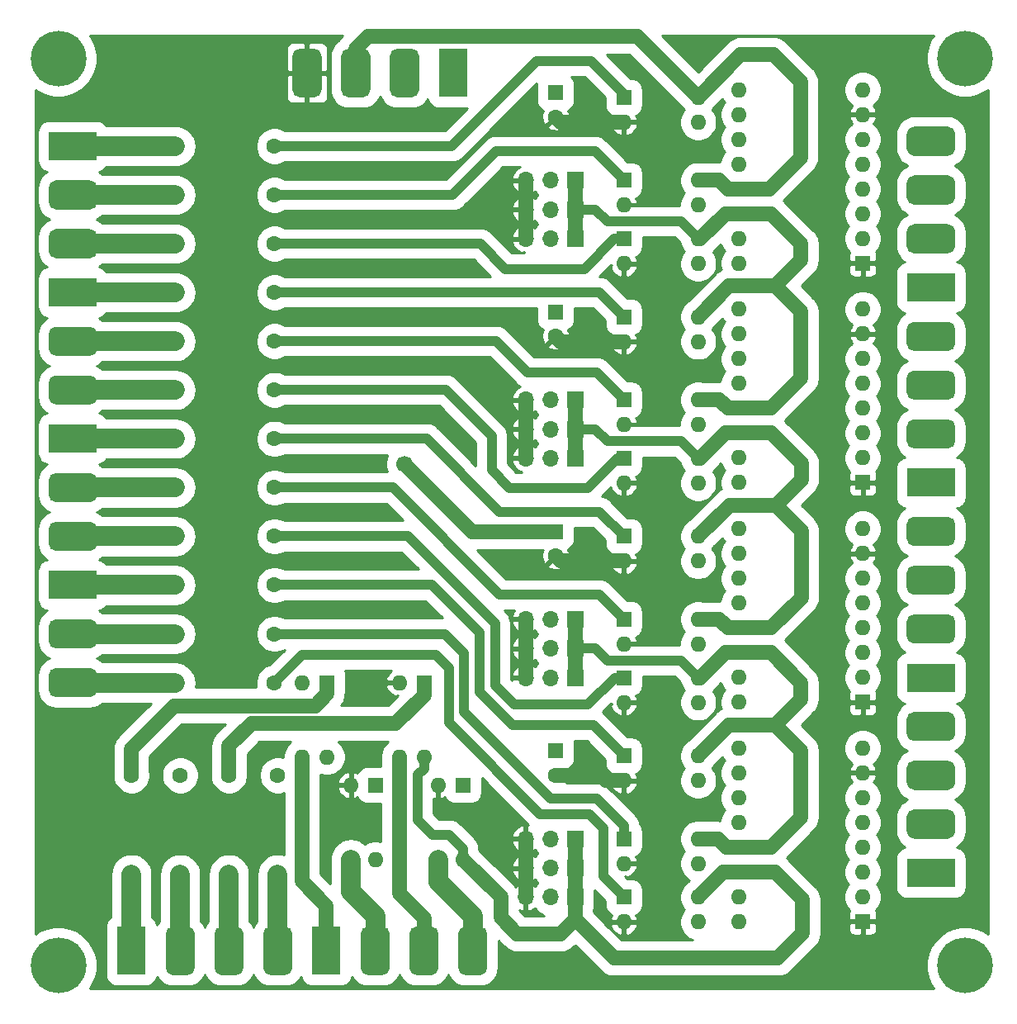
<source format=gbr>
%TF.GenerationSoftware,KiCad,Pcbnew,(5.1.9)-1*%
%TF.CreationDate,2021-08-01T10:14:43-03:00*%
%TF.ProjectId,BTIBR-PCB,42544942-522d-4504-9342-2e6b69636164,rev?*%
%TF.SameCoordinates,Original*%
%TF.FileFunction,Copper,L2,Bot*%
%TF.FilePolarity,Positive*%
%FSLAX46Y46*%
G04 Gerber Fmt 4.6, Leading zero omitted, Abs format (unit mm)*
G04 Created by KiCad (PCBNEW (5.1.9)-1) date 2021-08-01 10:14:43*
%MOMM*%
%LPD*%
G01*
G04 APERTURE LIST*
%TA.AperFunction,ComponentPad*%
%ADD10C,1.600000*%
%TD*%
%TA.AperFunction,ComponentPad*%
%ADD11R,1.600000X1.600000*%
%TD*%
%TA.AperFunction,ComponentPad*%
%ADD12O,1.700000X1.700000*%
%TD*%
%TA.AperFunction,ComponentPad*%
%ADD13R,1.700000X1.700000*%
%TD*%
%TA.AperFunction,ComponentPad*%
%ADD14R,5.000000X3.000000*%
%TD*%
%TA.AperFunction,ComponentPad*%
%ADD15O,1.600000X1.600000*%
%TD*%
%TA.AperFunction,ComponentPad*%
%ADD16R,3.000000X5.000000*%
%TD*%
%TA.AperFunction,ViaPad*%
%ADD17C,5.700000*%
%TD*%
%TA.AperFunction,ViaPad*%
%ADD18C,1.700000*%
%TD*%
%TA.AperFunction,Conductor*%
%ADD19C,1.500000*%
%TD*%
%TA.AperFunction,Conductor*%
%ADD20C,1.000000*%
%TD*%
%TA.AperFunction,Conductor*%
%ADD21C,2.000000*%
%TD*%
%TA.AperFunction,Conductor*%
%ADD22C,0.254000*%
%TD*%
%TA.AperFunction,Conductor*%
%ADD23C,0.150000*%
%TD*%
G04 APERTURE END LIST*
D10*
%TO.P,C1,2*%
%TO.N,GND*%
X154500000Y-59500000D03*
D11*
%TO.P,C1,1*%
%TO.N,+12V*%
X154500000Y-57000000D03*
%TD*%
D10*
%TO.P,C2,2*%
%TO.N,GND*%
X154500000Y-127000000D03*
D11*
%TO.P,C2,1*%
%TO.N,+12V*%
X154500000Y-124500000D03*
%TD*%
%TO.P,C3,1*%
%TO.N,+12V*%
X154500000Y-79500000D03*
D10*
%TO.P,C3,2*%
%TO.N,GND*%
X154500000Y-82000000D03*
%TD*%
D11*
%TO.P,C4,1*%
%TO.N,+8V*%
X154500000Y-102000000D03*
D10*
%TO.P,C4,2*%
%TO.N,GND*%
X154500000Y-104500000D03*
%TD*%
D12*
%TO.P,J3,3*%
%TO.N,GND*%
X151420000Y-66000000D03*
%TO.P,J3,2*%
%TO.N,M1_M0*%
X153960000Y-66000000D03*
D13*
%TO.P,J3,1*%
%TO.N,+5V*%
X156500000Y-66000000D03*
%TD*%
D12*
%TO.P,J4,3*%
%TO.N,GND*%
X151420000Y-88500000D03*
%TO.P,J4,2*%
%TO.N,M2_M0*%
X153960000Y-88500000D03*
D13*
%TO.P,J4,1*%
%TO.N,+5V*%
X156500000Y-88500000D03*
%TD*%
D14*
%TO.P,J6,1*%
%TO.N,Net-(J6-Pad1)*%
X193000000Y-77000000D03*
%TO.P,J6,2*%
%TO.N,Net-(J6-Pad2)*%
%TA.AperFunction,ComponentPad*%
G36*
G01*
X194750000Y-73500000D02*
X191250000Y-73500000D01*
G75*
G02*
X190500000Y-72750000I0J750000D01*
G01*
X190500000Y-71250000D01*
G75*
G02*
X191250000Y-70500000I750000J0D01*
G01*
X194750000Y-70500000D01*
G75*
G02*
X195500000Y-71250000I0J-750000D01*
G01*
X195500000Y-72750000D01*
G75*
G02*
X194750000Y-73500000I-750000J0D01*
G01*
G37*
%TD.AperFunction*%
%TO.P,J6,3*%
%TO.N,Net-(J6-Pad3)*%
%TA.AperFunction,ComponentPad*%
G36*
G01*
X194750000Y-68500000D02*
X191250000Y-68500000D01*
G75*
G02*
X190500000Y-67750000I0J750000D01*
G01*
X190500000Y-66250000D01*
G75*
G02*
X191250000Y-65500000I750000J0D01*
G01*
X194750000Y-65500000D01*
G75*
G02*
X195500000Y-66250000I0J-750000D01*
G01*
X195500000Y-67750000D01*
G75*
G02*
X194750000Y-68500000I-750000J0D01*
G01*
G37*
%TD.AperFunction*%
%TO.P,J6,4*%
%TO.N,Net-(J6-Pad4)*%
%TA.AperFunction,ComponentPad*%
G36*
G01*
X194750000Y-63500000D02*
X191250000Y-63500000D01*
G75*
G02*
X190500000Y-62750000I0J750000D01*
G01*
X190500000Y-61250000D01*
G75*
G02*
X191250000Y-60500000I750000J0D01*
G01*
X194750000Y-60500000D01*
G75*
G02*
X195500000Y-61250000I0J-750000D01*
G01*
X195500000Y-62750000D01*
G75*
G02*
X194750000Y-63500000I-750000J0D01*
G01*
G37*
%TD.AperFunction*%
%TD*%
%TO.P,J7,4*%
%TO.N,Net-(J7-Pad4)*%
%TA.AperFunction,ComponentPad*%
G36*
G01*
X194750000Y-83500000D02*
X191250000Y-83500000D01*
G75*
G02*
X190500000Y-82750000I0J750000D01*
G01*
X190500000Y-81250000D01*
G75*
G02*
X191250000Y-80500000I750000J0D01*
G01*
X194750000Y-80500000D01*
G75*
G02*
X195500000Y-81250000I0J-750000D01*
G01*
X195500000Y-82750000D01*
G75*
G02*
X194750000Y-83500000I-750000J0D01*
G01*
G37*
%TD.AperFunction*%
%TO.P,J7,3*%
%TO.N,Net-(J7-Pad3)*%
%TA.AperFunction,ComponentPad*%
G36*
G01*
X194750000Y-88500000D02*
X191250000Y-88500000D01*
G75*
G02*
X190500000Y-87750000I0J750000D01*
G01*
X190500000Y-86250000D01*
G75*
G02*
X191250000Y-85500000I750000J0D01*
G01*
X194750000Y-85500000D01*
G75*
G02*
X195500000Y-86250000I0J-750000D01*
G01*
X195500000Y-87750000D01*
G75*
G02*
X194750000Y-88500000I-750000J0D01*
G01*
G37*
%TD.AperFunction*%
%TO.P,J7,2*%
%TO.N,Net-(J7-Pad2)*%
%TA.AperFunction,ComponentPad*%
G36*
G01*
X194750000Y-93500000D02*
X191250000Y-93500000D01*
G75*
G02*
X190500000Y-92750000I0J750000D01*
G01*
X190500000Y-91250000D01*
G75*
G02*
X191250000Y-90500000I750000J0D01*
G01*
X194750000Y-90500000D01*
G75*
G02*
X195500000Y-91250000I0J-750000D01*
G01*
X195500000Y-92750000D01*
G75*
G02*
X194750000Y-93500000I-750000J0D01*
G01*
G37*
%TD.AperFunction*%
%TO.P,J7,1*%
%TO.N,Net-(J7-Pad1)*%
X193000000Y-97000000D03*
%TD*%
D13*
%TO.P,J8,1*%
%TO.N,+5V*%
X156500000Y-69000000D03*
D12*
%TO.P,J8,2*%
%TO.N,M1_M1*%
X153960000Y-69000000D03*
%TO.P,J8,3*%
%TO.N,GND*%
X151420000Y-69000000D03*
%TD*%
D13*
%TO.P,J9,1*%
%TO.N,+5V*%
X156500000Y-91500000D03*
D12*
%TO.P,J9,2*%
%TO.N,M2_M1*%
X153960000Y-91500000D03*
%TO.P,J9,3*%
%TO.N,GND*%
X151420000Y-91500000D03*
%TD*%
%TO.P,J10,3*%
%TO.N,GND*%
X151420000Y-72000000D03*
%TO.P,J10,2*%
%TO.N,M1_M2*%
X153960000Y-72000000D03*
D13*
%TO.P,J10,1*%
%TO.N,+5V*%
X156500000Y-72000000D03*
%TD*%
D12*
%TO.P,J11,3*%
%TO.N,GND*%
X151420000Y-94500000D03*
%TO.P,J11,2*%
%TO.N,M2_M2*%
X153960000Y-94500000D03*
D13*
%TO.P,J11,1*%
%TO.N,+5V*%
X156500000Y-94500000D03*
%TD*%
%TO.P,J12,3*%
%TO.N,Net-(J12-Pad3)*%
%TA.AperFunction,ComponentPad*%
G36*
G01*
X103250000Y-71000000D02*
X106750000Y-71000000D01*
G75*
G02*
X107500000Y-71750000I0J-750000D01*
G01*
X107500000Y-73250000D01*
G75*
G02*
X106750000Y-74000000I-750000J0D01*
G01*
X103250000Y-74000000D01*
G75*
G02*
X102500000Y-73250000I0J750000D01*
G01*
X102500000Y-71750000D01*
G75*
G02*
X103250000Y-71000000I750000J0D01*
G01*
G37*
%TD.AperFunction*%
%TO.P,J12,2*%
%TO.N,Net-(J12-Pad2)*%
%TA.AperFunction,ComponentPad*%
G36*
G01*
X103250000Y-66000000D02*
X106750000Y-66000000D01*
G75*
G02*
X107500000Y-66750000I0J-750000D01*
G01*
X107500000Y-68250000D01*
G75*
G02*
X106750000Y-69000000I-750000J0D01*
G01*
X103250000Y-69000000D01*
G75*
G02*
X102500000Y-68250000I0J750000D01*
G01*
X102500000Y-66750000D01*
G75*
G02*
X103250000Y-66000000I750000J0D01*
G01*
G37*
%TD.AperFunction*%
D14*
%TO.P,J12,1*%
%TO.N,Net-(J12-Pad1)*%
X105000000Y-62500000D03*
%TD*%
%TO.P,J13,3*%
%TO.N,Net-(J13-Pad3)*%
%TA.AperFunction,ComponentPad*%
G36*
G01*
X103250000Y-86000000D02*
X106750000Y-86000000D01*
G75*
G02*
X107500000Y-86750000I0J-750000D01*
G01*
X107500000Y-88250000D01*
G75*
G02*
X106750000Y-89000000I-750000J0D01*
G01*
X103250000Y-89000000D01*
G75*
G02*
X102500000Y-88250000I0J750000D01*
G01*
X102500000Y-86750000D01*
G75*
G02*
X103250000Y-86000000I750000J0D01*
G01*
G37*
%TD.AperFunction*%
%TO.P,J13,2*%
%TO.N,Net-(J13-Pad2)*%
%TA.AperFunction,ComponentPad*%
G36*
G01*
X103250000Y-81000000D02*
X106750000Y-81000000D01*
G75*
G02*
X107500000Y-81750000I0J-750000D01*
G01*
X107500000Y-83250000D01*
G75*
G02*
X106750000Y-84000000I-750000J0D01*
G01*
X103250000Y-84000000D01*
G75*
G02*
X102500000Y-83250000I0J750000D01*
G01*
X102500000Y-81750000D01*
G75*
G02*
X103250000Y-81000000I750000J0D01*
G01*
G37*
%TD.AperFunction*%
%TO.P,J13,1*%
%TO.N,Net-(J13-Pad1)*%
X105000000Y-77500000D03*
%TD*%
D13*
%TO.P,J14,1*%
%TO.N,+5V*%
X156500000Y-111000000D03*
D12*
%TO.P,J14,2*%
%TO.N,M3_M0*%
X153960000Y-111000000D03*
%TO.P,J14,3*%
%TO.N,GND*%
X151420000Y-111000000D03*
%TD*%
D13*
%TO.P,J15,1*%
%TO.N,+5V*%
X156500000Y-133500000D03*
D12*
%TO.P,J15,2*%
%TO.N,M8_M0*%
X153960000Y-133500000D03*
%TO.P,J15,3*%
%TO.N,GND*%
X151420000Y-133500000D03*
%TD*%
D14*
%TO.P,J16,1*%
%TO.N,Net-(J16-Pad1)*%
X193000000Y-117000000D03*
%TO.P,J16,2*%
%TO.N,Net-(J16-Pad2)*%
%TA.AperFunction,ComponentPad*%
G36*
G01*
X194750000Y-113500000D02*
X191250000Y-113500000D01*
G75*
G02*
X190500000Y-112750000I0J750000D01*
G01*
X190500000Y-111250000D01*
G75*
G02*
X191250000Y-110500000I750000J0D01*
G01*
X194750000Y-110500000D01*
G75*
G02*
X195500000Y-111250000I0J-750000D01*
G01*
X195500000Y-112750000D01*
G75*
G02*
X194750000Y-113500000I-750000J0D01*
G01*
G37*
%TD.AperFunction*%
%TO.P,J16,3*%
%TO.N,Net-(J16-Pad3)*%
%TA.AperFunction,ComponentPad*%
G36*
G01*
X194750000Y-108500000D02*
X191250000Y-108500000D01*
G75*
G02*
X190500000Y-107750000I0J750000D01*
G01*
X190500000Y-106250000D01*
G75*
G02*
X191250000Y-105500000I750000J0D01*
G01*
X194750000Y-105500000D01*
G75*
G02*
X195500000Y-106250000I0J-750000D01*
G01*
X195500000Y-107750000D01*
G75*
G02*
X194750000Y-108500000I-750000J0D01*
G01*
G37*
%TD.AperFunction*%
%TO.P,J16,4*%
%TO.N,Net-(J16-Pad4)*%
%TA.AperFunction,ComponentPad*%
G36*
G01*
X194750000Y-103500000D02*
X191250000Y-103500000D01*
G75*
G02*
X190500000Y-102750000I0J750000D01*
G01*
X190500000Y-101250000D01*
G75*
G02*
X191250000Y-100500000I750000J0D01*
G01*
X194750000Y-100500000D01*
G75*
G02*
X195500000Y-101250000I0J-750000D01*
G01*
X195500000Y-102750000D01*
G75*
G02*
X194750000Y-103500000I-750000J0D01*
G01*
G37*
%TD.AperFunction*%
%TD*%
%TO.P,J17,4*%
%TO.N,Net-(J17-Pad4)*%
%TA.AperFunction,ComponentPad*%
G36*
G01*
X194750000Y-123500000D02*
X191250000Y-123500000D01*
G75*
G02*
X190500000Y-122750000I0J750000D01*
G01*
X190500000Y-121250000D01*
G75*
G02*
X191250000Y-120500000I750000J0D01*
G01*
X194750000Y-120500000D01*
G75*
G02*
X195500000Y-121250000I0J-750000D01*
G01*
X195500000Y-122750000D01*
G75*
G02*
X194750000Y-123500000I-750000J0D01*
G01*
G37*
%TD.AperFunction*%
%TO.P,J17,3*%
%TO.N,Net-(J17-Pad3)*%
%TA.AperFunction,ComponentPad*%
G36*
G01*
X194750000Y-128500000D02*
X191250000Y-128500000D01*
G75*
G02*
X190500000Y-127750000I0J750000D01*
G01*
X190500000Y-126250000D01*
G75*
G02*
X191250000Y-125500000I750000J0D01*
G01*
X194750000Y-125500000D01*
G75*
G02*
X195500000Y-126250000I0J-750000D01*
G01*
X195500000Y-127750000D01*
G75*
G02*
X194750000Y-128500000I-750000J0D01*
G01*
G37*
%TD.AperFunction*%
%TO.P,J17,2*%
%TO.N,Net-(J17-Pad2)*%
%TA.AperFunction,ComponentPad*%
G36*
G01*
X194750000Y-133500000D02*
X191250000Y-133500000D01*
G75*
G02*
X190500000Y-132750000I0J750000D01*
G01*
X190500000Y-131250000D01*
G75*
G02*
X191250000Y-130500000I750000J0D01*
G01*
X194750000Y-130500000D01*
G75*
G02*
X195500000Y-131250000I0J-750000D01*
G01*
X195500000Y-132750000D01*
G75*
G02*
X194750000Y-133500000I-750000J0D01*
G01*
G37*
%TD.AperFunction*%
%TO.P,J17,1*%
%TO.N,Net-(J17-Pad1)*%
X193000000Y-137000000D03*
%TD*%
D12*
%TO.P,J18,3*%
%TO.N,GND*%
X151420000Y-114000000D03*
%TO.P,J18,2*%
%TO.N,M3_M1*%
X153960000Y-114000000D03*
D13*
%TO.P,J18,1*%
%TO.N,+5V*%
X156500000Y-114000000D03*
%TD*%
D12*
%TO.P,J19,3*%
%TO.N,GND*%
X151420000Y-136500000D03*
%TO.P,J19,2*%
%TO.N,M8_M1*%
X153960000Y-136500000D03*
D13*
%TO.P,J19,1*%
%TO.N,+5V*%
X156500000Y-136500000D03*
%TD*%
%TO.P,J20,1*%
%TO.N,+5V*%
X156500000Y-117000000D03*
D12*
%TO.P,J20,2*%
%TO.N,M3_M2*%
X153960000Y-117000000D03*
%TO.P,J20,3*%
%TO.N,GND*%
X151420000Y-117000000D03*
%TD*%
D13*
%TO.P,J21,1*%
%TO.N,+5V*%
X156500000Y-139500000D03*
D12*
%TO.P,J21,2*%
%TO.N,M8_M2*%
X153960000Y-139500000D03*
%TO.P,J21,3*%
%TO.N,GND*%
X151420000Y-139500000D03*
%TD*%
D14*
%TO.P,J22,1*%
%TO.N,Net-(J22-Pad1)*%
X105000000Y-92500000D03*
%TO.P,J22,2*%
%TO.N,Net-(J22-Pad2)*%
%TA.AperFunction,ComponentPad*%
G36*
G01*
X103250000Y-96000000D02*
X106750000Y-96000000D01*
G75*
G02*
X107500000Y-96750000I0J-750000D01*
G01*
X107500000Y-98250000D01*
G75*
G02*
X106750000Y-99000000I-750000J0D01*
G01*
X103250000Y-99000000D01*
G75*
G02*
X102500000Y-98250000I0J750000D01*
G01*
X102500000Y-96750000D01*
G75*
G02*
X103250000Y-96000000I750000J0D01*
G01*
G37*
%TD.AperFunction*%
%TO.P,J22,3*%
%TO.N,Net-(J22-Pad3)*%
%TA.AperFunction,ComponentPad*%
G36*
G01*
X103250000Y-101000000D02*
X106750000Y-101000000D01*
G75*
G02*
X107500000Y-101750000I0J-750000D01*
G01*
X107500000Y-103250000D01*
G75*
G02*
X106750000Y-104000000I-750000J0D01*
G01*
X103250000Y-104000000D01*
G75*
G02*
X102500000Y-103250000I0J750000D01*
G01*
X102500000Y-101750000D01*
G75*
G02*
X103250000Y-101000000I750000J0D01*
G01*
G37*
%TD.AperFunction*%
%TD*%
%TO.P,J23,3*%
%TO.N,Net-(J23-Pad3)*%
%TA.AperFunction,ComponentPad*%
G36*
G01*
X103250000Y-116000000D02*
X106750000Y-116000000D01*
G75*
G02*
X107500000Y-116750000I0J-750000D01*
G01*
X107500000Y-118250000D01*
G75*
G02*
X106750000Y-119000000I-750000J0D01*
G01*
X103250000Y-119000000D01*
G75*
G02*
X102500000Y-118250000I0J750000D01*
G01*
X102500000Y-116750000D01*
G75*
G02*
X103250000Y-116000000I750000J0D01*
G01*
G37*
%TD.AperFunction*%
%TO.P,J23,2*%
%TO.N,Net-(J23-Pad2)*%
%TA.AperFunction,ComponentPad*%
G36*
G01*
X103250000Y-111000000D02*
X106750000Y-111000000D01*
G75*
G02*
X107500000Y-111750000I0J-750000D01*
G01*
X107500000Y-113250000D01*
G75*
G02*
X106750000Y-114000000I-750000J0D01*
G01*
X103250000Y-114000000D01*
G75*
G02*
X102500000Y-113250000I0J750000D01*
G01*
X102500000Y-111750000D01*
G75*
G02*
X103250000Y-111000000I750000J0D01*
G01*
G37*
%TD.AperFunction*%
%TO.P,J23,1*%
%TO.N,Net-(J23-Pad1)*%
X105000000Y-107500000D03*
%TD*%
D11*
%TO.P,U1,1*%
%TO.N,Net-(R1-Pad1)*%
X131040000Y-117500000D03*
D15*
%TO.P,U1,3*%
%TO.N,Net-(J5-Pad1)*%
X128500000Y-125120000D03*
%TO.P,U1,2*%
%TO.N,GND*%
X128500000Y-117500000D03*
%TO.P,U1,4*%
%TO.N,+5V*%
X131040000Y-125120000D03*
%TD*%
%TO.P,U2,4*%
%TO.N,+5V*%
X136040000Y-135620000D03*
%TO.P,U2,2*%
%TO.N,GND*%
X133500000Y-128000000D03*
%TO.P,U2,3*%
%TO.N,Net-(J5-Pad2)*%
X133500000Y-135620000D03*
D11*
%TO.P,U2,1*%
%TO.N,Net-(R2-Pad1)*%
X136040000Y-128000000D03*
%TD*%
D15*
%TO.P,U3,16*%
%TO.N,M1_DIR*%
X173300000Y-74500000D03*
%TO.P,U3,8*%
%TO.N,+12V*%
X186000000Y-56720000D03*
%TO.P,U3,15*%
%TO.N,M1_STEP*%
X173300000Y-71960000D03*
%TO.P,U3,7*%
%TO.N,GND*%
X186000000Y-59260000D03*
%TO.P,U3,14*%
%TO.N,+5V*%
X173300000Y-69420000D03*
%TO.P,U3,6*%
%TO.N,Net-(J6-Pad4)*%
X186000000Y-61800000D03*
%TO.P,U3,13*%
%TO.N,+5V*%
X173300000Y-66880000D03*
%TO.P,U3,5*%
%TO.N,Net-(J6-Pad3)*%
X186000000Y-64340000D03*
%TO.P,U3,12*%
%TO.N,M1_M2*%
X173300000Y-64340000D03*
%TO.P,U3,4*%
%TO.N,Net-(J6-Pad2)*%
X186000000Y-66880000D03*
%TO.P,U3,11*%
%TO.N,M1_M1*%
X173300000Y-61800000D03*
%TO.P,U3,3*%
%TO.N,Net-(J6-Pad1)*%
X186000000Y-69420000D03*
%TO.P,U3,10*%
%TO.N,M1_M0*%
X173300000Y-59260000D03*
%TO.P,U3,2*%
%TO.N,Net-(U3-Pad2)*%
X186000000Y-71960000D03*
%TO.P,U3,9*%
%TO.N,M1_EN*%
X173300000Y-56720000D03*
D11*
%TO.P,U3,1*%
%TO.N,GND*%
X186000000Y-74500000D03*
%TD*%
%TO.P,U4,1*%
%TO.N,GND*%
X186000000Y-97000000D03*
D15*
%TO.P,U4,9*%
%TO.N,M2_EN*%
X173300000Y-79220000D03*
%TO.P,U4,2*%
%TO.N,Net-(U4-Pad2)*%
X186000000Y-94460000D03*
%TO.P,U4,10*%
%TO.N,M2_M0*%
X173300000Y-81760000D03*
%TO.P,U4,3*%
%TO.N,Net-(J7-Pad1)*%
X186000000Y-91920000D03*
%TO.P,U4,11*%
%TO.N,M2_M1*%
X173300000Y-84300000D03*
%TO.P,U4,4*%
%TO.N,Net-(J7-Pad2)*%
X186000000Y-89380000D03*
%TO.P,U4,12*%
%TO.N,M2_M2*%
X173300000Y-86840000D03*
%TO.P,U4,5*%
%TO.N,Net-(J7-Pad3)*%
X186000000Y-86840000D03*
%TO.P,U4,13*%
%TO.N,+5V*%
X173300000Y-89380000D03*
%TO.P,U4,6*%
%TO.N,Net-(J7-Pad4)*%
X186000000Y-84300000D03*
%TO.P,U4,14*%
%TO.N,+5V*%
X173300000Y-91920000D03*
%TO.P,U4,7*%
%TO.N,GND*%
X186000000Y-81760000D03*
%TO.P,U4,15*%
%TO.N,M2_STEP*%
X173300000Y-94460000D03*
%TO.P,U4,8*%
%TO.N,+12V*%
X186000000Y-79220000D03*
%TO.P,U4,16*%
%TO.N,M2_DIR*%
X173300000Y-97000000D03*
%TD*%
%TO.P,U5,4*%
%TO.N,+5V*%
X141000000Y-125120000D03*
%TO.P,U5,2*%
%TO.N,GND*%
X138460000Y-117500000D03*
%TO.P,U5,3*%
%TO.N,Net-(J5-Pad3)*%
X138460000Y-125120000D03*
D11*
%TO.P,U5,1*%
%TO.N,Net-(R3-Pad1)*%
X141000000Y-117500000D03*
%TD*%
%TO.P,U6,1*%
%TO.N,Net-(R4-Pad1)*%
X145000000Y-128000000D03*
D15*
%TO.P,U6,3*%
%TO.N,Net-(J5-Pad4)*%
X142460000Y-135620000D03*
%TO.P,U6,2*%
%TO.N,GND*%
X142460000Y-128000000D03*
%TO.P,U6,4*%
%TO.N,+5V*%
X145000000Y-135620000D03*
%TD*%
D11*
%TO.P,U7,1*%
%TO.N,Net-(R5-Pad1)*%
X161500000Y-57500000D03*
D15*
%TO.P,U7,3*%
%TO.N,M1_EN*%
X169120000Y-60040000D03*
%TO.P,U7,2*%
%TO.N,GND*%
X161500000Y-60040000D03*
%TO.P,U7,4*%
%TO.N,+5V*%
X169120000Y-57500000D03*
%TD*%
D11*
%TO.P,U8,1*%
%TO.N,Net-(R6-Pad1)*%
X161500000Y-80000000D03*
D15*
%TO.P,U8,3*%
%TO.N,M2_EN*%
X169120000Y-82540000D03*
%TO.P,U8,2*%
%TO.N,GND*%
X161500000Y-82540000D03*
%TO.P,U8,4*%
%TO.N,+5V*%
X169120000Y-80000000D03*
%TD*%
%TO.P,U9,4*%
%TO.N,+5V*%
X169120000Y-66000000D03*
%TO.P,U9,2*%
%TO.N,GND*%
X161500000Y-68540000D03*
%TO.P,U9,3*%
%TO.N,M1_STEP*%
X169120000Y-68540000D03*
D11*
%TO.P,U9,1*%
%TO.N,Net-(R7-Pad1)*%
X161500000Y-66000000D03*
%TD*%
D15*
%TO.P,U10,4*%
%TO.N,+5V*%
X169120000Y-88500000D03*
%TO.P,U10,2*%
%TO.N,GND*%
X161500000Y-91040000D03*
%TO.P,U10,3*%
%TO.N,M2_STEP*%
X169120000Y-91040000D03*
D11*
%TO.P,U10,1*%
%TO.N,Net-(R8-Pad1)*%
X161500000Y-88500000D03*
%TD*%
D15*
%TO.P,U11,16*%
%TO.N,M3_DIR*%
X173300000Y-119500000D03*
%TO.P,U11,8*%
%TO.N,+8V*%
X186000000Y-101720000D03*
%TO.P,U11,15*%
%TO.N,M3_STEP*%
X173300000Y-116960000D03*
%TO.P,U11,7*%
%TO.N,GND*%
X186000000Y-104260000D03*
%TO.P,U11,14*%
%TO.N,+5V*%
X173300000Y-114420000D03*
%TO.P,U11,6*%
%TO.N,Net-(J16-Pad4)*%
X186000000Y-106800000D03*
%TO.P,U11,13*%
%TO.N,+5V*%
X173300000Y-111880000D03*
%TO.P,U11,5*%
%TO.N,Net-(J16-Pad3)*%
X186000000Y-109340000D03*
%TO.P,U11,12*%
%TO.N,M3_M2*%
X173300000Y-109340000D03*
%TO.P,U11,4*%
%TO.N,Net-(J16-Pad2)*%
X186000000Y-111880000D03*
%TO.P,U11,11*%
%TO.N,M3_M1*%
X173300000Y-106800000D03*
%TO.P,U11,3*%
%TO.N,Net-(J16-Pad1)*%
X186000000Y-114420000D03*
%TO.P,U11,10*%
%TO.N,M3_M0*%
X173300000Y-104260000D03*
%TO.P,U11,2*%
%TO.N,Net-(U11-Pad2)*%
X186000000Y-116960000D03*
%TO.P,U11,9*%
%TO.N,M3_EN*%
X173300000Y-101720000D03*
D11*
%TO.P,U11,1*%
%TO.N,GND*%
X186000000Y-119500000D03*
%TD*%
%TO.P,U12,1*%
%TO.N,GND*%
X186000000Y-142000000D03*
D15*
%TO.P,U12,9*%
%TO.N,M8_EN*%
X173300000Y-124220000D03*
%TO.P,U12,2*%
%TO.N,Net-(U12-Pad2)*%
X186000000Y-139460000D03*
%TO.P,U12,10*%
%TO.N,M8_M0*%
X173300000Y-126760000D03*
%TO.P,U12,3*%
%TO.N,Net-(J17-Pad1)*%
X186000000Y-136920000D03*
%TO.P,U12,11*%
%TO.N,M8_M1*%
X173300000Y-129300000D03*
%TO.P,U12,4*%
%TO.N,Net-(J17-Pad2)*%
X186000000Y-134380000D03*
%TO.P,U12,12*%
%TO.N,M8_M2*%
X173300000Y-131840000D03*
%TO.P,U12,5*%
%TO.N,Net-(J17-Pad3)*%
X186000000Y-131840000D03*
%TO.P,U12,13*%
%TO.N,+5V*%
X173300000Y-134380000D03*
%TO.P,U12,6*%
%TO.N,Net-(J17-Pad4)*%
X186000000Y-129300000D03*
%TO.P,U12,14*%
%TO.N,+5V*%
X173300000Y-136920000D03*
%TO.P,U12,7*%
%TO.N,GND*%
X186000000Y-126760000D03*
%TO.P,U12,15*%
%TO.N,M8_STEP*%
X173300000Y-139460000D03*
%TO.P,U12,8*%
%TO.N,+12V*%
X186000000Y-124220000D03*
%TO.P,U12,16*%
%TO.N,M8_DIR*%
X173300000Y-142000000D03*
%TD*%
D11*
%TO.P,U13,1*%
%TO.N,Net-(R9-Pad1)*%
X161500000Y-72000000D03*
D15*
%TO.P,U13,3*%
%TO.N,M1_DIR*%
X169120000Y-74540000D03*
%TO.P,U13,2*%
%TO.N,GND*%
X161500000Y-74540000D03*
%TO.P,U13,4*%
%TO.N,+5V*%
X169120000Y-72000000D03*
%TD*%
%TO.P,U14,4*%
%TO.N,+5V*%
X169120000Y-94500000D03*
%TO.P,U14,2*%
%TO.N,GND*%
X161500000Y-97040000D03*
%TO.P,U14,3*%
%TO.N,M2_DIR*%
X169120000Y-97040000D03*
D11*
%TO.P,U14,1*%
%TO.N,Net-(R10-Pad1)*%
X161500000Y-94500000D03*
%TD*%
D15*
%TO.P,U15,4*%
%TO.N,+5V*%
X169120000Y-102500000D03*
%TO.P,U15,2*%
%TO.N,GND*%
X161500000Y-105040000D03*
%TO.P,U15,3*%
%TO.N,M3_EN*%
X169120000Y-105040000D03*
D11*
%TO.P,U15,1*%
%TO.N,Net-(R11-Pad1)*%
X161500000Y-102500000D03*
%TD*%
D15*
%TO.P,U16,4*%
%TO.N,+5V*%
X169120000Y-125000000D03*
%TO.P,U16,2*%
%TO.N,GND*%
X161500000Y-127540000D03*
%TO.P,U16,3*%
%TO.N,M8_EN*%
X169120000Y-127540000D03*
D11*
%TO.P,U16,1*%
%TO.N,Net-(R12-Pad1)*%
X161500000Y-125000000D03*
%TD*%
%TO.P,U17,1*%
%TO.N,Net-(R13-Pad1)*%
X161500000Y-111000000D03*
D15*
%TO.P,U17,3*%
%TO.N,M3_STEP*%
X169120000Y-113540000D03*
%TO.P,U17,2*%
%TO.N,GND*%
X161500000Y-113540000D03*
%TO.P,U17,4*%
%TO.N,+5V*%
X169120000Y-111000000D03*
%TD*%
D11*
%TO.P,U18,1*%
%TO.N,Net-(R14-Pad1)*%
X161500000Y-133500000D03*
D15*
%TO.P,U18,3*%
%TO.N,M8_STEP*%
X169120000Y-136040000D03*
%TO.P,U18,2*%
%TO.N,GND*%
X161500000Y-136040000D03*
%TO.P,U18,4*%
%TO.N,+5V*%
X169120000Y-133500000D03*
%TD*%
D11*
%TO.P,U19,1*%
%TO.N,Net-(R15-Pad1)*%
X161500000Y-117000000D03*
D15*
%TO.P,U19,3*%
%TO.N,M3_DIR*%
X169120000Y-119540000D03*
%TO.P,U19,2*%
%TO.N,GND*%
X161500000Y-119540000D03*
%TO.P,U19,4*%
%TO.N,+5V*%
X169120000Y-117000000D03*
%TD*%
%TO.P,U20,4*%
%TO.N,+5V*%
X169120000Y-139500000D03*
%TO.P,U20,2*%
%TO.N,GND*%
X161500000Y-142040000D03*
%TO.P,U20,3*%
%TO.N,M8_DIR*%
X169120000Y-142040000D03*
D11*
%TO.P,U20,1*%
%TO.N,Net-(R16-Pad1)*%
X161500000Y-139500000D03*
%TD*%
D10*
%TO.P,R1,1*%
%TO.N,Net-(R1-Pad1)*%
X111000000Y-127000000D03*
D15*
%TO.P,R1,2*%
%TO.N,Net-(J2-Pad1)*%
X111000000Y-137160000D03*
%TD*%
D10*
%TO.P,R2,1*%
%TO.N,Net-(R2-Pad1)*%
X116000000Y-127000000D03*
D15*
%TO.P,R2,2*%
%TO.N,Net-(J2-Pad2)*%
X116000000Y-137160000D03*
%TD*%
%TO.P,R3,2*%
%TO.N,Net-(J2-Pad3)*%
X121000000Y-137160000D03*
D10*
%TO.P,R3,1*%
%TO.N,Net-(R3-Pad1)*%
X121000000Y-127000000D03*
%TD*%
%TO.P,R4,1*%
%TO.N,Net-(R4-Pad1)*%
X126000000Y-127000000D03*
D15*
%TO.P,R4,2*%
%TO.N,Net-(J2-Pad4)*%
X126000000Y-137160000D03*
%TD*%
D10*
%TO.P,R5,1*%
%TO.N,Net-(R5-Pad1)*%
X125660000Y-62500000D03*
D15*
%TO.P,R5,2*%
%TO.N,Net-(J12-Pad1)*%
X115500000Y-62500000D03*
%TD*%
%TO.P,R6,2*%
%TO.N,Net-(J13-Pad1)*%
X115500000Y-77500000D03*
D10*
%TO.P,R6,1*%
%TO.N,Net-(R6-Pad1)*%
X125660000Y-77500000D03*
%TD*%
D15*
%TO.P,R7,2*%
%TO.N,Net-(J12-Pad2)*%
X115500000Y-67500000D03*
D10*
%TO.P,R7,1*%
%TO.N,Net-(R7-Pad1)*%
X125660000Y-67500000D03*
%TD*%
%TO.P,R8,1*%
%TO.N,Net-(R8-Pad1)*%
X125660000Y-82500000D03*
D15*
%TO.P,R8,2*%
%TO.N,Net-(J13-Pad2)*%
X115500000Y-82500000D03*
%TD*%
%TO.P,R9,2*%
%TO.N,Net-(J12-Pad3)*%
X115500000Y-72500000D03*
D10*
%TO.P,R9,1*%
%TO.N,Net-(R9-Pad1)*%
X125660000Y-72500000D03*
%TD*%
%TO.P,R10,1*%
%TO.N,Net-(R10-Pad1)*%
X125660000Y-87500000D03*
D15*
%TO.P,R10,2*%
%TO.N,Net-(J13-Pad3)*%
X115500000Y-87500000D03*
%TD*%
D10*
%TO.P,R11,1*%
%TO.N,Net-(R11-Pad1)*%
X125660000Y-92500000D03*
D15*
%TO.P,R11,2*%
%TO.N,Net-(J22-Pad1)*%
X115500000Y-92500000D03*
%TD*%
%TO.P,R12,2*%
%TO.N,Net-(J23-Pad1)*%
X115500000Y-107500000D03*
D10*
%TO.P,R12,1*%
%TO.N,Net-(R12-Pad1)*%
X125660000Y-107500000D03*
%TD*%
D15*
%TO.P,R13,2*%
%TO.N,Net-(J22-Pad2)*%
X115500000Y-97500000D03*
D10*
%TO.P,R13,1*%
%TO.N,Net-(R13-Pad1)*%
X125660000Y-97500000D03*
%TD*%
%TO.P,R14,1*%
%TO.N,Net-(R14-Pad1)*%
X125660000Y-112500000D03*
D15*
%TO.P,R14,2*%
%TO.N,Net-(J23-Pad2)*%
X115500000Y-112500000D03*
%TD*%
%TO.P,R15,2*%
%TO.N,Net-(J22-Pad3)*%
X115500000Y-102500000D03*
D10*
%TO.P,R15,1*%
%TO.N,Net-(R15-Pad1)*%
X125660000Y-102500000D03*
%TD*%
D15*
%TO.P,R16,2*%
%TO.N,Net-(J23-Pad3)*%
X115500000Y-117500000D03*
D10*
%TO.P,R16,1*%
%TO.N,Net-(R16-Pad1)*%
X125660000Y-117500000D03*
%TD*%
D16*
%TO.P,J1,1*%
%TO.N,+12V*%
X144000000Y-55000000D03*
%TO.P,J1,2*%
%TO.N,+8V*%
%TA.AperFunction,ComponentPad*%
G36*
G01*
X140500000Y-53250000D02*
X140500000Y-56750000D01*
G75*
G02*
X139750000Y-57500000I-750000J0D01*
G01*
X138250000Y-57500000D01*
G75*
G02*
X137500000Y-56750000I0J750000D01*
G01*
X137500000Y-53250000D01*
G75*
G02*
X138250000Y-52500000I750000J0D01*
G01*
X139750000Y-52500000D01*
G75*
G02*
X140500000Y-53250000I0J-750000D01*
G01*
G37*
%TD.AperFunction*%
%TO.P,J1,3*%
%TO.N,+5V*%
%TA.AperFunction,ComponentPad*%
G36*
G01*
X135500000Y-53250000D02*
X135500000Y-56750000D01*
G75*
G02*
X134750000Y-57500000I-750000J0D01*
G01*
X133250000Y-57500000D01*
G75*
G02*
X132500000Y-56750000I0J750000D01*
G01*
X132500000Y-53250000D01*
G75*
G02*
X133250000Y-52500000I750000J0D01*
G01*
X134750000Y-52500000D01*
G75*
G02*
X135500000Y-53250000I0J-750000D01*
G01*
G37*
%TD.AperFunction*%
%TO.P,J1,4*%
%TO.N,GND*%
%TA.AperFunction,ComponentPad*%
G36*
G01*
X130500000Y-53250000D02*
X130500000Y-56750000D01*
G75*
G02*
X129750000Y-57500000I-750000J0D01*
G01*
X128250000Y-57500000D01*
G75*
G02*
X127500000Y-56750000I0J750000D01*
G01*
X127500000Y-53250000D01*
G75*
G02*
X128250000Y-52500000I750000J0D01*
G01*
X129750000Y-52500000D01*
G75*
G02*
X130500000Y-53250000I0J-750000D01*
G01*
G37*
%TD.AperFunction*%
%TD*%
%TO.P,J2,1*%
%TO.N,Net-(J2-Pad1)*%
X111000000Y-145000000D03*
%TO.P,J2,2*%
%TO.N,Net-(J2-Pad2)*%
%TA.AperFunction,ComponentPad*%
G36*
G01*
X114500000Y-146750000D02*
X114500000Y-143250000D01*
G75*
G02*
X115250000Y-142500000I750000J0D01*
G01*
X116750000Y-142500000D01*
G75*
G02*
X117500000Y-143250000I0J-750000D01*
G01*
X117500000Y-146750000D01*
G75*
G02*
X116750000Y-147500000I-750000J0D01*
G01*
X115250000Y-147500000D01*
G75*
G02*
X114500000Y-146750000I0J750000D01*
G01*
G37*
%TD.AperFunction*%
%TO.P,J2,3*%
%TO.N,Net-(J2-Pad3)*%
%TA.AperFunction,ComponentPad*%
G36*
G01*
X119500000Y-146750000D02*
X119500000Y-143250000D01*
G75*
G02*
X120250000Y-142500000I750000J0D01*
G01*
X121750000Y-142500000D01*
G75*
G02*
X122500000Y-143250000I0J-750000D01*
G01*
X122500000Y-146750000D01*
G75*
G02*
X121750000Y-147500000I-750000J0D01*
G01*
X120250000Y-147500000D01*
G75*
G02*
X119500000Y-146750000I0J750000D01*
G01*
G37*
%TD.AperFunction*%
%TO.P,J2,4*%
%TO.N,Net-(J2-Pad4)*%
%TA.AperFunction,ComponentPad*%
G36*
G01*
X124500000Y-146750000D02*
X124500000Y-143250000D01*
G75*
G02*
X125250000Y-142500000I750000J0D01*
G01*
X126750000Y-142500000D01*
G75*
G02*
X127500000Y-143250000I0J-750000D01*
G01*
X127500000Y-146750000D01*
G75*
G02*
X126750000Y-147500000I-750000J0D01*
G01*
X125250000Y-147500000D01*
G75*
G02*
X124500000Y-146750000I0J750000D01*
G01*
G37*
%TD.AperFunction*%
%TD*%
%TO.P,J5,4*%
%TO.N,Net-(J5-Pad4)*%
%TA.AperFunction,ComponentPad*%
G36*
G01*
X144500000Y-146750000D02*
X144500000Y-143250000D01*
G75*
G02*
X145250000Y-142500000I750000J0D01*
G01*
X146750000Y-142500000D01*
G75*
G02*
X147500000Y-143250000I0J-750000D01*
G01*
X147500000Y-146750000D01*
G75*
G02*
X146750000Y-147500000I-750000J0D01*
G01*
X145250000Y-147500000D01*
G75*
G02*
X144500000Y-146750000I0J750000D01*
G01*
G37*
%TD.AperFunction*%
%TO.P,J5,3*%
%TO.N,Net-(J5-Pad3)*%
%TA.AperFunction,ComponentPad*%
G36*
G01*
X139500000Y-146750000D02*
X139500000Y-143250000D01*
G75*
G02*
X140250000Y-142500000I750000J0D01*
G01*
X141750000Y-142500000D01*
G75*
G02*
X142500000Y-143250000I0J-750000D01*
G01*
X142500000Y-146750000D01*
G75*
G02*
X141750000Y-147500000I-750000J0D01*
G01*
X140250000Y-147500000D01*
G75*
G02*
X139500000Y-146750000I0J750000D01*
G01*
G37*
%TD.AperFunction*%
%TO.P,J5,2*%
%TO.N,Net-(J5-Pad2)*%
%TA.AperFunction,ComponentPad*%
G36*
G01*
X134500000Y-146750000D02*
X134500000Y-143250000D01*
G75*
G02*
X135250000Y-142500000I750000J0D01*
G01*
X136750000Y-142500000D01*
G75*
G02*
X137500000Y-143250000I0J-750000D01*
G01*
X137500000Y-146750000D01*
G75*
G02*
X136750000Y-147500000I-750000J0D01*
G01*
X135250000Y-147500000D01*
G75*
G02*
X134500000Y-146750000I0J750000D01*
G01*
G37*
%TD.AperFunction*%
%TO.P,J5,1*%
%TO.N,Net-(J5-Pad1)*%
X131000000Y-145000000D03*
%TD*%
D17*
%TO.N,*%
X103500000Y-53500000D03*
X103500000Y-146500000D03*
X196500000Y-146500000D03*
X196500000Y-53500000D03*
D18*
%TO.N,+8V*%
X139000000Y-95075000D03*
%TD*%
D19*
%TO.N,GND*%
X151420000Y-111000000D02*
X151420000Y-114000000D01*
X151420000Y-114000000D02*
X151420000Y-117000000D01*
X151420000Y-133500000D02*
X151420000Y-136500000D01*
X151420000Y-136500000D02*
X151420000Y-139500000D01*
X151420000Y-94500000D02*
X151420000Y-91500000D01*
X151420000Y-91500000D02*
X151420000Y-88500000D01*
X151420000Y-66000000D02*
X151420000Y-69000000D01*
X151420000Y-69000000D02*
X151420000Y-72000000D01*
X154500000Y-127000000D02*
X159125000Y-127000000D01*
X159665000Y-127540000D02*
X161500000Y-127540000D01*
X159125000Y-127000000D02*
X159665000Y-127540000D01*
X155040000Y-105040000D02*
X154500000Y-104500000D01*
X161500000Y-105040000D02*
X155040000Y-105040000D01*
X155040000Y-82540000D02*
X154500000Y-82000000D01*
X161500000Y-82540000D02*
X155040000Y-82540000D01*
X155040000Y-60040000D02*
X154500000Y-59500000D01*
X161500000Y-60040000D02*
X155040000Y-60040000D01*
%TO.N,+8V*%
X145925000Y-102000000D02*
X139000000Y-95075000D01*
X154500000Y-102000000D02*
X145925000Y-102000000D01*
D20*
%TO.N,+5V*%
X159825000Y-115225000D02*
X167345000Y-115225000D01*
X167345000Y-115225000D02*
X169120000Y-117000000D01*
X158600000Y-114000000D02*
X159825000Y-115225000D01*
X156500000Y-114000000D02*
X158600000Y-114000000D01*
X159825000Y-92750000D02*
X167345000Y-92750000D01*
X167345000Y-92750000D02*
X169120000Y-94525000D01*
X158600000Y-91525000D02*
X159825000Y-92750000D01*
X156500000Y-91525000D02*
X158600000Y-91525000D01*
D19*
X172295000Y-121825000D02*
X177050000Y-121825000D01*
X169120000Y-125000000D02*
X172295000Y-121825000D01*
X179675000Y-119200000D02*
X179675000Y-117500000D01*
X177050000Y-121825000D02*
X179675000Y-119200000D01*
X173300000Y-114420000D02*
X176595000Y-114420000D01*
X179675000Y-117500000D02*
X176595000Y-114420000D01*
X179675000Y-124450000D02*
X177050000Y-121825000D01*
X179675000Y-131300000D02*
X179675000Y-124450000D01*
X176595000Y-134380000D02*
X179675000Y-131300000D01*
X172320000Y-99325000D02*
X177075000Y-99325000D01*
X169145000Y-102500000D02*
X172320000Y-99325000D01*
X179700000Y-96700000D02*
X179700000Y-95000000D01*
X177075000Y-99325000D02*
X179700000Y-96700000D01*
X173325000Y-91920000D02*
X176620000Y-91920000D01*
X179700000Y-95000000D02*
X176620000Y-91920000D01*
X179700000Y-101950000D02*
X177075000Y-99325000D01*
X179700000Y-108800000D02*
X179700000Y-101950000D01*
X176620000Y-111880000D02*
X179700000Y-108800000D01*
X171275000Y-111000000D02*
X172155000Y-111880000D01*
X172155000Y-111880000D02*
X173300000Y-111880000D01*
X169120000Y-111000000D02*
X171275000Y-111000000D01*
X173300000Y-114420000D02*
X171930000Y-114420000D01*
X171930000Y-114420000D02*
X169350000Y-117000000D01*
X171275000Y-88500000D02*
X172155000Y-89380000D01*
X172155000Y-89380000D02*
X173300000Y-89380000D01*
X169120000Y-88500000D02*
X171275000Y-88500000D01*
X173300000Y-91920000D02*
X171930000Y-91920000D01*
X171930000Y-91920000D02*
X169350000Y-94500000D01*
X162845000Y-51225000D02*
X169120000Y-57500000D01*
X134000000Y-52475000D02*
X135250000Y-51225000D01*
X135250000Y-51225000D02*
X162845000Y-51225000D01*
X134000000Y-55000000D02*
X134000000Y-52475000D01*
X169120000Y-66000000D02*
X171275000Y-66000000D01*
X172155000Y-66880000D02*
X173300000Y-66880000D01*
X171275000Y-66000000D02*
X172155000Y-66880000D01*
X173300000Y-69420000D02*
X171930000Y-69420000D01*
X169350000Y-72000000D02*
X169120000Y-72000000D01*
X171930000Y-69420000D02*
X169350000Y-72000000D01*
X173300000Y-66880000D02*
X176395000Y-66880000D01*
X176395000Y-66880000D02*
X179625000Y-63650000D01*
X179625000Y-63650000D02*
X179625000Y-55900000D01*
X179625000Y-55900000D02*
X176850000Y-53125000D01*
X173495000Y-53125000D02*
X176850000Y-53125000D01*
X169120000Y-57500000D02*
X173495000Y-53125000D01*
X173300000Y-69420000D02*
X176595000Y-69420000D01*
X169120000Y-80000000D02*
X172295000Y-76825000D01*
X172295000Y-76825000D02*
X177050000Y-76825000D01*
X177050000Y-76825000D02*
X179675000Y-74200000D01*
X179675000Y-72500000D02*
X176595000Y-69420000D01*
X179675000Y-74200000D02*
X179675000Y-72500000D01*
X173300000Y-89380000D02*
X176595000Y-89380000D01*
X176595000Y-89380000D02*
X179675000Y-86300000D01*
X179675000Y-79450000D02*
X177050000Y-76825000D01*
X179675000Y-86300000D02*
X179675000Y-79450000D01*
X173300000Y-111880000D02*
X176620000Y-111880000D01*
X169120000Y-133500000D02*
X171175000Y-133500000D01*
X172055000Y-134380000D02*
X173300000Y-134380000D01*
X171175000Y-133500000D02*
X172055000Y-134380000D01*
X173300000Y-134380000D02*
X176595000Y-134380000D01*
X169120000Y-139500000D02*
X170870000Y-137750000D01*
X171700000Y-136920000D02*
X170870000Y-137750000D01*
X173300000Y-136920000D02*
X171700000Y-136920000D01*
X156500000Y-133500000D02*
X156500000Y-136500000D01*
X156500000Y-136500000D02*
X156500000Y-139500000D01*
X156500000Y-111000000D02*
X156500000Y-114000000D01*
X156500000Y-114000000D02*
X156500000Y-117000000D01*
X156500000Y-88500000D02*
X156500000Y-91500000D01*
X156500000Y-91500000D02*
X156500000Y-94500000D01*
X156500000Y-72000000D02*
X156500000Y-69000000D01*
X156500000Y-69000000D02*
X156500000Y-66000000D01*
X145000000Y-135620000D02*
X148875000Y-139495000D01*
X148875000Y-139495000D02*
X148875000Y-141575000D01*
X148875000Y-141575000D02*
X150550000Y-143250000D01*
X150550000Y-143250000D02*
X155025000Y-143250000D01*
X156500000Y-141775000D02*
X156500000Y-139500000D01*
X155025000Y-143250000D02*
X156500000Y-141775000D01*
D20*
X141000000Y-125120000D02*
X141000000Y-126300000D01*
X141000000Y-126300000D02*
X140350000Y-126950000D01*
X140350000Y-126950000D02*
X140350000Y-131575000D01*
X140350000Y-131575000D02*
X141900000Y-133125000D01*
X141900000Y-133125000D02*
X143600000Y-133125000D01*
X145000000Y-134525000D02*
X145000000Y-135620000D01*
X143600000Y-133125000D02*
X145000000Y-134525000D01*
D19*
X173300000Y-136920000D02*
X177020000Y-136920000D01*
X177020000Y-136920000D02*
X179850000Y-139750000D01*
X179850000Y-139750000D02*
X179850000Y-143200000D01*
X179850000Y-143200000D02*
X177300000Y-145750000D01*
X160475000Y-145750000D02*
X156500000Y-141775000D01*
X177300000Y-145750000D02*
X160475000Y-145750000D01*
D20*
X156500000Y-69000000D02*
X158600000Y-69000000D01*
X158600000Y-69000000D02*
X159825000Y-70225000D01*
X167345000Y-70225000D02*
X169120000Y-72000000D01*
X159825000Y-70225000D02*
X167345000Y-70225000D01*
D19*
%TO.N,Net-(R1-Pad1)*%
X111000000Y-127000000D02*
X111000000Y-124275000D01*
X111000000Y-124275000D02*
X115400000Y-119875000D01*
X115400000Y-119875000D02*
X129825000Y-119875000D01*
X131040000Y-118660000D02*
X131040000Y-117500000D01*
X129825000Y-119875000D02*
X131040000Y-118660000D01*
D20*
%TO.N,Net-(R7-Pad1)*%
X158525000Y-63025000D02*
X161500000Y-66000000D01*
X148400000Y-63025000D02*
X158525000Y-63025000D01*
X143925000Y-67500000D02*
X148400000Y-63025000D01*
X125660000Y-67500000D02*
X143925000Y-67500000D01*
%TO.N,Net-(R13-Pad1)*%
X158950000Y-108450000D02*
X161500000Y-111000000D01*
X148725000Y-108450000D02*
X158950000Y-108450000D01*
X137775000Y-97500000D02*
X148725000Y-108450000D01*
X125660000Y-97500000D02*
X137775000Y-97500000D01*
D19*
%TO.N,Net-(R3-Pad1)*%
X121000000Y-127000000D02*
X121000000Y-124000000D01*
X121000000Y-124000000D02*
X123300000Y-121700000D01*
X123300000Y-121700000D02*
X138100000Y-121700000D01*
X141000000Y-118800000D02*
X141000000Y-117500000D01*
X138100000Y-121700000D02*
X141000000Y-118800000D01*
D20*
%TO.N,Net-(R5-Pad1)*%
X143850000Y-62500000D02*
X125660000Y-62500000D01*
X152575000Y-53775000D02*
X143850000Y-62500000D01*
X161500000Y-57175000D02*
X158100000Y-53775000D01*
X158100000Y-53775000D02*
X152575000Y-53775000D01*
X161500000Y-57500000D02*
X161500000Y-57175000D01*
%TO.N,Net-(R6-Pad1)*%
X159000000Y-77500000D02*
X161500000Y-80000000D01*
X125660000Y-77500000D02*
X159000000Y-77500000D01*
%TO.N,Net-(R8-Pad1)*%
X158700000Y-85700000D02*
X161500000Y-88500000D01*
X148400000Y-82500000D02*
X151600000Y-85700000D01*
X151600000Y-85700000D02*
X158700000Y-85700000D01*
X125660000Y-82500000D02*
X148400000Y-82500000D01*
%TO.N,Net-(R9-Pad1)*%
X160525000Y-72000000D02*
X161500000Y-72000000D01*
X157450000Y-75075000D02*
X160525000Y-72000000D01*
X149325000Y-75075000D02*
X157450000Y-75075000D01*
X146750000Y-72500000D02*
X149325000Y-75075000D01*
X125660000Y-72500000D02*
X146750000Y-72500000D01*
%TO.N,Net-(R10-Pad1)*%
X157800000Y-97550000D02*
X160850000Y-94500000D01*
X149775000Y-97550000D02*
X157800000Y-97550000D01*
X147950000Y-95725000D02*
X149775000Y-97550000D01*
X147950000Y-92225000D02*
X147950000Y-95725000D01*
X143225000Y-87500000D02*
X147950000Y-92225000D01*
X160850000Y-94500000D02*
X161500000Y-94500000D01*
X125660000Y-87500000D02*
X143225000Y-87500000D01*
%TO.N,Net-(R11-Pad1)*%
X159000000Y-100000000D02*
X161500000Y-102500000D01*
X148775000Y-100000000D02*
X159000000Y-100000000D01*
X141275000Y-92500000D02*
X148775000Y-100000000D01*
X125660000Y-92500000D02*
X141275000Y-92500000D01*
%TO.N,Net-(R12-Pad1)*%
X158350000Y-121850000D02*
X161500000Y-125000000D01*
X150100000Y-121850000D02*
X158350000Y-121850000D01*
X146700000Y-118450000D02*
X150100000Y-121850000D01*
X146700000Y-112400000D02*
X146700000Y-118450000D01*
X141800000Y-107500000D02*
X146700000Y-112400000D01*
X125660000Y-107500000D02*
X141800000Y-107500000D01*
%TO.N,Net-(R14-Pad1)*%
X143125000Y-112500000D02*
X125660000Y-112500000D01*
X145125000Y-120500000D02*
X145125000Y-114500000D01*
X158750000Y-129400000D02*
X154025000Y-129400000D01*
X161500000Y-132150000D02*
X158750000Y-129400000D01*
X145125000Y-114500000D02*
X143125000Y-112500000D01*
X154025000Y-129400000D02*
X145125000Y-120500000D01*
X161500000Y-133500000D02*
X161500000Y-132150000D01*
%TO.N,Net-(R15-Pad1)*%
X157800000Y-119750000D02*
X160550000Y-117000000D01*
X150250000Y-119750000D02*
X157800000Y-119750000D01*
X148275000Y-117775000D02*
X150250000Y-119750000D01*
X148275000Y-111400000D02*
X148275000Y-117775000D01*
X139375000Y-102500000D02*
X148275000Y-111400000D01*
X160550000Y-117000000D02*
X161500000Y-117000000D01*
X125660000Y-102500000D02*
X139375000Y-102500000D01*
%TO.N,Net-(R16-Pad1)*%
X142225000Y-114675000D02*
X143550000Y-116000000D01*
X143550000Y-116000000D02*
X143550000Y-121625000D01*
X143550000Y-121625000D02*
X152900000Y-130975000D01*
X152900000Y-130975000D02*
X157950000Y-130975000D01*
X157950000Y-130975000D02*
X159375000Y-132400000D01*
X159375000Y-137375000D02*
X161500000Y-139500000D01*
X159375000Y-132400000D02*
X159375000Y-137375000D01*
X125660000Y-117500000D02*
X128485000Y-114675000D01*
X130675000Y-114675000D02*
X142225000Y-114675000D01*
X128485000Y-114675000D02*
X130675000Y-114675000D01*
D21*
%TO.N,Net-(J2-Pad1)*%
X111000000Y-145000000D02*
X111000000Y-137160000D01*
%TO.N,Net-(J2-Pad2)*%
X116000000Y-137160000D02*
X116000000Y-145000000D01*
%TO.N,Net-(J2-Pad3)*%
X121000000Y-137160000D02*
X121000000Y-145000000D01*
%TO.N,Net-(J2-Pad4)*%
X126000000Y-137160000D02*
X126000000Y-145000000D01*
%TO.N,Net-(J5-Pad4)*%
X142460000Y-135620000D02*
X142460000Y-137910000D01*
X146000000Y-141450000D02*
X146000000Y-145000000D01*
X142460000Y-137910000D02*
X146000000Y-141450000D01*
D19*
%TO.N,Net-(J5-Pad3)*%
X138460000Y-125120000D02*
X138460000Y-139085000D01*
X141000000Y-141625000D02*
X141000000Y-145000000D01*
X138460000Y-139085000D02*
X141000000Y-141625000D01*
D21*
%TO.N,Net-(J5-Pad2)*%
X133500000Y-135620000D02*
X133500000Y-138950000D01*
X136000000Y-141450000D02*
X136000000Y-145000000D01*
X133500000Y-138950000D02*
X136000000Y-141450000D01*
D19*
%TO.N,Net-(J5-Pad1)*%
X128500000Y-125120000D02*
X128500000Y-137875000D01*
X131000000Y-140375000D02*
X131000000Y-145000000D01*
X128500000Y-137875000D02*
X131000000Y-140375000D01*
D21*
%TO.N,Net-(J12-Pad3)*%
X105000000Y-72500000D02*
X115500000Y-72500000D01*
%TO.N,Net-(J12-Pad2)*%
X115500000Y-67500000D02*
X105000000Y-67500000D01*
%TO.N,Net-(J12-Pad1)*%
X115500000Y-62500000D02*
X105000000Y-62500000D01*
%TO.N,Net-(J13-Pad3)*%
X115500000Y-87500000D02*
X105000000Y-87500000D01*
%TO.N,Net-(J13-Pad2)*%
X115500000Y-82500000D02*
X105000000Y-82500000D01*
%TO.N,Net-(J13-Pad1)*%
X115500000Y-77500000D02*
X105000000Y-77500000D01*
%TO.N,Net-(J22-Pad1)*%
X115500000Y-92500000D02*
X105000000Y-92500000D01*
%TO.N,Net-(J22-Pad2)*%
X105000000Y-97500000D02*
X115500000Y-97500000D01*
%TO.N,Net-(J22-Pad3)*%
X115500000Y-102500000D02*
X105000000Y-102500000D01*
%TO.N,Net-(J23-Pad1)*%
X115500000Y-107500000D02*
X105000000Y-107500000D01*
%TO.N,Net-(J23-Pad2)*%
X105000000Y-112500000D02*
X115500000Y-112500000D01*
%TO.N,Net-(J23-Pad3)*%
X115500000Y-117500000D02*
X105000000Y-117500000D01*
%TD*%
D22*
%TO.N,GND*%
X132607562Y-51212960D02*
X132607559Y-51212963D01*
X132597681Y-51225000D01*
X132431781Y-51427149D01*
X132343155Y-51592957D01*
X132330023Y-51617525D01*
X132204165Y-51684798D01*
X131918905Y-51918905D01*
X131684798Y-52204165D01*
X131510840Y-52529616D01*
X131403718Y-52882752D01*
X131367547Y-53250000D01*
X131367547Y-56750000D01*
X131403718Y-57117248D01*
X131510840Y-57470384D01*
X131684798Y-57795835D01*
X131918905Y-58081095D01*
X132204165Y-58315202D01*
X132529616Y-58489160D01*
X132882752Y-58596282D01*
X133250000Y-58632453D01*
X134750000Y-58632453D01*
X135117248Y-58596282D01*
X135470384Y-58489160D01*
X135795835Y-58315202D01*
X136081095Y-58081095D01*
X136315202Y-57795835D01*
X136489160Y-57470384D01*
X136500000Y-57434649D01*
X136510840Y-57470384D01*
X136684798Y-57795835D01*
X136918905Y-58081095D01*
X137204165Y-58315202D01*
X137529616Y-58489160D01*
X137882752Y-58596282D01*
X138250000Y-58632453D01*
X139750000Y-58632453D01*
X140117248Y-58596282D01*
X140470384Y-58489160D01*
X140795835Y-58315202D01*
X141081095Y-58081095D01*
X141315202Y-57795835D01*
X141384006Y-57667112D01*
X141389307Y-57720931D01*
X141453750Y-57933371D01*
X141558400Y-58129157D01*
X141699235Y-58300765D01*
X141870843Y-58441600D01*
X142066629Y-58546250D01*
X142279069Y-58610693D01*
X142500000Y-58632453D01*
X145416622Y-58632453D01*
X143176075Y-60873000D01*
X126693531Y-60873000D01*
X126572777Y-60792315D01*
X126222085Y-60647053D01*
X125849793Y-60573000D01*
X125470207Y-60573000D01*
X125097915Y-60647053D01*
X124747223Y-60792315D01*
X124431609Y-61003201D01*
X124163201Y-61271609D01*
X123952315Y-61587223D01*
X123807053Y-61937915D01*
X123733000Y-62310207D01*
X123733000Y-62689793D01*
X123807053Y-63062085D01*
X123952315Y-63412777D01*
X124163201Y-63728391D01*
X124431609Y-63996799D01*
X124747223Y-64207685D01*
X125097915Y-64352947D01*
X125470207Y-64427000D01*
X125849793Y-64427000D01*
X126222085Y-64352947D01*
X126572777Y-64207685D01*
X126693531Y-64127000D01*
X143770086Y-64127000D01*
X143850000Y-64134871D01*
X143929914Y-64127000D01*
X143929925Y-64127000D01*
X144168948Y-64103458D01*
X144475638Y-64010425D01*
X144758286Y-63859346D01*
X145006029Y-63656029D01*
X145056979Y-63593946D01*
X148158223Y-60492702D01*
X153686903Y-60492702D01*
X153758486Y-60736671D01*
X154013996Y-60857571D01*
X154288184Y-60926300D01*
X154570512Y-60940217D01*
X154850130Y-60898787D01*
X155116292Y-60803603D01*
X155241514Y-60736671D01*
X155313097Y-60492702D01*
X155209434Y-60389039D01*
X160108096Y-60389039D01*
X160148754Y-60523087D01*
X160268963Y-60777420D01*
X160436481Y-61003414D01*
X160644869Y-61192385D01*
X160886119Y-61337070D01*
X161150960Y-61431909D01*
X161373000Y-61310624D01*
X161373000Y-60167000D01*
X161627000Y-60167000D01*
X161627000Y-61310624D01*
X161849040Y-61431909D01*
X162113881Y-61337070D01*
X162355131Y-61192385D01*
X162563519Y-61003414D01*
X162731037Y-60777420D01*
X162851246Y-60523087D01*
X162891904Y-60389039D01*
X162769915Y-60167000D01*
X161627000Y-60167000D01*
X161373000Y-60167000D01*
X160230085Y-60167000D01*
X160108096Y-60389039D01*
X155209434Y-60389039D01*
X154500000Y-59679605D01*
X153686903Y-60492702D01*
X148158223Y-60492702D01*
X152580288Y-56070638D01*
X152567547Y-56200000D01*
X152567547Y-57800000D01*
X152589307Y-58020931D01*
X152653750Y-58233371D01*
X152758400Y-58429157D01*
X152899235Y-58600765D01*
X153070843Y-58741600D01*
X153230851Y-58827126D01*
X153142429Y-59013996D01*
X153073700Y-59288184D01*
X153059783Y-59570512D01*
X153101213Y-59850130D01*
X153196397Y-60116292D01*
X153263329Y-60241514D01*
X153507298Y-60313097D01*
X154320395Y-59500000D01*
X154306253Y-59485858D01*
X154485858Y-59306253D01*
X154500000Y-59320395D01*
X154514143Y-59306253D01*
X154693748Y-59485858D01*
X154679605Y-59500000D01*
X155492702Y-60313097D01*
X155736671Y-60241514D01*
X155857571Y-59986004D01*
X155926300Y-59711816D01*
X155940217Y-59429488D01*
X155898787Y-59149870D01*
X155803603Y-58883708D01*
X155772424Y-58825376D01*
X155929157Y-58741600D01*
X156100765Y-58600765D01*
X156241600Y-58429157D01*
X156346250Y-58233371D01*
X156410693Y-58020931D01*
X156432453Y-57800000D01*
X156432453Y-56200000D01*
X156410693Y-55979069D01*
X156346250Y-55766629D01*
X156241600Y-55570843D01*
X156103034Y-55402000D01*
X157426075Y-55402000D01*
X159567547Y-57543473D01*
X159567547Y-58300000D01*
X159589307Y-58520931D01*
X159653750Y-58733371D01*
X159758400Y-58929157D01*
X159899235Y-59100765D01*
X160070843Y-59241600D01*
X160252015Y-59338438D01*
X160148754Y-59556913D01*
X160108096Y-59690961D01*
X160230085Y-59913000D01*
X161373000Y-59913000D01*
X161373000Y-59893000D01*
X161627000Y-59893000D01*
X161627000Y-59913000D01*
X162769915Y-59913000D01*
X162891904Y-59690961D01*
X162851246Y-59556913D01*
X162747985Y-59338438D01*
X162929157Y-59241600D01*
X163100765Y-59100765D01*
X163241600Y-58929157D01*
X163346250Y-58733371D01*
X163410693Y-58520931D01*
X163432453Y-58300000D01*
X163432453Y-56700000D01*
X163410693Y-56479069D01*
X163346250Y-56266629D01*
X163241600Y-56070843D01*
X163100765Y-55899235D01*
X162929157Y-55758400D01*
X162733371Y-55653750D01*
X162520931Y-55589307D01*
X162300000Y-55567547D01*
X162193473Y-55567547D01*
X159727925Y-53102000D01*
X162067522Y-53102000D01*
X167480813Y-58515292D01*
X167623201Y-58728391D01*
X167664810Y-58770000D01*
X167623201Y-58811609D01*
X167412315Y-59127223D01*
X167267053Y-59477915D01*
X167193000Y-59850207D01*
X167193000Y-60229793D01*
X167267053Y-60602085D01*
X167412315Y-60952777D01*
X167623201Y-61268391D01*
X167891609Y-61536799D01*
X168207223Y-61747685D01*
X168557915Y-61892947D01*
X168930207Y-61967000D01*
X169309793Y-61967000D01*
X169682085Y-61892947D01*
X170032777Y-61747685D01*
X170348391Y-61536799D01*
X170616799Y-61268391D01*
X170827685Y-60952777D01*
X170972947Y-60602085D01*
X171047000Y-60229793D01*
X171047000Y-59850207D01*
X170972947Y-59477915D01*
X170827685Y-59127223D01*
X170616799Y-58811609D01*
X170575190Y-58770000D01*
X170616799Y-58728391D01*
X170759188Y-58515290D01*
X171612096Y-57662382D01*
X171803201Y-57948391D01*
X171844810Y-57990000D01*
X171803201Y-58031609D01*
X171592315Y-58347223D01*
X171447053Y-58697915D01*
X171373000Y-59070207D01*
X171373000Y-59449793D01*
X171447053Y-59822085D01*
X171592315Y-60172777D01*
X171803201Y-60488391D01*
X171844810Y-60530000D01*
X171803201Y-60571609D01*
X171592315Y-60887223D01*
X171447053Y-61237915D01*
X171373000Y-61610207D01*
X171373000Y-61989793D01*
X171447053Y-62362085D01*
X171592315Y-62712777D01*
X171803201Y-63028391D01*
X171844810Y-63070000D01*
X171803201Y-63111609D01*
X171592315Y-63427223D01*
X171447053Y-63777915D01*
X171378197Y-64124082D01*
X171367210Y-64123000D01*
X171367202Y-64123000D01*
X171275000Y-64113919D01*
X171182798Y-64123000D01*
X169561162Y-64123000D01*
X169309793Y-64073000D01*
X168930207Y-64073000D01*
X168557915Y-64147053D01*
X168207223Y-64292315D01*
X167891609Y-64503201D01*
X167623201Y-64771609D01*
X167412315Y-65087223D01*
X167267053Y-65437915D01*
X167193000Y-65810207D01*
X167193000Y-66189793D01*
X167267053Y-66562085D01*
X167412315Y-66912777D01*
X167623201Y-67228391D01*
X167664810Y-67270000D01*
X167623201Y-67311609D01*
X167412315Y-67627223D01*
X167267053Y-67977915D01*
X167193000Y-68350207D01*
X167193000Y-68598000D01*
X161353000Y-68598000D01*
X161353000Y-68413000D01*
X161373000Y-68413000D01*
X161373000Y-68393000D01*
X161627000Y-68393000D01*
X161627000Y-68413000D01*
X162769915Y-68413000D01*
X162891904Y-68190961D01*
X162851246Y-68056913D01*
X162747985Y-67838438D01*
X162929157Y-67741600D01*
X163100765Y-67600765D01*
X163241600Y-67429157D01*
X163346250Y-67233371D01*
X163410693Y-67020931D01*
X163432453Y-66800000D01*
X163432453Y-65200000D01*
X163410693Y-64979069D01*
X163346250Y-64766629D01*
X163241600Y-64570843D01*
X163100765Y-64399235D01*
X162929157Y-64258400D01*
X162733371Y-64153750D01*
X162520931Y-64089307D01*
X162300000Y-64067547D01*
X161868472Y-64067547D01*
X159731980Y-61931055D01*
X159681029Y-61868971D01*
X159433286Y-61665654D01*
X159150638Y-61514575D01*
X158843948Y-61421542D01*
X158604925Y-61398000D01*
X158604914Y-61398000D01*
X158525000Y-61390129D01*
X158445086Y-61398000D01*
X148479925Y-61398000D01*
X148400000Y-61390128D01*
X148320075Y-61398000D01*
X148081052Y-61421542D01*
X147774362Y-61514575D01*
X147638448Y-61587223D01*
X147491714Y-61665654D01*
X147306052Y-61818022D01*
X147306049Y-61818025D01*
X147243971Y-61868971D01*
X147193025Y-61931049D01*
X143251075Y-65873000D01*
X126693531Y-65873000D01*
X126572777Y-65792315D01*
X126222085Y-65647053D01*
X125849793Y-65573000D01*
X125470207Y-65573000D01*
X125097915Y-65647053D01*
X124747223Y-65792315D01*
X124431609Y-66003201D01*
X124163201Y-66271609D01*
X123952315Y-66587223D01*
X123807053Y-66937915D01*
X123733000Y-67310207D01*
X123733000Y-67689793D01*
X123807053Y-68062085D01*
X123952315Y-68412777D01*
X124163201Y-68728391D01*
X124431609Y-68996799D01*
X124747223Y-69207685D01*
X125097915Y-69352947D01*
X125470207Y-69427000D01*
X125849793Y-69427000D01*
X126202257Y-69356891D01*
X149978519Y-69356891D01*
X150075843Y-69631252D01*
X150224822Y-69881355D01*
X150419731Y-70097588D01*
X150653080Y-70271641D01*
X150915901Y-70396825D01*
X151063110Y-70441476D01*
X151293000Y-70320155D01*
X151293000Y-69127000D01*
X150099186Y-69127000D01*
X149978519Y-69356891D01*
X126202257Y-69356891D01*
X126222085Y-69352947D01*
X126572777Y-69207685D01*
X126693531Y-69127000D01*
X143845086Y-69127000D01*
X143925000Y-69134871D01*
X144004914Y-69127000D01*
X144004925Y-69127000D01*
X144243948Y-69103458D01*
X144550638Y-69010425D01*
X144833286Y-68859346D01*
X145081029Y-68656029D01*
X145091632Y-68643109D01*
X149978519Y-68643109D01*
X150099186Y-68873000D01*
X151293000Y-68873000D01*
X151293000Y-67679845D01*
X151063110Y-67558524D01*
X150915901Y-67603175D01*
X150653080Y-67728359D01*
X150419731Y-67902412D01*
X150224822Y-68118645D01*
X150075843Y-68368748D01*
X149978519Y-68643109D01*
X145091632Y-68643109D01*
X145131979Y-68593946D01*
X147369034Y-66356891D01*
X149978519Y-66356891D01*
X150075843Y-66631252D01*
X150224822Y-66881355D01*
X150419731Y-67097588D01*
X150653080Y-67271641D01*
X150915901Y-67396825D01*
X151063110Y-67441476D01*
X151293000Y-67320155D01*
X151293000Y-66127000D01*
X150099186Y-66127000D01*
X149978519Y-66356891D01*
X147369034Y-66356891D01*
X149073926Y-64652000D01*
X150813394Y-64652000D01*
X150653080Y-64728359D01*
X150419731Y-64902412D01*
X150224822Y-65118645D01*
X150075843Y-65368748D01*
X149978519Y-65643109D01*
X150099186Y-65873000D01*
X151293000Y-65873000D01*
X151293000Y-65853000D01*
X151547000Y-65853000D01*
X151547000Y-65873000D01*
X151567000Y-65873000D01*
X151567000Y-66127000D01*
X151547000Y-66127000D01*
X151547000Y-67320155D01*
X151776890Y-67441476D01*
X151924099Y-67396825D01*
X152186920Y-67271641D01*
X152350459Y-67149658D01*
X152424364Y-67260264D01*
X152664100Y-67500000D01*
X152424364Y-67739736D01*
X152350459Y-67850342D01*
X152186920Y-67728359D01*
X151924099Y-67603175D01*
X151776890Y-67558524D01*
X151547000Y-67679845D01*
X151547000Y-68873000D01*
X151567000Y-68873000D01*
X151567000Y-69127000D01*
X151547000Y-69127000D01*
X151547000Y-70320155D01*
X151776890Y-70441476D01*
X151924099Y-70396825D01*
X152186920Y-70271641D01*
X152350459Y-70149658D01*
X152424364Y-70260264D01*
X152664100Y-70500000D01*
X152424364Y-70739736D01*
X152350459Y-70850342D01*
X152186920Y-70728359D01*
X151924099Y-70603175D01*
X151776890Y-70558524D01*
X151547000Y-70679845D01*
X151547000Y-71873000D01*
X151567000Y-71873000D01*
X151567000Y-72127000D01*
X151547000Y-72127000D01*
X151547000Y-72147000D01*
X151293000Y-72147000D01*
X151293000Y-72127000D01*
X150099186Y-72127000D01*
X149978519Y-72356891D01*
X150075843Y-72631252D01*
X150224822Y-72881355D01*
X150419731Y-73097588D01*
X150653080Y-73271641D01*
X150915901Y-73396825D01*
X151063110Y-73441476D01*
X151292998Y-73320156D01*
X151292998Y-73448000D01*
X149998926Y-73448000D01*
X148194035Y-71643109D01*
X149978519Y-71643109D01*
X150099186Y-71873000D01*
X151293000Y-71873000D01*
X151293000Y-70679845D01*
X151063110Y-70558524D01*
X150915901Y-70603175D01*
X150653080Y-70728359D01*
X150419731Y-70902412D01*
X150224822Y-71118645D01*
X150075843Y-71368748D01*
X149978519Y-71643109D01*
X148194035Y-71643109D01*
X147956979Y-71406054D01*
X147906029Y-71343971D01*
X147658286Y-71140654D01*
X147375638Y-70989575D01*
X147068948Y-70896542D01*
X146829925Y-70873000D01*
X146829914Y-70873000D01*
X146750000Y-70865129D01*
X146670086Y-70873000D01*
X126693531Y-70873000D01*
X126572777Y-70792315D01*
X126222085Y-70647053D01*
X125849793Y-70573000D01*
X125470207Y-70573000D01*
X125097915Y-70647053D01*
X124747223Y-70792315D01*
X124431609Y-71003201D01*
X124163201Y-71271609D01*
X123952315Y-71587223D01*
X123807053Y-71937915D01*
X123733000Y-72310207D01*
X123733000Y-72689793D01*
X123807053Y-73062085D01*
X123952315Y-73412777D01*
X124163201Y-73728391D01*
X124431609Y-73996799D01*
X124747223Y-74207685D01*
X125097915Y-74352947D01*
X125470207Y-74427000D01*
X125849793Y-74427000D01*
X126222085Y-74352947D01*
X126572777Y-74207685D01*
X126693531Y-74127000D01*
X146076075Y-74127000D01*
X147822074Y-75873000D01*
X126693531Y-75873000D01*
X126572777Y-75792315D01*
X126222085Y-75647053D01*
X125849793Y-75573000D01*
X125470207Y-75573000D01*
X125097915Y-75647053D01*
X124747223Y-75792315D01*
X124431609Y-76003201D01*
X124163201Y-76271609D01*
X123952315Y-76587223D01*
X123807053Y-76937915D01*
X123733000Y-77310207D01*
X123733000Y-77689793D01*
X123807053Y-78062085D01*
X123952315Y-78412777D01*
X124163201Y-78728391D01*
X124431609Y-78996799D01*
X124747223Y-79207685D01*
X125097915Y-79352947D01*
X125470207Y-79427000D01*
X125849793Y-79427000D01*
X126222085Y-79352947D01*
X126572777Y-79207685D01*
X126693531Y-79127000D01*
X152567547Y-79127000D01*
X152567547Y-80300000D01*
X152589307Y-80520931D01*
X152653750Y-80733371D01*
X152758400Y-80929157D01*
X152899235Y-81100765D01*
X153070843Y-81241600D01*
X153230851Y-81327126D01*
X153142429Y-81513996D01*
X153073700Y-81788184D01*
X153059783Y-82070512D01*
X153101213Y-82350130D01*
X153196397Y-82616292D01*
X153263329Y-82741514D01*
X153507298Y-82813097D01*
X154320395Y-82000000D01*
X154306253Y-81985858D01*
X154485858Y-81806253D01*
X154500000Y-81820395D01*
X154514143Y-81806253D01*
X154693748Y-81985858D01*
X154679605Y-82000000D01*
X155492702Y-82813097D01*
X155736671Y-82741514D01*
X155857571Y-82486004D01*
X155926300Y-82211816D01*
X155940217Y-81929488D01*
X155898787Y-81649870D01*
X155803603Y-81383708D01*
X155772424Y-81325376D01*
X155929157Y-81241600D01*
X156100765Y-81100765D01*
X156241600Y-80929157D01*
X156346250Y-80733371D01*
X156410693Y-80520931D01*
X156432453Y-80300000D01*
X156432453Y-79127000D01*
X158326075Y-79127000D01*
X159567547Y-80368473D01*
X159567547Y-80800000D01*
X159589307Y-81020931D01*
X159653750Y-81233371D01*
X159758400Y-81429157D01*
X159899235Y-81600765D01*
X160070843Y-81741600D01*
X160252015Y-81838438D01*
X160148754Y-82056913D01*
X160108096Y-82190961D01*
X160230085Y-82413000D01*
X161373000Y-82413000D01*
X161373000Y-82393000D01*
X161627000Y-82393000D01*
X161627000Y-82413000D01*
X162769915Y-82413000D01*
X162891904Y-82190961D01*
X162851246Y-82056913D01*
X162747985Y-81838438D01*
X162929157Y-81741600D01*
X163100765Y-81600765D01*
X163241600Y-81429157D01*
X163346250Y-81233371D01*
X163410693Y-81020931D01*
X163432453Y-80800000D01*
X163432453Y-79200000D01*
X163410693Y-78979069D01*
X163346250Y-78766629D01*
X163241600Y-78570843D01*
X163100765Y-78399235D01*
X162929157Y-78258400D01*
X162733371Y-78153750D01*
X162520931Y-78089307D01*
X162300000Y-78067547D01*
X161868473Y-78067547D01*
X160206979Y-76406054D01*
X160156029Y-76343971D01*
X159908286Y-76140654D01*
X159625638Y-75989575D01*
X159318948Y-75896542D01*
X159079925Y-75873000D01*
X159079914Y-75873000D01*
X159000000Y-75865129D01*
X158956513Y-75869412D01*
X160158924Y-74667002D01*
X160230084Y-74667002D01*
X160108096Y-74889039D01*
X160148754Y-75023087D01*
X160268963Y-75277420D01*
X160436481Y-75503414D01*
X160644869Y-75692385D01*
X160886119Y-75837070D01*
X161150960Y-75931909D01*
X161373000Y-75810624D01*
X161373000Y-74667000D01*
X161627000Y-74667000D01*
X161627000Y-75810624D01*
X161849040Y-75931909D01*
X162113881Y-75837070D01*
X162355131Y-75692385D01*
X162563519Y-75503414D01*
X162731037Y-75277420D01*
X162851246Y-75023087D01*
X162891904Y-74889039D01*
X162769915Y-74667000D01*
X161627000Y-74667000D01*
X161373000Y-74667000D01*
X161353000Y-74667000D01*
X161353000Y-74413000D01*
X161373000Y-74413000D01*
X161373000Y-74393000D01*
X161627000Y-74393000D01*
X161627000Y-74413000D01*
X162769915Y-74413000D01*
X162891904Y-74190961D01*
X162851246Y-74056913D01*
X162747985Y-73838438D01*
X162929157Y-73741600D01*
X163100765Y-73600765D01*
X163241600Y-73429157D01*
X163346250Y-73233371D01*
X163410693Y-73020931D01*
X163432453Y-72800000D01*
X163432453Y-71852000D01*
X166671075Y-71852000D01*
X167238720Y-72419646D01*
X167267053Y-72562085D01*
X167412315Y-72912777D01*
X167623201Y-73228391D01*
X167664810Y-73270000D01*
X167623201Y-73311609D01*
X167412315Y-73627223D01*
X167267053Y-73977915D01*
X167193000Y-74350207D01*
X167193000Y-74729793D01*
X167267053Y-75102085D01*
X167412315Y-75452777D01*
X167623201Y-75768391D01*
X167891609Y-76036799D01*
X168207223Y-76247685D01*
X168557915Y-76392947D01*
X168930207Y-76467000D01*
X169309793Y-76467000D01*
X169682085Y-76392947D01*
X170032777Y-76247685D01*
X170348391Y-76036799D01*
X170616799Y-75768391D01*
X170827685Y-75452777D01*
X170972947Y-75102085D01*
X171047000Y-74729793D01*
X171047000Y-74350207D01*
X170972947Y-73977915D01*
X170827685Y-73627223D01*
X170649995Y-73361290D01*
X170683661Y-73333661D01*
X170742444Y-73262034D01*
X171457404Y-72547074D01*
X171592315Y-72872777D01*
X171803201Y-73188391D01*
X171844810Y-73230000D01*
X171803201Y-73271609D01*
X171592315Y-73587223D01*
X171447053Y-73937915D01*
X171373000Y-74310207D01*
X171373000Y-74689793D01*
X171447053Y-75062085D01*
X171476844Y-75134006D01*
X171247149Y-75256780D01*
X170961339Y-75491339D01*
X170902561Y-75562960D01*
X168104710Y-78360812D01*
X167891609Y-78503201D01*
X167623201Y-78771609D01*
X167412315Y-79087223D01*
X167267053Y-79437915D01*
X167193000Y-79810207D01*
X167193000Y-80189793D01*
X167267053Y-80562085D01*
X167412315Y-80912777D01*
X167623201Y-81228391D01*
X167664810Y-81270000D01*
X167623201Y-81311609D01*
X167412315Y-81627223D01*
X167267053Y-81977915D01*
X167193000Y-82350207D01*
X167193000Y-82729793D01*
X167267053Y-83102085D01*
X167412315Y-83452777D01*
X167623201Y-83768391D01*
X167891609Y-84036799D01*
X168207223Y-84247685D01*
X168557915Y-84392947D01*
X168930207Y-84467000D01*
X169309793Y-84467000D01*
X169682085Y-84392947D01*
X170032777Y-84247685D01*
X170348391Y-84036799D01*
X170616799Y-83768391D01*
X170827685Y-83452777D01*
X170972947Y-83102085D01*
X171047000Y-82729793D01*
X171047000Y-82350207D01*
X170972947Y-81977915D01*
X170827685Y-81627223D01*
X170616799Y-81311609D01*
X170575190Y-81270000D01*
X170616799Y-81228391D01*
X170759188Y-81015290D01*
X171612096Y-80162382D01*
X171803201Y-80448391D01*
X171844810Y-80490000D01*
X171803201Y-80531609D01*
X171592315Y-80847223D01*
X171447053Y-81197915D01*
X171373000Y-81570207D01*
X171373000Y-81949793D01*
X171447053Y-82322085D01*
X171592315Y-82672777D01*
X171803201Y-82988391D01*
X171844810Y-83030000D01*
X171803201Y-83071609D01*
X171592315Y-83387223D01*
X171447053Y-83737915D01*
X171373000Y-84110207D01*
X171373000Y-84489793D01*
X171447053Y-84862085D01*
X171592315Y-85212777D01*
X171803201Y-85528391D01*
X171844810Y-85570000D01*
X171803201Y-85611609D01*
X171592315Y-85927223D01*
X171447053Y-86277915D01*
X171378197Y-86624082D01*
X171367210Y-86623000D01*
X171367202Y-86623000D01*
X171275000Y-86613919D01*
X171182798Y-86623000D01*
X169561162Y-86623000D01*
X169309793Y-86573000D01*
X168930207Y-86573000D01*
X168557915Y-86647053D01*
X168207223Y-86792315D01*
X167891609Y-87003201D01*
X167623201Y-87271609D01*
X167412315Y-87587223D01*
X167267053Y-87937915D01*
X167193000Y-88310207D01*
X167193000Y-88689793D01*
X167267053Y-89062085D01*
X167412315Y-89412777D01*
X167623201Y-89728391D01*
X167664810Y-89770000D01*
X167623201Y-89811609D01*
X167412315Y-90127223D01*
X167267053Y-90477915D01*
X167193000Y-90850207D01*
X167193000Y-91123000D01*
X161353000Y-91123000D01*
X161353000Y-90913000D01*
X161373000Y-90913000D01*
X161373000Y-90893000D01*
X161627000Y-90893000D01*
X161627000Y-90913000D01*
X162769915Y-90913000D01*
X162891904Y-90690961D01*
X162851246Y-90556913D01*
X162747985Y-90338438D01*
X162929157Y-90241600D01*
X163100765Y-90100765D01*
X163241600Y-89929157D01*
X163346250Y-89733371D01*
X163410693Y-89520931D01*
X163432453Y-89300000D01*
X163432453Y-87700000D01*
X163410693Y-87479069D01*
X163346250Y-87266629D01*
X163241600Y-87070843D01*
X163100765Y-86899235D01*
X162929157Y-86758400D01*
X162733371Y-86653750D01*
X162520931Y-86589307D01*
X162300000Y-86567547D01*
X161868473Y-86567547D01*
X159906977Y-84606052D01*
X159856029Y-84543971D01*
X159608286Y-84340654D01*
X159325638Y-84189575D01*
X159018948Y-84096542D01*
X158779925Y-84073000D01*
X158779914Y-84073000D01*
X158700000Y-84065129D01*
X158620086Y-84073000D01*
X152273925Y-84073000D01*
X151193627Y-82992702D01*
X153686903Y-82992702D01*
X153758486Y-83236671D01*
X154013996Y-83357571D01*
X154288184Y-83426300D01*
X154570512Y-83440217D01*
X154850130Y-83398787D01*
X155116292Y-83303603D01*
X155241514Y-83236671D01*
X155313097Y-82992702D01*
X155209434Y-82889039D01*
X160108096Y-82889039D01*
X160148754Y-83023087D01*
X160268963Y-83277420D01*
X160436481Y-83503414D01*
X160644869Y-83692385D01*
X160886119Y-83837070D01*
X161150960Y-83931909D01*
X161373000Y-83810624D01*
X161373000Y-82667000D01*
X161627000Y-82667000D01*
X161627000Y-83810624D01*
X161849040Y-83931909D01*
X162113881Y-83837070D01*
X162355131Y-83692385D01*
X162563519Y-83503414D01*
X162731037Y-83277420D01*
X162851246Y-83023087D01*
X162891904Y-82889039D01*
X162769915Y-82667000D01*
X161627000Y-82667000D01*
X161373000Y-82667000D01*
X160230085Y-82667000D01*
X160108096Y-82889039D01*
X155209434Y-82889039D01*
X154500000Y-82179605D01*
X153686903Y-82992702D01*
X151193627Y-82992702D01*
X149606980Y-81406055D01*
X149556029Y-81343971D01*
X149308286Y-81140654D01*
X149025638Y-80989575D01*
X148718948Y-80896542D01*
X148479925Y-80873000D01*
X148479914Y-80873000D01*
X148400000Y-80865129D01*
X148320086Y-80873000D01*
X126693531Y-80873000D01*
X126572777Y-80792315D01*
X126222085Y-80647053D01*
X125849793Y-80573000D01*
X125470207Y-80573000D01*
X125097915Y-80647053D01*
X124747223Y-80792315D01*
X124431609Y-81003201D01*
X124163201Y-81271609D01*
X123952315Y-81587223D01*
X123807053Y-81937915D01*
X123733000Y-82310207D01*
X123733000Y-82689793D01*
X123807053Y-83062085D01*
X123952315Y-83412777D01*
X124163201Y-83728391D01*
X124431609Y-83996799D01*
X124747223Y-84207685D01*
X125097915Y-84352947D01*
X125470207Y-84427000D01*
X125849793Y-84427000D01*
X126222085Y-84352947D01*
X126572777Y-84207685D01*
X126693531Y-84127000D01*
X147726075Y-84127000D01*
X150393020Y-86793945D01*
X150443971Y-86856029D01*
X150543750Y-86937915D01*
X150691713Y-87059346D01*
X150840713Y-87138988D01*
X150653080Y-87228359D01*
X150419731Y-87402412D01*
X150224822Y-87618645D01*
X150075843Y-87868748D01*
X149978519Y-88143109D01*
X150099186Y-88373000D01*
X151293000Y-88373000D01*
X151293000Y-88353000D01*
X151547000Y-88353000D01*
X151547000Y-88373000D01*
X151567000Y-88373000D01*
X151567000Y-88627000D01*
X151547000Y-88627000D01*
X151547000Y-89820155D01*
X151776890Y-89941476D01*
X151924099Y-89896825D01*
X152186920Y-89771641D01*
X152350459Y-89649658D01*
X152424364Y-89760264D01*
X152664100Y-90000000D01*
X152424364Y-90239736D01*
X152350459Y-90350342D01*
X152186920Y-90228359D01*
X151924099Y-90103175D01*
X151776890Y-90058524D01*
X151547000Y-90179845D01*
X151547000Y-91373000D01*
X151567000Y-91373000D01*
X151567000Y-91627000D01*
X151547000Y-91627000D01*
X151547000Y-92820155D01*
X151776890Y-92941476D01*
X151924099Y-92896825D01*
X152186920Y-92771641D01*
X152350459Y-92649658D01*
X152424364Y-92760264D01*
X152664100Y-93000000D01*
X152424364Y-93239736D01*
X152350459Y-93350342D01*
X152186920Y-93228359D01*
X151924099Y-93103175D01*
X151776890Y-93058524D01*
X151547000Y-93179845D01*
X151547000Y-94373000D01*
X151567000Y-94373000D01*
X151567000Y-94627000D01*
X151547000Y-94627000D01*
X151547000Y-94647000D01*
X151293000Y-94647000D01*
X151293000Y-94627000D01*
X150099186Y-94627000D01*
X149978519Y-94856891D01*
X150075843Y-95131252D01*
X150224822Y-95381355D01*
X150419731Y-95597588D01*
X150653080Y-95771641D01*
X150915901Y-95896825D01*
X151002197Y-95923000D01*
X150448926Y-95923000D01*
X149577000Y-95051075D01*
X149577000Y-94143109D01*
X149978519Y-94143109D01*
X150099186Y-94373000D01*
X151293000Y-94373000D01*
X151293000Y-93179845D01*
X151063110Y-93058524D01*
X150915901Y-93103175D01*
X150653080Y-93228359D01*
X150419731Y-93402412D01*
X150224822Y-93618645D01*
X150075843Y-93868748D01*
X149978519Y-94143109D01*
X149577000Y-94143109D01*
X149577000Y-92304914D01*
X149584871Y-92224999D01*
X149577000Y-92145085D01*
X149577000Y-92145075D01*
X149553458Y-91906052D01*
X149538546Y-91856891D01*
X149978519Y-91856891D01*
X150075843Y-92131252D01*
X150224822Y-92381355D01*
X150419731Y-92597588D01*
X150653080Y-92771641D01*
X150915901Y-92896825D01*
X151063110Y-92941476D01*
X151293000Y-92820155D01*
X151293000Y-91627000D01*
X150099186Y-91627000D01*
X149978519Y-91856891D01*
X149538546Y-91856891D01*
X149460425Y-91599362D01*
X149309346Y-91316714D01*
X149260340Y-91257000D01*
X149166873Y-91143109D01*
X149978519Y-91143109D01*
X150099186Y-91373000D01*
X151293000Y-91373000D01*
X151293000Y-90179845D01*
X151063110Y-90058524D01*
X150915901Y-90103175D01*
X150653080Y-90228359D01*
X150419731Y-90402412D01*
X150224822Y-90618645D01*
X150075843Y-90868748D01*
X149978519Y-91143109D01*
X149166873Y-91143109D01*
X149156978Y-91131052D01*
X149156975Y-91131049D01*
X149106029Y-91068971D01*
X149043952Y-91018026D01*
X146882817Y-88856891D01*
X149978519Y-88856891D01*
X150075843Y-89131252D01*
X150224822Y-89381355D01*
X150419731Y-89597588D01*
X150653080Y-89771641D01*
X150915901Y-89896825D01*
X151063110Y-89941476D01*
X151293000Y-89820155D01*
X151293000Y-88627000D01*
X150099186Y-88627000D01*
X149978519Y-88856891D01*
X146882817Y-88856891D01*
X144431979Y-86406054D01*
X144381029Y-86343971D01*
X144133286Y-86140654D01*
X143850638Y-85989575D01*
X143543948Y-85896542D01*
X143304925Y-85873000D01*
X143304914Y-85873000D01*
X143225000Y-85865129D01*
X143145086Y-85873000D01*
X126693531Y-85873000D01*
X126572777Y-85792315D01*
X126222085Y-85647053D01*
X125849793Y-85573000D01*
X125470207Y-85573000D01*
X125097915Y-85647053D01*
X124747223Y-85792315D01*
X124431609Y-86003201D01*
X124163201Y-86271609D01*
X123952315Y-86587223D01*
X123807053Y-86937915D01*
X123733000Y-87310207D01*
X123733000Y-87689793D01*
X123807053Y-88062085D01*
X123952315Y-88412777D01*
X124163201Y-88728391D01*
X124431609Y-88996799D01*
X124747223Y-89207685D01*
X125097915Y-89352947D01*
X125470207Y-89427000D01*
X125849793Y-89427000D01*
X126222085Y-89352947D01*
X126572777Y-89207685D01*
X126693531Y-89127000D01*
X142551075Y-89127000D01*
X146323000Y-92898926D01*
X146323001Y-95247075D01*
X142481979Y-91406054D01*
X142431029Y-91343971D01*
X142183286Y-91140654D01*
X141900638Y-90989575D01*
X141593948Y-90896542D01*
X141354925Y-90873000D01*
X141354914Y-90873000D01*
X141275000Y-90865129D01*
X141195086Y-90873000D01*
X126693531Y-90873000D01*
X126572777Y-90792315D01*
X126222085Y-90647053D01*
X125849793Y-90573000D01*
X125470207Y-90573000D01*
X125097915Y-90647053D01*
X124747223Y-90792315D01*
X124431609Y-91003201D01*
X124163201Y-91271609D01*
X123952315Y-91587223D01*
X123807053Y-91937915D01*
X123733000Y-92310207D01*
X123733000Y-92689793D01*
X123807053Y-93062085D01*
X123952315Y-93412777D01*
X124163201Y-93728391D01*
X124431609Y-93996799D01*
X124747223Y-94207685D01*
X125097915Y-94352947D01*
X125470207Y-94427000D01*
X125849793Y-94427000D01*
X126222085Y-94352947D01*
X126572777Y-94207685D01*
X126693531Y-94127000D01*
X137255715Y-94127000D01*
X137248005Y-94138539D01*
X137098975Y-94498330D01*
X137023000Y-94880282D01*
X137023000Y-95269718D01*
X137098975Y-95651670D01*
X137190653Y-95873000D01*
X126693531Y-95873000D01*
X126572777Y-95792315D01*
X126222085Y-95647053D01*
X125849793Y-95573000D01*
X125470207Y-95573000D01*
X125097915Y-95647053D01*
X124747223Y-95792315D01*
X124431609Y-96003201D01*
X124163201Y-96271609D01*
X123952315Y-96587223D01*
X123807053Y-96937915D01*
X123733000Y-97310207D01*
X123733000Y-97689793D01*
X123807053Y-98062085D01*
X123952315Y-98412777D01*
X124163201Y-98728391D01*
X124431609Y-98996799D01*
X124747223Y-99207685D01*
X125097915Y-99352947D01*
X125470207Y-99427000D01*
X125849793Y-99427000D01*
X126222085Y-99352947D01*
X126572777Y-99207685D01*
X126693531Y-99127000D01*
X137101075Y-99127000D01*
X138847075Y-100873000D01*
X126693531Y-100873000D01*
X126572777Y-100792315D01*
X126222085Y-100647053D01*
X125849793Y-100573000D01*
X125470207Y-100573000D01*
X125097915Y-100647053D01*
X124747223Y-100792315D01*
X124431609Y-101003201D01*
X124163201Y-101271609D01*
X123952315Y-101587223D01*
X123807053Y-101937915D01*
X123733000Y-102310207D01*
X123733000Y-102689793D01*
X123807053Y-103062085D01*
X123952315Y-103412777D01*
X124163201Y-103728391D01*
X124431609Y-103996799D01*
X124747223Y-104207685D01*
X125097915Y-104352947D01*
X125470207Y-104427000D01*
X125849793Y-104427000D01*
X126222085Y-104352947D01*
X126572777Y-104207685D01*
X126693531Y-104127000D01*
X138701075Y-104127000D01*
X140447075Y-105873000D01*
X126693531Y-105873000D01*
X126572777Y-105792315D01*
X126222085Y-105647053D01*
X125849793Y-105573000D01*
X125470207Y-105573000D01*
X125097915Y-105647053D01*
X124747223Y-105792315D01*
X124431609Y-106003201D01*
X124163201Y-106271609D01*
X123952315Y-106587223D01*
X123807053Y-106937915D01*
X123733000Y-107310207D01*
X123733000Y-107689793D01*
X123807053Y-108062085D01*
X123952315Y-108412777D01*
X124163201Y-108728391D01*
X124431609Y-108996799D01*
X124747223Y-109207685D01*
X125097915Y-109352947D01*
X125470207Y-109427000D01*
X125849793Y-109427000D01*
X126222085Y-109352947D01*
X126572777Y-109207685D01*
X126693531Y-109127000D01*
X141126075Y-109127000D01*
X142872075Y-110873000D01*
X126693531Y-110873000D01*
X126572777Y-110792315D01*
X126222085Y-110647053D01*
X125849793Y-110573000D01*
X125470207Y-110573000D01*
X125097915Y-110647053D01*
X124747223Y-110792315D01*
X124431609Y-111003201D01*
X124163201Y-111271609D01*
X123952315Y-111587223D01*
X123807053Y-111937915D01*
X123733000Y-112310207D01*
X123733000Y-112689793D01*
X123807053Y-113062085D01*
X123952315Y-113412777D01*
X124163201Y-113728391D01*
X124431609Y-113996799D01*
X124747223Y-114207685D01*
X125097915Y-114352947D01*
X125470207Y-114427000D01*
X125849793Y-114427000D01*
X126222085Y-114352947D01*
X126572777Y-114207685D01*
X126693531Y-114127000D01*
X126732074Y-114127000D01*
X125240355Y-115618720D01*
X125097915Y-115647053D01*
X124747223Y-115792315D01*
X124431609Y-116003201D01*
X124163201Y-116271609D01*
X123952315Y-116587223D01*
X123807053Y-116937915D01*
X123733000Y-117310207D01*
X123733000Y-117689793D01*
X123794306Y-117998000D01*
X117571642Y-117998000D01*
X117596224Y-117916965D01*
X117637291Y-117500000D01*
X117596224Y-117083035D01*
X117474599Y-116682094D01*
X117277093Y-116312585D01*
X117011293Y-115988707D01*
X116687415Y-115722907D01*
X116317906Y-115525401D01*
X115916965Y-115403776D01*
X115604487Y-115373000D01*
X108025160Y-115373000D01*
X107795835Y-115184798D01*
X107470384Y-115010840D01*
X107434649Y-115000000D01*
X107470384Y-114989160D01*
X107795835Y-114815202D01*
X108025160Y-114627000D01*
X115604487Y-114627000D01*
X115916965Y-114596224D01*
X116317906Y-114474599D01*
X116687415Y-114277093D01*
X117011293Y-114011293D01*
X117277093Y-113687415D01*
X117474599Y-113317906D01*
X117596224Y-112916965D01*
X117637291Y-112500000D01*
X117596224Y-112083035D01*
X117474599Y-111682094D01*
X117277093Y-111312585D01*
X117011293Y-110988707D01*
X116687415Y-110722907D01*
X116317906Y-110525401D01*
X115916965Y-110403776D01*
X115604487Y-110373000D01*
X108025160Y-110373000D01*
X107795835Y-110184798D01*
X107667112Y-110115994D01*
X107720931Y-110110693D01*
X107933371Y-110046250D01*
X108129157Y-109941600D01*
X108300765Y-109800765D01*
X108441600Y-109629157D01*
X108442753Y-109627000D01*
X115604487Y-109627000D01*
X115916965Y-109596224D01*
X116317906Y-109474599D01*
X116687415Y-109277093D01*
X117011293Y-109011293D01*
X117277093Y-108687415D01*
X117474599Y-108317906D01*
X117596224Y-107916965D01*
X117637291Y-107500000D01*
X117596224Y-107083035D01*
X117474599Y-106682094D01*
X117277093Y-106312585D01*
X117011293Y-105988707D01*
X116687415Y-105722907D01*
X116317906Y-105525401D01*
X115916965Y-105403776D01*
X115604487Y-105373000D01*
X108442753Y-105373000D01*
X108441600Y-105370843D01*
X108300765Y-105199235D01*
X108129157Y-105058400D01*
X107933371Y-104953750D01*
X107720931Y-104889307D01*
X107667112Y-104884006D01*
X107795835Y-104815202D01*
X108025160Y-104627000D01*
X115604487Y-104627000D01*
X115916965Y-104596224D01*
X116317906Y-104474599D01*
X116687415Y-104277093D01*
X117011293Y-104011293D01*
X117277093Y-103687415D01*
X117474599Y-103317906D01*
X117596224Y-102916965D01*
X117637291Y-102500000D01*
X117596224Y-102083035D01*
X117474599Y-101682094D01*
X117277093Y-101312585D01*
X117011293Y-100988707D01*
X116687415Y-100722907D01*
X116317906Y-100525401D01*
X115916965Y-100403776D01*
X115604487Y-100373000D01*
X108025160Y-100373000D01*
X107795835Y-100184798D01*
X107470384Y-100010840D01*
X107434649Y-100000000D01*
X107470384Y-99989160D01*
X107795835Y-99815202D01*
X108025160Y-99627000D01*
X115604487Y-99627000D01*
X115916965Y-99596224D01*
X116317906Y-99474599D01*
X116687415Y-99277093D01*
X117011293Y-99011293D01*
X117277093Y-98687415D01*
X117474599Y-98317906D01*
X117596224Y-97916965D01*
X117637291Y-97500000D01*
X117596224Y-97083035D01*
X117474599Y-96682094D01*
X117277093Y-96312585D01*
X117011293Y-95988707D01*
X116687415Y-95722907D01*
X116317906Y-95525401D01*
X115916965Y-95403776D01*
X115604487Y-95373000D01*
X108025160Y-95373000D01*
X107795835Y-95184798D01*
X107667112Y-95115994D01*
X107720931Y-95110693D01*
X107933371Y-95046250D01*
X108129157Y-94941600D01*
X108300765Y-94800765D01*
X108441600Y-94629157D01*
X108442753Y-94627000D01*
X115604487Y-94627000D01*
X115916965Y-94596224D01*
X116317906Y-94474599D01*
X116687415Y-94277093D01*
X117011293Y-94011293D01*
X117277093Y-93687415D01*
X117474599Y-93317906D01*
X117596224Y-92916965D01*
X117637291Y-92500000D01*
X117596224Y-92083035D01*
X117474599Y-91682094D01*
X117277093Y-91312585D01*
X117011293Y-90988707D01*
X116687415Y-90722907D01*
X116317906Y-90525401D01*
X115916965Y-90403776D01*
X115604487Y-90373000D01*
X108442753Y-90373000D01*
X108441600Y-90370843D01*
X108300765Y-90199235D01*
X108129157Y-90058400D01*
X107933371Y-89953750D01*
X107720931Y-89889307D01*
X107667112Y-89884006D01*
X107795835Y-89815202D01*
X108025160Y-89627000D01*
X115604487Y-89627000D01*
X115916965Y-89596224D01*
X116317906Y-89474599D01*
X116687415Y-89277093D01*
X117011293Y-89011293D01*
X117277093Y-88687415D01*
X117474599Y-88317906D01*
X117596224Y-87916965D01*
X117637291Y-87500000D01*
X117596224Y-87083035D01*
X117474599Y-86682094D01*
X117277093Y-86312585D01*
X117011293Y-85988707D01*
X116687415Y-85722907D01*
X116317906Y-85525401D01*
X115916965Y-85403776D01*
X115604487Y-85373000D01*
X108025160Y-85373000D01*
X107795835Y-85184798D01*
X107470384Y-85010840D01*
X107434649Y-85000000D01*
X107470384Y-84989160D01*
X107795835Y-84815202D01*
X108025160Y-84627000D01*
X115604487Y-84627000D01*
X115916965Y-84596224D01*
X116317906Y-84474599D01*
X116687415Y-84277093D01*
X117011293Y-84011293D01*
X117277093Y-83687415D01*
X117474599Y-83317906D01*
X117596224Y-82916965D01*
X117637291Y-82500000D01*
X117596224Y-82083035D01*
X117474599Y-81682094D01*
X117277093Y-81312585D01*
X117011293Y-80988707D01*
X116687415Y-80722907D01*
X116317906Y-80525401D01*
X115916965Y-80403776D01*
X115604487Y-80373000D01*
X108025160Y-80373000D01*
X107795835Y-80184798D01*
X107667112Y-80115994D01*
X107720931Y-80110693D01*
X107933371Y-80046250D01*
X108129157Y-79941600D01*
X108300765Y-79800765D01*
X108441600Y-79629157D01*
X108442753Y-79627000D01*
X115604487Y-79627000D01*
X115916965Y-79596224D01*
X116317906Y-79474599D01*
X116687415Y-79277093D01*
X117011293Y-79011293D01*
X117277093Y-78687415D01*
X117474599Y-78317906D01*
X117596224Y-77916965D01*
X117637291Y-77500000D01*
X117596224Y-77083035D01*
X117474599Y-76682094D01*
X117277093Y-76312585D01*
X117011293Y-75988707D01*
X116687415Y-75722907D01*
X116317906Y-75525401D01*
X115916965Y-75403776D01*
X115604487Y-75373000D01*
X108442753Y-75373000D01*
X108441600Y-75370843D01*
X108300765Y-75199235D01*
X108129157Y-75058400D01*
X107933371Y-74953750D01*
X107720931Y-74889307D01*
X107667112Y-74884006D01*
X107795835Y-74815202D01*
X108025160Y-74627000D01*
X115604487Y-74627000D01*
X115916965Y-74596224D01*
X116317906Y-74474599D01*
X116687415Y-74277093D01*
X117011293Y-74011293D01*
X117277093Y-73687415D01*
X117474599Y-73317906D01*
X117596224Y-72916965D01*
X117637291Y-72500000D01*
X117596224Y-72083035D01*
X117474599Y-71682094D01*
X117277093Y-71312585D01*
X117011293Y-70988707D01*
X116687415Y-70722907D01*
X116317906Y-70525401D01*
X115916965Y-70403776D01*
X115604487Y-70373000D01*
X108025160Y-70373000D01*
X107795835Y-70184798D01*
X107470384Y-70010840D01*
X107434649Y-70000000D01*
X107470384Y-69989160D01*
X107795835Y-69815202D01*
X108025160Y-69627000D01*
X115604487Y-69627000D01*
X115916965Y-69596224D01*
X116317906Y-69474599D01*
X116687415Y-69277093D01*
X117011293Y-69011293D01*
X117277093Y-68687415D01*
X117474599Y-68317906D01*
X117596224Y-67916965D01*
X117637291Y-67500000D01*
X117596224Y-67083035D01*
X117474599Y-66682094D01*
X117277093Y-66312585D01*
X117011293Y-65988707D01*
X116687415Y-65722907D01*
X116317906Y-65525401D01*
X115916965Y-65403776D01*
X115604487Y-65373000D01*
X108025160Y-65373000D01*
X107795835Y-65184798D01*
X107667112Y-65115994D01*
X107720931Y-65110693D01*
X107933371Y-65046250D01*
X108129157Y-64941600D01*
X108300765Y-64800765D01*
X108441600Y-64629157D01*
X108442753Y-64627000D01*
X115604487Y-64627000D01*
X115916965Y-64596224D01*
X116317906Y-64474599D01*
X116687415Y-64277093D01*
X117011293Y-64011293D01*
X117277093Y-63687415D01*
X117474599Y-63317906D01*
X117596224Y-62916965D01*
X117637291Y-62500000D01*
X117596224Y-62083035D01*
X117474599Y-61682094D01*
X117277093Y-61312585D01*
X117011293Y-60988707D01*
X116687415Y-60722907D01*
X116317906Y-60525401D01*
X115916965Y-60403776D01*
X115604487Y-60373000D01*
X108442753Y-60373000D01*
X108441600Y-60370843D01*
X108300765Y-60199235D01*
X108129157Y-60058400D01*
X107933371Y-59953750D01*
X107720931Y-59889307D01*
X107500000Y-59867547D01*
X102500000Y-59867547D01*
X102279069Y-59889307D01*
X102066629Y-59953750D01*
X101870843Y-60058400D01*
X101699235Y-60199235D01*
X101558400Y-60370843D01*
X101453750Y-60566629D01*
X101389307Y-60779069D01*
X101367547Y-61000000D01*
X101367547Y-64000000D01*
X101389307Y-64220931D01*
X101453750Y-64433371D01*
X101558400Y-64629157D01*
X101699235Y-64800765D01*
X101870843Y-64941600D01*
X102066629Y-65046250D01*
X102279069Y-65110693D01*
X102332888Y-65115994D01*
X102204165Y-65184798D01*
X101918905Y-65418905D01*
X101684798Y-65704165D01*
X101510840Y-66029616D01*
X101403718Y-66382752D01*
X101367547Y-66750000D01*
X101367547Y-68250000D01*
X101403718Y-68617248D01*
X101510840Y-68970384D01*
X101684798Y-69295835D01*
X101918905Y-69581095D01*
X102204165Y-69815202D01*
X102529616Y-69989160D01*
X102565351Y-70000000D01*
X102529616Y-70010840D01*
X102204165Y-70184798D01*
X101918905Y-70418905D01*
X101684798Y-70704165D01*
X101510840Y-71029616D01*
X101403718Y-71382752D01*
X101367547Y-71750000D01*
X101367547Y-73250000D01*
X101403718Y-73617248D01*
X101510840Y-73970384D01*
X101684798Y-74295835D01*
X101918905Y-74581095D01*
X102204165Y-74815202D01*
X102332888Y-74884006D01*
X102279069Y-74889307D01*
X102066629Y-74953750D01*
X101870843Y-75058400D01*
X101699235Y-75199235D01*
X101558400Y-75370843D01*
X101453750Y-75566629D01*
X101389307Y-75779069D01*
X101367547Y-76000000D01*
X101367547Y-79000000D01*
X101389307Y-79220931D01*
X101453750Y-79433371D01*
X101558400Y-79629157D01*
X101699235Y-79800765D01*
X101870843Y-79941600D01*
X102066629Y-80046250D01*
X102279069Y-80110693D01*
X102332888Y-80115994D01*
X102204165Y-80184798D01*
X101918905Y-80418905D01*
X101684798Y-80704165D01*
X101510840Y-81029616D01*
X101403718Y-81382752D01*
X101367547Y-81750000D01*
X101367547Y-83250000D01*
X101403718Y-83617248D01*
X101510840Y-83970384D01*
X101684798Y-84295835D01*
X101918905Y-84581095D01*
X102204165Y-84815202D01*
X102529616Y-84989160D01*
X102565351Y-85000000D01*
X102529616Y-85010840D01*
X102204165Y-85184798D01*
X101918905Y-85418905D01*
X101684798Y-85704165D01*
X101510840Y-86029616D01*
X101403718Y-86382752D01*
X101367547Y-86750000D01*
X101367547Y-88250000D01*
X101403718Y-88617248D01*
X101510840Y-88970384D01*
X101684798Y-89295835D01*
X101918905Y-89581095D01*
X102204165Y-89815202D01*
X102332888Y-89884006D01*
X102279069Y-89889307D01*
X102066629Y-89953750D01*
X101870843Y-90058400D01*
X101699235Y-90199235D01*
X101558400Y-90370843D01*
X101453750Y-90566629D01*
X101389307Y-90779069D01*
X101367547Y-91000000D01*
X101367547Y-94000000D01*
X101389307Y-94220931D01*
X101453750Y-94433371D01*
X101558400Y-94629157D01*
X101699235Y-94800765D01*
X101870843Y-94941600D01*
X102066629Y-95046250D01*
X102279069Y-95110693D01*
X102332888Y-95115994D01*
X102204165Y-95184798D01*
X101918905Y-95418905D01*
X101684798Y-95704165D01*
X101510840Y-96029616D01*
X101403718Y-96382752D01*
X101367547Y-96750000D01*
X101367547Y-98250000D01*
X101403718Y-98617248D01*
X101510840Y-98970384D01*
X101684798Y-99295835D01*
X101918905Y-99581095D01*
X102204165Y-99815202D01*
X102529616Y-99989160D01*
X102565351Y-100000000D01*
X102529616Y-100010840D01*
X102204165Y-100184798D01*
X101918905Y-100418905D01*
X101684798Y-100704165D01*
X101510840Y-101029616D01*
X101403718Y-101382752D01*
X101367547Y-101750000D01*
X101367547Y-103250000D01*
X101403718Y-103617248D01*
X101510840Y-103970384D01*
X101684798Y-104295835D01*
X101918905Y-104581095D01*
X102204165Y-104815202D01*
X102332888Y-104884006D01*
X102279069Y-104889307D01*
X102066629Y-104953750D01*
X101870843Y-105058400D01*
X101699235Y-105199235D01*
X101558400Y-105370843D01*
X101453750Y-105566629D01*
X101389307Y-105779069D01*
X101367547Y-106000000D01*
X101367547Y-109000000D01*
X101389307Y-109220931D01*
X101453750Y-109433371D01*
X101558400Y-109629157D01*
X101699235Y-109800765D01*
X101870843Y-109941600D01*
X102066629Y-110046250D01*
X102279069Y-110110693D01*
X102332888Y-110115994D01*
X102204165Y-110184798D01*
X101918905Y-110418905D01*
X101684798Y-110704165D01*
X101510840Y-111029616D01*
X101403718Y-111382752D01*
X101367547Y-111750000D01*
X101367547Y-113250000D01*
X101403718Y-113617248D01*
X101510840Y-113970384D01*
X101684798Y-114295835D01*
X101918905Y-114581095D01*
X102204165Y-114815202D01*
X102529616Y-114989160D01*
X102565351Y-115000000D01*
X102529616Y-115010840D01*
X102204165Y-115184798D01*
X101918905Y-115418905D01*
X101684798Y-115704165D01*
X101510840Y-116029616D01*
X101403718Y-116382752D01*
X101367547Y-116750000D01*
X101367547Y-118250000D01*
X101403718Y-118617248D01*
X101510840Y-118970384D01*
X101684798Y-119295835D01*
X101918905Y-119581095D01*
X102204165Y-119815202D01*
X102529616Y-119989160D01*
X102882752Y-120096282D01*
X103250000Y-120132453D01*
X106750000Y-120132453D01*
X107117248Y-120096282D01*
X107470384Y-119989160D01*
X107795835Y-119815202D01*
X108025160Y-119627000D01*
X112993522Y-119627000D01*
X109737961Y-122882561D01*
X109666340Y-122941339D01*
X109607562Y-123012960D01*
X109607559Y-123012963D01*
X109544905Y-123089307D01*
X109431781Y-123227149D01*
X109310817Y-123453457D01*
X109257488Y-123553228D01*
X109150159Y-123907044D01*
X109113919Y-124275000D01*
X109123001Y-124367212D01*
X109123000Y-126558837D01*
X109073000Y-126810207D01*
X109073000Y-127189793D01*
X109147053Y-127562085D01*
X109292315Y-127912777D01*
X109503201Y-128228391D01*
X109771609Y-128496799D01*
X110087223Y-128707685D01*
X110437915Y-128852947D01*
X110810207Y-128927000D01*
X111189793Y-128927000D01*
X111562085Y-128852947D01*
X111912777Y-128707685D01*
X112228391Y-128496799D01*
X112496799Y-128228391D01*
X112707685Y-127912777D01*
X112852947Y-127562085D01*
X112927000Y-127189793D01*
X112927000Y-126810207D01*
X114073000Y-126810207D01*
X114073000Y-127189793D01*
X114147053Y-127562085D01*
X114292315Y-127912777D01*
X114503201Y-128228391D01*
X114771609Y-128496799D01*
X115087223Y-128707685D01*
X115437915Y-128852947D01*
X115810207Y-128927000D01*
X116189793Y-128927000D01*
X116562085Y-128852947D01*
X116912777Y-128707685D01*
X117228391Y-128496799D01*
X117496799Y-128228391D01*
X117707685Y-127912777D01*
X117852947Y-127562085D01*
X117927000Y-127189793D01*
X117927000Y-126810207D01*
X117852947Y-126437915D01*
X117707685Y-126087223D01*
X117496799Y-125771609D01*
X117228391Y-125503201D01*
X116912777Y-125292315D01*
X116562085Y-125147053D01*
X116189793Y-125073000D01*
X115810207Y-125073000D01*
X115437915Y-125147053D01*
X115087223Y-125292315D01*
X114771609Y-125503201D01*
X114503201Y-125771609D01*
X114292315Y-126087223D01*
X114147053Y-126437915D01*
X114073000Y-126810207D01*
X112927000Y-126810207D01*
X112877000Y-126558838D01*
X112877000Y-125052478D01*
X116177478Y-121752000D01*
X120593522Y-121752000D01*
X119737961Y-122607561D01*
X119666340Y-122666339D01*
X119607562Y-122737960D01*
X119607559Y-122737963D01*
X119590787Y-122758400D01*
X119431781Y-122952149D01*
X119263688Y-123266629D01*
X119257488Y-123278228D01*
X119150159Y-123632044D01*
X119113919Y-124000000D01*
X119123001Y-124092212D01*
X119123000Y-126558838D01*
X119073000Y-126810207D01*
X119073000Y-127189793D01*
X119147053Y-127562085D01*
X119292315Y-127912777D01*
X119503201Y-128228391D01*
X119771609Y-128496799D01*
X120087223Y-128707685D01*
X120437915Y-128852947D01*
X120810207Y-128927000D01*
X121189793Y-128927000D01*
X121562085Y-128852947D01*
X121912777Y-128707685D01*
X122228391Y-128496799D01*
X122496799Y-128228391D01*
X122707685Y-127912777D01*
X122852947Y-127562085D01*
X122927000Y-127189793D01*
X122927000Y-126810207D01*
X122877000Y-126558838D01*
X122877000Y-124777478D01*
X124077479Y-123577000D01*
X127340754Y-123577000D01*
X127271609Y-123623201D01*
X127003201Y-123891609D01*
X126792315Y-124207223D01*
X126647053Y-124557915D01*
X126573000Y-124930207D01*
X126573000Y-125151574D01*
X126562085Y-125147053D01*
X126189793Y-125073000D01*
X125810207Y-125073000D01*
X125437915Y-125147053D01*
X125087223Y-125292315D01*
X124771609Y-125503201D01*
X124503201Y-125771609D01*
X124292315Y-126087223D01*
X124147053Y-126437915D01*
X124073000Y-126810207D01*
X124073000Y-127189793D01*
X124147053Y-127562085D01*
X124292315Y-127912777D01*
X124503201Y-128228391D01*
X124771609Y-128496799D01*
X125087223Y-128707685D01*
X125437915Y-128852947D01*
X125810207Y-128927000D01*
X126189793Y-128927000D01*
X126562085Y-128852947D01*
X126623000Y-128827715D01*
X126623001Y-135126277D01*
X126416964Y-135063776D01*
X126000000Y-135022709D01*
X125583035Y-135063776D01*
X125182094Y-135185401D01*
X124812585Y-135382907D01*
X124488707Y-135648707D01*
X124222907Y-135972585D01*
X124025401Y-136342095D01*
X123903776Y-136743036D01*
X123873000Y-137055514D01*
X123873001Y-141974840D01*
X123684798Y-142204165D01*
X123510840Y-142529616D01*
X123500000Y-142565351D01*
X123489160Y-142529616D01*
X123315202Y-142204165D01*
X123127000Y-141974840D01*
X123127000Y-137055513D01*
X123096224Y-136743035D01*
X122974599Y-136342094D01*
X122777093Y-135972585D01*
X122511293Y-135648707D01*
X122187415Y-135382907D01*
X121817905Y-135185401D01*
X121416964Y-135063776D01*
X121000000Y-135022709D01*
X120583035Y-135063776D01*
X120182094Y-135185401D01*
X119812585Y-135382907D01*
X119488707Y-135648707D01*
X119222907Y-135972585D01*
X119025401Y-136342095D01*
X118903776Y-136743036D01*
X118873000Y-137055514D01*
X118873001Y-141974840D01*
X118684798Y-142204165D01*
X118510840Y-142529616D01*
X118500000Y-142565351D01*
X118489160Y-142529616D01*
X118315202Y-142204165D01*
X118127000Y-141974840D01*
X118127000Y-137055513D01*
X118096224Y-136743035D01*
X117974599Y-136342094D01*
X117777093Y-135972585D01*
X117511293Y-135648707D01*
X117187415Y-135382907D01*
X116817905Y-135185401D01*
X116416964Y-135063776D01*
X116000000Y-135022709D01*
X115583035Y-135063776D01*
X115182094Y-135185401D01*
X114812585Y-135382907D01*
X114488707Y-135648707D01*
X114222907Y-135972585D01*
X114025401Y-136342095D01*
X113903776Y-136743036D01*
X113873000Y-137055514D01*
X113873001Y-141974840D01*
X113684798Y-142204165D01*
X113615994Y-142332888D01*
X113610693Y-142279069D01*
X113546250Y-142066629D01*
X113441600Y-141870843D01*
X113300765Y-141699235D01*
X113129157Y-141558400D01*
X113127000Y-141557247D01*
X113127000Y-137055513D01*
X113096224Y-136743035D01*
X112974599Y-136342094D01*
X112777093Y-135972585D01*
X112511293Y-135648707D01*
X112187415Y-135382907D01*
X111817906Y-135185401D01*
X111416965Y-135063776D01*
X111000000Y-135022709D01*
X110583036Y-135063776D01*
X110182095Y-135185401D01*
X109812586Y-135382907D01*
X109488708Y-135648707D01*
X109222908Y-135972585D01*
X109025402Y-136342094D01*
X108903777Y-136743035D01*
X108873001Y-137055513D01*
X108873000Y-141557247D01*
X108870843Y-141558400D01*
X108699235Y-141699235D01*
X108558400Y-141870843D01*
X108453750Y-142066629D01*
X108389307Y-142279069D01*
X108367547Y-142500000D01*
X108367547Y-147500000D01*
X108389307Y-147720931D01*
X108453750Y-147933371D01*
X108558400Y-148129157D01*
X108699235Y-148300765D01*
X108870843Y-148441600D01*
X109066629Y-148546250D01*
X109279069Y-148610693D01*
X109500000Y-148632453D01*
X112500000Y-148632453D01*
X112720931Y-148610693D01*
X112933371Y-148546250D01*
X113129157Y-148441600D01*
X113300765Y-148300765D01*
X113441600Y-148129157D01*
X113546250Y-147933371D01*
X113610693Y-147720931D01*
X113615994Y-147667112D01*
X113684798Y-147795835D01*
X113918905Y-148081095D01*
X114204165Y-148315202D01*
X114529616Y-148489160D01*
X114882752Y-148596282D01*
X115250000Y-148632453D01*
X116750000Y-148632453D01*
X117117248Y-148596282D01*
X117470384Y-148489160D01*
X117795835Y-148315202D01*
X118081095Y-148081095D01*
X118315202Y-147795835D01*
X118489160Y-147470384D01*
X118500000Y-147434649D01*
X118510840Y-147470384D01*
X118684798Y-147795835D01*
X118918905Y-148081095D01*
X119204165Y-148315202D01*
X119529616Y-148489160D01*
X119882752Y-148596282D01*
X120250000Y-148632453D01*
X121750000Y-148632453D01*
X122117248Y-148596282D01*
X122470384Y-148489160D01*
X122795835Y-148315202D01*
X123081095Y-148081095D01*
X123315202Y-147795835D01*
X123489160Y-147470384D01*
X123500000Y-147434649D01*
X123510840Y-147470384D01*
X123684798Y-147795835D01*
X123918905Y-148081095D01*
X124204165Y-148315202D01*
X124529616Y-148489160D01*
X124882752Y-148596282D01*
X125250000Y-148632453D01*
X126750000Y-148632453D01*
X127117248Y-148596282D01*
X127470384Y-148489160D01*
X127795835Y-148315202D01*
X128081095Y-148081095D01*
X128315202Y-147795835D01*
X128384006Y-147667112D01*
X128389307Y-147720931D01*
X128453750Y-147933371D01*
X128558400Y-148129157D01*
X128699235Y-148300765D01*
X128870843Y-148441600D01*
X129066629Y-148546250D01*
X129279069Y-148610693D01*
X129500000Y-148632453D01*
X132500000Y-148632453D01*
X132720931Y-148610693D01*
X132933371Y-148546250D01*
X133129157Y-148441600D01*
X133300765Y-148300765D01*
X133441600Y-148129157D01*
X133546250Y-147933371D01*
X133610693Y-147720931D01*
X133615994Y-147667112D01*
X133684798Y-147795835D01*
X133918905Y-148081095D01*
X134204165Y-148315202D01*
X134529616Y-148489160D01*
X134882752Y-148596282D01*
X135250000Y-148632453D01*
X136750000Y-148632453D01*
X137117248Y-148596282D01*
X137470384Y-148489160D01*
X137795835Y-148315202D01*
X138081095Y-148081095D01*
X138315202Y-147795835D01*
X138489160Y-147470384D01*
X138500000Y-147434649D01*
X138510840Y-147470384D01*
X138684798Y-147795835D01*
X138918905Y-148081095D01*
X139204165Y-148315202D01*
X139529616Y-148489160D01*
X139882752Y-148596282D01*
X140250000Y-148632453D01*
X141750000Y-148632453D01*
X142117248Y-148596282D01*
X142470384Y-148489160D01*
X142795835Y-148315202D01*
X143081095Y-148081095D01*
X143315202Y-147795835D01*
X143489160Y-147470384D01*
X143500000Y-147434649D01*
X143510840Y-147470384D01*
X143684798Y-147795835D01*
X143918905Y-148081095D01*
X144204165Y-148315202D01*
X144529616Y-148489160D01*
X144882752Y-148596282D01*
X145250000Y-148632453D01*
X146750000Y-148632453D01*
X147117248Y-148596282D01*
X147470384Y-148489160D01*
X147795835Y-148315202D01*
X148081095Y-148081095D01*
X148315202Y-147795835D01*
X148489160Y-147470384D01*
X148596282Y-147117248D01*
X148632453Y-146750000D01*
X148632453Y-143986931D01*
X149157556Y-144512034D01*
X149216339Y-144583661D01*
X149502149Y-144818220D01*
X149828228Y-144992513D01*
X150017215Y-145049841D01*
X150182043Y-145099841D01*
X150214371Y-145103025D01*
X150457790Y-145127000D01*
X150457798Y-145127000D01*
X150550000Y-145136081D01*
X150642202Y-145127000D01*
X154932798Y-145127000D01*
X155025000Y-145136081D01*
X155117202Y-145127000D01*
X155117210Y-145127000D01*
X155392956Y-145099841D01*
X155746772Y-144992513D01*
X156072851Y-144818220D01*
X156358661Y-144583661D01*
X156417443Y-144512035D01*
X156500000Y-144429478D01*
X159082561Y-147012040D01*
X159141339Y-147083661D01*
X159427149Y-147318220D01*
X159753228Y-147492513D01*
X159999715Y-147567283D01*
X160107043Y-147599841D01*
X160139371Y-147603025D01*
X160382790Y-147627000D01*
X160382798Y-147627000D01*
X160475000Y-147636081D01*
X160567202Y-147627000D01*
X177207798Y-147627000D01*
X177300000Y-147636081D01*
X177392202Y-147627000D01*
X177392210Y-147627000D01*
X177667956Y-147599841D01*
X178021772Y-147492513D01*
X178347851Y-147318220D01*
X178633661Y-147083661D01*
X178692444Y-147012035D01*
X181112040Y-144592439D01*
X181183661Y-144533661D01*
X181242439Y-144462040D01*
X181242442Y-144462037D01*
X181301277Y-144390346D01*
X181418220Y-144247851D01*
X181592513Y-143921772D01*
X181699841Y-143567956D01*
X181727000Y-143292210D01*
X181727000Y-143292202D01*
X181736081Y-143200000D01*
X181727000Y-143107798D01*
X181727000Y-142800000D01*
X184561928Y-142800000D01*
X184574188Y-142924482D01*
X184610498Y-143044180D01*
X184669463Y-143154494D01*
X184748815Y-143251185D01*
X184845506Y-143330537D01*
X184955820Y-143389502D01*
X185075518Y-143425812D01*
X185200000Y-143438072D01*
X185714250Y-143435000D01*
X185873000Y-143276250D01*
X185873000Y-142127000D01*
X186127000Y-142127000D01*
X186127000Y-143276250D01*
X186285750Y-143435000D01*
X186800000Y-143438072D01*
X186924482Y-143425812D01*
X187044180Y-143389502D01*
X187154494Y-143330537D01*
X187251185Y-143251185D01*
X187330537Y-143154494D01*
X187389502Y-143044180D01*
X187425812Y-142924482D01*
X187438072Y-142800000D01*
X187435000Y-142285750D01*
X187276250Y-142127000D01*
X186127000Y-142127000D01*
X185873000Y-142127000D01*
X184723750Y-142127000D01*
X184565000Y-142285750D01*
X184561928Y-142800000D01*
X181727000Y-142800000D01*
X181727000Y-139842201D01*
X181736081Y-139749999D01*
X181727000Y-139657797D01*
X181727000Y-139657790D01*
X181699841Y-139382044D01*
X181675186Y-139300765D01*
X181627159Y-139142441D01*
X181592513Y-139028228D01*
X181418220Y-138702149D01*
X181252320Y-138500000D01*
X181242441Y-138487962D01*
X181242439Y-138487960D01*
X181183661Y-138416339D01*
X181112041Y-138357562D01*
X178412444Y-135657966D01*
X178353661Y-135586339D01*
X178183108Y-135446370D01*
X180937035Y-132692443D01*
X181008661Y-132633661D01*
X181243220Y-132347851D01*
X181417513Y-132021772D01*
X181524841Y-131667956D01*
X181526125Y-131654925D01*
X181529269Y-131623000D01*
X181552000Y-131392210D01*
X181552000Y-131392202D01*
X181561081Y-131300000D01*
X181552000Y-131207798D01*
X181552000Y-129110207D01*
X184073000Y-129110207D01*
X184073000Y-129489793D01*
X184147053Y-129862085D01*
X184292315Y-130212777D01*
X184503201Y-130528391D01*
X184544810Y-130570000D01*
X184503201Y-130611609D01*
X184292315Y-130927223D01*
X184147053Y-131277915D01*
X184073000Y-131650207D01*
X184073000Y-132029793D01*
X184147053Y-132402085D01*
X184292315Y-132752777D01*
X184503201Y-133068391D01*
X184544810Y-133110000D01*
X184503201Y-133151609D01*
X184292315Y-133467223D01*
X184147053Y-133817915D01*
X184073000Y-134190207D01*
X184073000Y-134569793D01*
X184147053Y-134942085D01*
X184292315Y-135292777D01*
X184503201Y-135608391D01*
X184544810Y-135650000D01*
X184503201Y-135691609D01*
X184292315Y-136007223D01*
X184147053Y-136357915D01*
X184073000Y-136730207D01*
X184073000Y-137109793D01*
X184147053Y-137482085D01*
X184292315Y-137832777D01*
X184503201Y-138148391D01*
X184544810Y-138190000D01*
X184503201Y-138231609D01*
X184292315Y-138547223D01*
X184147053Y-138897915D01*
X184073000Y-139270207D01*
X184073000Y-139649793D01*
X184147053Y-140022085D01*
X184292315Y-140372777D01*
X184503201Y-140688391D01*
X184666277Y-140851467D01*
X184610498Y-140955820D01*
X184574188Y-141075518D01*
X184561928Y-141200000D01*
X184565000Y-141714250D01*
X184723750Y-141873000D01*
X185873000Y-141873000D01*
X185873000Y-141853000D01*
X186127000Y-141853000D01*
X186127000Y-141873000D01*
X187276250Y-141873000D01*
X187435000Y-141714250D01*
X187438072Y-141200000D01*
X187425812Y-141075518D01*
X187389502Y-140955820D01*
X187333723Y-140851467D01*
X187496799Y-140688391D01*
X187707685Y-140372777D01*
X187852947Y-140022085D01*
X187927000Y-139649793D01*
X187927000Y-139270207D01*
X187852947Y-138897915D01*
X187707685Y-138547223D01*
X187496799Y-138231609D01*
X187455190Y-138190000D01*
X187496799Y-138148391D01*
X187707685Y-137832777D01*
X187852947Y-137482085D01*
X187927000Y-137109793D01*
X187927000Y-136730207D01*
X187852947Y-136357915D01*
X187707685Y-136007223D01*
X187496799Y-135691609D01*
X187455190Y-135650000D01*
X187496799Y-135608391D01*
X187707685Y-135292777D01*
X187852947Y-134942085D01*
X187927000Y-134569793D01*
X187927000Y-134190207D01*
X187852947Y-133817915D01*
X187707685Y-133467223D01*
X187496799Y-133151609D01*
X187455190Y-133110000D01*
X187496799Y-133068391D01*
X187707685Y-132752777D01*
X187852947Y-132402085D01*
X187927000Y-132029793D01*
X187927000Y-131650207D01*
X187852947Y-131277915D01*
X187707685Y-130927223D01*
X187496799Y-130611609D01*
X187455190Y-130570000D01*
X187496799Y-130528391D01*
X187707685Y-130212777D01*
X187852947Y-129862085D01*
X187927000Y-129489793D01*
X187927000Y-129110207D01*
X187852947Y-128737915D01*
X187707685Y-128387223D01*
X187496799Y-128071609D01*
X187228391Y-127803201D01*
X187078577Y-127703099D01*
X187231037Y-127497420D01*
X187351246Y-127243087D01*
X187391904Y-127109039D01*
X187269915Y-126887000D01*
X186127000Y-126887000D01*
X186127000Y-126907000D01*
X185873000Y-126907000D01*
X185873000Y-126887000D01*
X184730085Y-126887000D01*
X184608096Y-127109039D01*
X184648754Y-127243087D01*
X184768963Y-127497420D01*
X184921423Y-127703099D01*
X184771609Y-127803201D01*
X184503201Y-128071609D01*
X184292315Y-128387223D01*
X184147053Y-128737915D01*
X184073000Y-129110207D01*
X181552000Y-129110207D01*
X181552000Y-124542202D01*
X181561081Y-124450000D01*
X181552000Y-124357798D01*
X181552000Y-124357790D01*
X181524841Y-124082044D01*
X181521840Y-124072149D01*
X181509118Y-124030207D01*
X184073000Y-124030207D01*
X184073000Y-124409793D01*
X184147053Y-124782085D01*
X184292315Y-125132777D01*
X184503201Y-125448391D01*
X184771609Y-125716799D01*
X184921423Y-125816901D01*
X184768963Y-126022580D01*
X184648754Y-126276913D01*
X184608096Y-126410961D01*
X184730085Y-126633000D01*
X185873000Y-126633000D01*
X185873000Y-126613000D01*
X186127000Y-126613000D01*
X186127000Y-126633000D01*
X187269915Y-126633000D01*
X187391904Y-126410961D01*
X187351246Y-126276913D01*
X187231037Y-126022580D01*
X187078577Y-125816901D01*
X187228391Y-125716799D01*
X187496799Y-125448391D01*
X187707685Y-125132777D01*
X187852947Y-124782085D01*
X187927000Y-124409793D01*
X187927000Y-124030207D01*
X187852947Y-123657915D01*
X187707685Y-123307223D01*
X187496799Y-122991609D01*
X187228391Y-122723201D01*
X186912777Y-122512315D01*
X186562085Y-122367053D01*
X186189793Y-122293000D01*
X185810207Y-122293000D01*
X185437915Y-122367053D01*
X185087223Y-122512315D01*
X184771609Y-122723201D01*
X184503201Y-122991609D01*
X184292315Y-123307223D01*
X184147053Y-123657915D01*
X184073000Y-124030207D01*
X181509118Y-124030207D01*
X181471455Y-123906052D01*
X181417513Y-123728228D01*
X181243220Y-123402149D01*
X181084990Y-123209346D01*
X181067442Y-123187963D01*
X181067439Y-123187960D01*
X181008661Y-123116339D01*
X180937040Y-123057561D01*
X179704479Y-121825000D01*
X180937041Y-120592438D01*
X181008661Y-120533661D01*
X181067439Y-120462040D01*
X181067442Y-120462037D01*
X181138347Y-120375639D01*
X181200422Y-120300000D01*
X184561928Y-120300000D01*
X184574188Y-120424482D01*
X184610498Y-120544180D01*
X184669463Y-120654494D01*
X184748815Y-120751185D01*
X184845506Y-120830537D01*
X184955820Y-120889502D01*
X185075518Y-120925812D01*
X185200000Y-120938072D01*
X185714250Y-120935000D01*
X185873000Y-120776250D01*
X185873000Y-119627000D01*
X186127000Y-119627000D01*
X186127000Y-120776250D01*
X186285750Y-120935000D01*
X186800000Y-120938072D01*
X186924482Y-120925812D01*
X187044180Y-120889502D01*
X187154494Y-120830537D01*
X187251185Y-120751185D01*
X187330537Y-120654494D01*
X187389502Y-120544180D01*
X187425812Y-120424482D01*
X187438072Y-120300000D01*
X187435000Y-119785750D01*
X187276250Y-119627000D01*
X186127000Y-119627000D01*
X185873000Y-119627000D01*
X184723750Y-119627000D01*
X184565000Y-119785750D01*
X184561928Y-120300000D01*
X181200422Y-120300000D01*
X181243220Y-120247851D01*
X181417513Y-119921772D01*
X181517634Y-119591715D01*
X181524841Y-119567957D01*
X181529390Y-119521771D01*
X181552000Y-119292210D01*
X181552000Y-119292202D01*
X181561081Y-119200000D01*
X181552000Y-119107798D01*
X181552000Y-117592202D01*
X181561081Y-117500000D01*
X181552000Y-117407798D01*
X181552000Y-117407790D01*
X181524841Y-117132044D01*
X181509975Y-117083035D01*
X181492283Y-117024715D01*
X181417513Y-116778228D01*
X181243220Y-116452149D01*
X181008661Y-116166339D01*
X180937034Y-116107556D01*
X177993994Y-113164516D01*
X178012444Y-113142034D01*
X180962035Y-110192443D01*
X181033661Y-110133661D01*
X181268220Y-109847851D01*
X181442513Y-109521772D01*
X181537573Y-109208400D01*
X181549841Y-109167957D01*
X181556165Y-109103750D01*
X181577000Y-108892210D01*
X181577000Y-108892202D01*
X181586081Y-108800000D01*
X181577000Y-108707798D01*
X181577000Y-106610207D01*
X184073000Y-106610207D01*
X184073000Y-106989793D01*
X184147053Y-107362085D01*
X184292315Y-107712777D01*
X184503201Y-108028391D01*
X184544810Y-108070000D01*
X184503201Y-108111609D01*
X184292315Y-108427223D01*
X184147053Y-108777915D01*
X184073000Y-109150207D01*
X184073000Y-109529793D01*
X184147053Y-109902085D01*
X184292315Y-110252777D01*
X184503201Y-110568391D01*
X184544810Y-110610000D01*
X184503201Y-110651609D01*
X184292315Y-110967223D01*
X184147053Y-111317915D01*
X184073000Y-111690207D01*
X184073000Y-112069793D01*
X184147053Y-112442085D01*
X184292315Y-112792777D01*
X184503201Y-113108391D01*
X184544810Y-113150000D01*
X184503201Y-113191609D01*
X184292315Y-113507223D01*
X184147053Y-113857915D01*
X184073000Y-114230207D01*
X184073000Y-114609793D01*
X184147053Y-114982085D01*
X184292315Y-115332777D01*
X184503201Y-115648391D01*
X184544810Y-115690000D01*
X184503201Y-115731609D01*
X184292315Y-116047223D01*
X184147053Y-116397915D01*
X184073000Y-116770207D01*
X184073000Y-117149793D01*
X184147053Y-117522085D01*
X184292315Y-117872777D01*
X184503201Y-118188391D01*
X184666277Y-118351467D01*
X184610498Y-118455820D01*
X184574188Y-118575518D01*
X184561928Y-118700000D01*
X184565000Y-119214250D01*
X184723750Y-119373000D01*
X185873000Y-119373000D01*
X185873000Y-119353000D01*
X186127000Y-119353000D01*
X186127000Y-119373000D01*
X187276250Y-119373000D01*
X187435000Y-119214250D01*
X187438072Y-118700000D01*
X187425812Y-118575518D01*
X187389502Y-118455820D01*
X187333723Y-118351467D01*
X187496799Y-118188391D01*
X187707685Y-117872777D01*
X187852947Y-117522085D01*
X187927000Y-117149793D01*
X187927000Y-116770207D01*
X187852947Y-116397915D01*
X187707685Y-116047223D01*
X187496799Y-115731609D01*
X187455190Y-115690000D01*
X187496799Y-115648391D01*
X187707685Y-115332777D01*
X187852947Y-114982085D01*
X187927000Y-114609793D01*
X187927000Y-114230207D01*
X187852947Y-113857915D01*
X187707685Y-113507223D01*
X187496799Y-113191609D01*
X187455190Y-113150000D01*
X187496799Y-113108391D01*
X187707685Y-112792777D01*
X187852947Y-112442085D01*
X187927000Y-112069793D01*
X187927000Y-111690207D01*
X187852947Y-111317915D01*
X187707685Y-110967223D01*
X187496799Y-110651609D01*
X187455190Y-110610000D01*
X187496799Y-110568391D01*
X187707685Y-110252777D01*
X187852947Y-109902085D01*
X187927000Y-109529793D01*
X187927000Y-109150207D01*
X187852947Y-108777915D01*
X187707685Y-108427223D01*
X187496799Y-108111609D01*
X187455190Y-108070000D01*
X187496799Y-108028391D01*
X187707685Y-107712777D01*
X187852947Y-107362085D01*
X187927000Y-106989793D01*
X187927000Y-106610207D01*
X187852947Y-106237915D01*
X187707685Y-105887223D01*
X187496799Y-105571609D01*
X187228391Y-105303201D01*
X187078577Y-105203099D01*
X187231037Y-104997420D01*
X187351246Y-104743087D01*
X187391904Y-104609039D01*
X187269915Y-104387000D01*
X186127000Y-104387000D01*
X186127000Y-104407000D01*
X185873000Y-104407000D01*
X185873000Y-104387000D01*
X184730085Y-104387000D01*
X184608096Y-104609039D01*
X184648754Y-104743087D01*
X184768963Y-104997420D01*
X184921423Y-105203099D01*
X184771609Y-105303201D01*
X184503201Y-105571609D01*
X184292315Y-105887223D01*
X184147053Y-106237915D01*
X184073000Y-106610207D01*
X181577000Y-106610207D01*
X181577000Y-102042202D01*
X181586081Y-101950000D01*
X181577000Y-101857798D01*
X181577000Y-101857790D01*
X181549841Y-101582044D01*
X181534117Y-101530207D01*
X184073000Y-101530207D01*
X184073000Y-101909793D01*
X184147053Y-102282085D01*
X184292315Y-102632777D01*
X184503201Y-102948391D01*
X184771609Y-103216799D01*
X184921423Y-103316901D01*
X184768963Y-103522580D01*
X184648754Y-103776913D01*
X184608096Y-103910961D01*
X184730085Y-104133000D01*
X185873000Y-104133000D01*
X185873000Y-104113000D01*
X186127000Y-104113000D01*
X186127000Y-104133000D01*
X187269915Y-104133000D01*
X187391904Y-103910961D01*
X187351246Y-103776913D01*
X187231037Y-103522580D01*
X187078577Y-103316901D01*
X187228391Y-103216799D01*
X187496799Y-102948391D01*
X187707685Y-102632777D01*
X187852947Y-102282085D01*
X187927000Y-101909793D01*
X187927000Y-101530207D01*
X187852947Y-101157915D01*
X187707685Y-100807223D01*
X187496799Y-100491609D01*
X187228391Y-100223201D01*
X186912777Y-100012315D01*
X186562085Y-99867053D01*
X186189793Y-99793000D01*
X185810207Y-99793000D01*
X185437915Y-99867053D01*
X185087223Y-100012315D01*
X184771609Y-100223201D01*
X184503201Y-100491609D01*
X184292315Y-100807223D01*
X184147053Y-101157915D01*
X184073000Y-101530207D01*
X181534117Y-101530207D01*
X181528116Y-101510424D01*
X181468102Y-101312585D01*
X181442513Y-101228228D01*
X181268220Y-100902149D01*
X181133475Y-100737962D01*
X181092442Y-100687963D01*
X181092439Y-100687960D01*
X181033661Y-100616339D01*
X180962040Y-100557561D01*
X179729479Y-99325000D01*
X180962041Y-98092438D01*
X181033661Y-98033661D01*
X181092439Y-97962040D01*
X181092442Y-97962037D01*
X181209872Y-97818948D01*
X181225422Y-97800000D01*
X184561928Y-97800000D01*
X184574188Y-97924482D01*
X184610498Y-98044180D01*
X184669463Y-98154494D01*
X184748815Y-98251185D01*
X184845506Y-98330537D01*
X184955820Y-98389502D01*
X185075518Y-98425812D01*
X185200000Y-98438072D01*
X185714250Y-98435000D01*
X185873000Y-98276250D01*
X185873000Y-97127000D01*
X186127000Y-97127000D01*
X186127000Y-98276250D01*
X186285750Y-98435000D01*
X186800000Y-98438072D01*
X186924482Y-98425812D01*
X187044180Y-98389502D01*
X187154494Y-98330537D01*
X187251185Y-98251185D01*
X187330537Y-98154494D01*
X187389502Y-98044180D01*
X187425812Y-97924482D01*
X187438072Y-97800000D01*
X187435000Y-97285750D01*
X187276250Y-97127000D01*
X186127000Y-97127000D01*
X185873000Y-97127000D01*
X184723750Y-97127000D01*
X184565000Y-97285750D01*
X184561928Y-97800000D01*
X181225422Y-97800000D01*
X181268220Y-97747851D01*
X181442513Y-97421772D01*
X181549841Y-97067956D01*
X181577000Y-96792210D01*
X181577000Y-96792202D01*
X181586081Y-96700000D01*
X181577000Y-96607798D01*
X181577000Y-95092202D01*
X181586081Y-95000000D01*
X181577000Y-94907798D01*
X181577000Y-94907790D01*
X181549841Y-94632044D01*
X181548966Y-94629157D01*
X181515253Y-94518022D01*
X181442513Y-94278228D01*
X181268220Y-93952149D01*
X181033661Y-93666339D01*
X180962034Y-93607556D01*
X178012444Y-90657966D01*
X177993994Y-90635484D01*
X180937035Y-87692443D01*
X181008661Y-87633661D01*
X181243220Y-87347851D01*
X181417513Y-87021772D01*
X181497682Y-86757487D01*
X181524841Y-86667957D01*
X181532587Y-86589307D01*
X181552000Y-86392210D01*
X181552000Y-86392202D01*
X181561081Y-86300000D01*
X181552000Y-86207798D01*
X181552000Y-84110207D01*
X184073000Y-84110207D01*
X184073000Y-84489793D01*
X184147053Y-84862085D01*
X184292315Y-85212777D01*
X184503201Y-85528391D01*
X184544810Y-85570000D01*
X184503201Y-85611609D01*
X184292315Y-85927223D01*
X184147053Y-86277915D01*
X184073000Y-86650207D01*
X184073000Y-87029793D01*
X184147053Y-87402085D01*
X184292315Y-87752777D01*
X184503201Y-88068391D01*
X184544810Y-88110000D01*
X184503201Y-88151609D01*
X184292315Y-88467223D01*
X184147053Y-88817915D01*
X184073000Y-89190207D01*
X184073000Y-89569793D01*
X184147053Y-89942085D01*
X184292315Y-90292777D01*
X184503201Y-90608391D01*
X184544810Y-90650000D01*
X184503201Y-90691609D01*
X184292315Y-91007223D01*
X184147053Y-91357915D01*
X184073000Y-91730207D01*
X184073000Y-92109793D01*
X184147053Y-92482085D01*
X184292315Y-92832777D01*
X184503201Y-93148391D01*
X184544810Y-93190000D01*
X184503201Y-93231609D01*
X184292315Y-93547223D01*
X184147053Y-93897915D01*
X184073000Y-94270207D01*
X184073000Y-94649793D01*
X184147053Y-95022085D01*
X184292315Y-95372777D01*
X184503201Y-95688391D01*
X184666277Y-95851467D01*
X184610498Y-95955820D01*
X184574188Y-96075518D01*
X184561928Y-96200000D01*
X184565000Y-96714250D01*
X184723750Y-96873000D01*
X185873000Y-96873000D01*
X185873000Y-96853000D01*
X186127000Y-96853000D01*
X186127000Y-96873000D01*
X187276250Y-96873000D01*
X187435000Y-96714250D01*
X187438072Y-96200000D01*
X187425812Y-96075518D01*
X187389502Y-95955820D01*
X187333723Y-95851467D01*
X187496799Y-95688391D01*
X187707685Y-95372777D01*
X187852947Y-95022085D01*
X187927000Y-94649793D01*
X187927000Y-94270207D01*
X187852947Y-93897915D01*
X187707685Y-93547223D01*
X187496799Y-93231609D01*
X187455190Y-93190000D01*
X187496799Y-93148391D01*
X187707685Y-92832777D01*
X187852947Y-92482085D01*
X187927000Y-92109793D01*
X187927000Y-91730207D01*
X187852947Y-91357915D01*
X187707685Y-91007223D01*
X187496799Y-90691609D01*
X187455190Y-90650000D01*
X187496799Y-90608391D01*
X187707685Y-90292777D01*
X187852947Y-89942085D01*
X187927000Y-89569793D01*
X187927000Y-89190207D01*
X187852947Y-88817915D01*
X187707685Y-88467223D01*
X187496799Y-88151609D01*
X187455190Y-88110000D01*
X187496799Y-88068391D01*
X187707685Y-87752777D01*
X187852947Y-87402085D01*
X187927000Y-87029793D01*
X187927000Y-86650207D01*
X187852947Y-86277915D01*
X187707685Y-85927223D01*
X187496799Y-85611609D01*
X187455190Y-85570000D01*
X187496799Y-85528391D01*
X187707685Y-85212777D01*
X187852947Y-84862085D01*
X187927000Y-84489793D01*
X187927000Y-84110207D01*
X187852947Y-83737915D01*
X187707685Y-83387223D01*
X187496799Y-83071609D01*
X187228391Y-82803201D01*
X187078577Y-82703099D01*
X187231037Y-82497420D01*
X187351246Y-82243087D01*
X187391904Y-82109039D01*
X187269915Y-81887000D01*
X186127000Y-81887000D01*
X186127000Y-81907000D01*
X185873000Y-81907000D01*
X185873000Y-81887000D01*
X184730085Y-81887000D01*
X184608096Y-82109039D01*
X184648754Y-82243087D01*
X184768963Y-82497420D01*
X184921423Y-82703099D01*
X184771609Y-82803201D01*
X184503201Y-83071609D01*
X184292315Y-83387223D01*
X184147053Y-83737915D01*
X184073000Y-84110207D01*
X181552000Y-84110207D01*
X181552000Y-79542202D01*
X181561081Y-79450000D01*
X181552000Y-79357798D01*
X181552000Y-79357790D01*
X181524841Y-79082044D01*
X181509117Y-79030207D01*
X184073000Y-79030207D01*
X184073000Y-79409793D01*
X184147053Y-79782085D01*
X184292315Y-80132777D01*
X184503201Y-80448391D01*
X184771609Y-80716799D01*
X184921423Y-80816901D01*
X184768963Y-81022580D01*
X184648754Y-81276913D01*
X184608096Y-81410961D01*
X184730085Y-81633000D01*
X185873000Y-81633000D01*
X185873000Y-81613000D01*
X186127000Y-81613000D01*
X186127000Y-81633000D01*
X187269915Y-81633000D01*
X187391904Y-81410961D01*
X187351246Y-81276913D01*
X187231037Y-81022580D01*
X187078577Y-80816901D01*
X187228391Y-80716799D01*
X187496799Y-80448391D01*
X187707685Y-80132777D01*
X187852947Y-79782085D01*
X187927000Y-79409793D01*
X187927000Y-79030207D01*
X187852947Y-78657915D01*
X187707685Y-78307223D01*
X187496799Y-77991609D01*
X187228391Y-77723201D01*
X186912777Y-77512315D01*
X186562085Y-77367053D01*
X186189793Y-77293000D01*
X185810207Y-77293000D01*
X185437915Y-77367053D01*
X185087223Y-77512315D01*
X184771609Y-77723201D01*
X184503201Y-77991609D01*
X184292315Y-78307223D01*
X184147053Y-78657915D01*
X184073000Y-79030207D01*
X181509117Y-79030207D01*
X181499954Y-79000000D01*
X181430672Y-78771609D01*
X181417513Y-78728228D01*
X181243220Y-78402149D01*
X181091634Y-78217441D01*
X181067442Y-78187963D01*
X181067439Y-78187960D01*
X181008661Y-78116339D01*
X180937040Y-78057561D01*
X179704479Y-76825000D01*
X180937041Y-75592438D01*
X181008661Y-75533661D01*
X181067439Y-75462040D01*
X181067442Y-75462037D01*
X181126277Y-75390346D01*
X181200422Y-75300000D01*
X184561928Y-75300000D01*
X184574188Y-75424482D01*
X184610498Y-75544180D01*
X184669463Y-75654494D01*
X184748815Y-75751185D01*
X184845506Y-75830537D01*
X184955820Y-75889502D01*
X185075518Y-75925812D01*
X185200000Y-75938072D01*
X185714250Y-75935000D01*
X185873000Y-75776250D01*
X185873000Y-74627000D01*
X186127000Y-74627000D01*
X186127000Y-75776250D01*
X186285750Y-75935000D01*
X186800000Y-75938072D01*
X186924482Y-75925812D01*
X187044180Y-75889502D01*
X187154494Y-75830537D01*
X187251185Y-75751185D01*
X187330537Y-75654494D01*
X187389502Y-75544180D01*
X187425812Y-75424482D01*
X187438072Y-75300000D01*
X187435000Y-74785750D01*
X187276250Y-74627000D01*
X186127000Y-74627000D01*
X185873000Y-74627000D01*
X184723750Y-74627000D01*
X184565000Y-74785750D01*
X184561928Y-75300000D01*
X181200422Y-75300000D01*
X181243220Y-75247851D01*
X181417513Y-74921772D01*
X181506930Y-74627000D01*
X181524841Y-74567957D01*
X181536089Y-74453750D01*
X181552000Y-74292210D01*
X181552000Y-74292202D01*
X181561081Y-74200000D01*
X181552000Y-74107798D01*
X181552000Y-72592202D01*
X181561081Y-72500000D01*
X181552000Y-72407798D01*
X181552000Y-72407790D01*
X181524841Y-72132044D01*
X181509975Y-72083035D01*
X181465953Y-71937915D01*
X181417513Y-71778228D01*
X181243220Y-71452149D01*
X181008661Y-71166339D01*
X180937034Y-71107556D01*
X177987444Y-68157966D01*
X177928661Y-68086339D01*
X177881688Y-68047790D01*
X180887035Y-65042443D01*
X180958661Y-64983661D01*
X181193220Y-64697851D01*
X181367513Y-64371772D01*
X181445731Y-64113919D01*
X181474841Y-64017957D01*
X181498483Y-63777915D01*
X181502000Y-63742210D01*
X181502000Y-63742202D01*
X181511081Y-63650000D01*
X181502000Y-63557798D01*
X181502000Y-61610207D01*
X184073000Y-61610207D01*
X184073000Y-61989793D01*
X184147053Y-62362085D01*
X184292315Y-62712777D01*
X184503201Y-63028391D01*
X184544810Y-63070000D01*
X184503201Y-63111609D01*
X184292315Y-63427223D01*
X184147053Y-63777915D01*
X184073000Y-64150207D01*
X184073000Y-64529793D01*
X184147053Y-64902085D01*
X184292315Y-65252777D01*
X184503201Y-65568391D01*
X184544810Y-65610000D01*
X184503201Y-65651609D01*
X184292315Y-65967223D01*
X184147053Y-66317915D01*
X184073000Y-66690207D01*
X184073000Y-67069793D01*
X184147053Y-67442085D01*
X184292315Y-67792777D01*
X184503201Y-68108391D01*
X184544810Y-68150000D01*
X184503201Y-68191609D01*
X184292315Y-68507223D01*
X184147053Y-68857915D01*
X184073000Y-69230207D01*
X184073000Y-69609793D01*
X184147053Y-69982085D01*
X184292315Y-70332777D01*
X184503201Y-70648391D01*
X184544810Y-70690000D01*
X184503201Y-70731609D01*
X184292315Y-71047223D01*
X184147053Y-71397915D01*
X184073000Y-71770207D01*
X184073000Y-72149793D01*
X184147053Y-72522085D01*
X184292315Y-72872777D01*
X184503201Y-73188391D01*
X184666277Y-73351467D01*
X184610498Y-73455820D01*
X184574188Y-73575518D01*
X184561928Y-73700000D01*
X184565000Y-74214250D01*
X184723750Y-74373000D01*
X185873000Y-74373000D01*
X185873000Y-74353000D01*
X186127000Y-74353000D01*
X186127000Y-74373000D01*
X187276250Y-74373000D01*
X187435000Y-74214250D01*
X187438072Y-73700000D01*
X187425812Y-73575518D01*
X187389502Y-73455820D01*
X187333723Y-73351467D01*
X187496799Y-73188391D01*
X187707685Y-72872777D01*
X187852947Y-72522085D01*
X187927000Y-72149793D01*
X187927000Y-71770207D01*
X187852947Y-71397915D01*
X187707685Y-71047223D01*
X187496799Y-70731609D01*
X187455190Y-70690000D01*
X187496799Y-70648391D01*
X187707685Y-70332777D01*
X187852947Y-69982085D01*
X187927000Y-69609793D01*
X187927000Y-69230207D01*
X187852947Y-68857915D01*
X187707685Y-68507223D01*
X187496799Y-68191609D01*
X187455190Y-68150000D01*
X187496799Y-68108391D01*
X187707685Y-67792777D01*
X187852947Y-67442085D01*
X187927000Y-67069793D01*
X187927000Y-66690207D01*
X187852947Y-66317915D01*
X187707685Y-65967223D01*
X187496799Y-65651609D01*
X187455190Y-65610000D01*
X187496799Y-65568391D01*
X187707685Y-65252777D01*
X187852947Y-64902085D01*
X187927000Y-64529793D01*
X187927000Y-64150207D01*
X187852947Y-63777915D01*
X187707685Y-63427223D01*
X187496799Y-63111609D01*
X187455190Y-63070000D01*
X187496799Y-63028391D01*
X187707685Y-62712777D01*
X187852947Y-62362085D01*
X187927000Y-61989793D01*
X187927000Y-61610207D01*
X187855351Y-61250000D01*
X189367547Y-61250000D01*
X189367547Y-62750000D01*
X189403718Y-63117248D01*
X189510840Y-63470384D01*
X189684798Y-63795835D01*
X189918905Y-64081095D01*
X190204165Y-64315202D01*
X190529616Y-64489160D01*
X190565351Y-64500000D01*
X190529616Y-64510840D01*
X190204165Y-64684798D01*
X189918905Y-64918905D01*
X189684798Y-65204165D01*
X189510840Y-65529616D01*
X189403718Y-65882752D01*
X189367547Y-66250000D01*
X189367547Y-67750000D01*
X189403718Y-68117248D01*
X189510840Y-68470384D01*
X189684798Y-68795835D01*
X189918905Y-69081095D01*
X190204165Y-69315202D01*
X190529616Y-69489160D01*
X190565351Y-69500000D01*
X190529616Y-69510840D01*
X190204165Y-69684798D01*
X189918905Y-69918905D01*
X189684798Y-70204165D01*
X189510840Y-70529616D01*
X189403718Y-70882752D01*
X189367547Y-71250000D01*
X189367547Y-72750000D01*
X189403718Y-73117248D01*
X189510840Y-73470384D01*
X189684798Y-73795835D01*
X189918905Y-74081095D01*
X190204165Y-74315202D01*
X190332888Y-74384006D01*
X190279069Y-74389307D01*
X190066629Y-74453750D01*
X189870843Y-74558400D01*
X189699235Y-74699235D01*
X189558400Y-74870843D01*
X189453750Y-75066629D01*
X189389307Y-75279069D01*
X189367547Y-75500000D01*
X189367547Y-78500000D01*
X189389307Y-78720931D01*
X189453750Y-78933371D01*
X189558400Y-79129157D01*
X189699235Y-79300765D01*
X189870843Y-79441600D01*
X190066629Y-79546250D01*
X190279069Y-79610693D01*
X190332888Y-79615994D01*
X190204165Y-79684798D01*
X189918905Y-79918905D01*
X189684798Y-80204165D01*
X189510840Y-80529616D01*
X189403718Y-80882752D01*
X189367547Y-81250000D01*
X189367547Y-82750000D01*
X189403718Y-83117248D01*
X189510840Y-83470384D01*
X189684798Y-83795835D01*
X189918905Y-84081095D01*
X190204165Y-84315202D01*
X190529616Y-84489160D01*
X190565351Y-84500000D01*
X190529616Y-84510840D01*
X190204165Y-84684798D01*
X189918905Y-84918905D01*
X189684798Y-85204165D01*
X189510840Y-85529616D01*
X189403718Y-85882752D01*
X189367547Y-86250000D01*
X189367547Y-87750000D01*
X189403718Y-88117248D01*
X189510840Y-88470384D01*
X189684798Y-88795835D01*
X189918905Y-89081095D01*
X190204165Y-89315202D01*
X190529616Y-89489160D01*
X190565351Y-89500000D01*
X190529616Y-89510840D01*
X190204165Y-89684798D01*
X189918905Y-89918905D01*
X189684798Y-90204165D01*
X189510840Y-90529616D01*
X189403718Y-90882752D01*
X189367547Y-91250000D01*
X189367547Y-92750000D01*
X189403718Y-93117248D01*
X189510840Y-93470384D01*
X189684798Y-93795835D01*
X189918905Y-94081095D01*
X190204165Y-94315202D01*
X190332888Y-94384006D01*
X190279069Y-94389307D01*
X190066629Y-94453750D01*
X189870843Y-94558400D01*
X189699235Y-94699235D01*
X189558400Y-94870843D01*
X189453750Y-95066629D01*
X189389307Y-95279069D01*
X189367547Y-95500000D01*
X189367547Y-98500000D01*
X189389307Y-98720931D01*
X189453750Y-98933371D01*
X189558400Y-99129157D01*
X189699235Y-99300765D01*
X189870843Y-99441600D01*
X190066629Y-99546250D01*
X190279069Y-99610693D01*
X190332888Y-99615994D01*
X190204165Y-99684798D01*
X189918905Y-99918905D01*
X189684798Y-100204165D01*
X189510840Y-100529616D01*
X189403718Y-100882752D01*
X189367547Y-101250000D01*
X189367547Y-102750000D01*
X189403718Y-103117248D01*
X189510840Y-103470384D01*
X189684798Y-103795835D01*
X189918905Y-104081095D01*
X190204165Y-104315202D01*
X190529616Y-104489160D01*
X190565351Y-104500000D01*
X190529616Y-104510840D01*
X190204165Y-104684798D01*
X189918905Y-104918905D01*
X189684798Y-105204165D01*
X189510840Y-105529616D01*
X189403718Y-105882752D01*
X189367547Y-106250000D01*
X189367547Y-107750000D01*
X189403718Y-108117248D01*
X189510840Y-108470384D01*
X189684798Y-108795835D01*
X189918905Y-109081095D01*
X190204165Y-109315202D01*
X190529616Y-109489160D01*
X190565351Y-109500000D01*
X190529616Y-109510840D01*
X190204165Y-109684798D01*
X189918905Y-109918905D01*
X189684798Y-110204165D01*
X189510840Y-110529616D01*
X189403718Y-110882752D01*
X189367547Y-111250000D01*
X189367547Y-112750000D01*
X189403718Y-113117248D01*
X189510840Y-113470384D01*
X189684798Y-113795835D01*
X189918905Y-114081095D01*
X190204165Y-114315202D01*
X190332888Y-114384006D01*
X190279069Y-114389307D01*
X190066629Y-114453750D01*
X189870843Y-114558400D01*
X189699235Y-114699235D01*
X189558400Y-114870843D01*
X189453750Y-115066629D01*
X189389307Y-115279069D01*
X189367547Y-115500000D01*
X189367547Y-118500000D01*
X189389307Y-118720931D01*
X189453750Y-118933371D01*
X189558400Y-119129157D01*
X189699235Y-119300765D01*
X189870843Y-119441600D01*
X190066629Y-119546250D01*
X190279069Y-119610693D01*
X190332888Y-119615994D01*
X190204165Y-119684798D01*
X189918905Y-119918905D01*
X189684798Y-120204165D01*
X189510840Y-120529616D01*
X189403718Y-120882752D01*
X189367547Y-121250000D01*
X189367547Y-122750000D01*
X189403718Y-123117248D01*
X189510840Y-123470384D01*
X189684798Y-123795835D01*
X189918905Y-124081095D01*
X190204165Y-124315202D01*
X190529616Y-124489160D01*
X190565351Y-124500000D01*
X190529616Y-124510840D01*
X190204165Y-124684798D01*
X189918905Y-124918905D01*
X189684798Y-125204165D01*
X189510840Y-125529616D01*
X189403718Y-125882752D01*
X189367547Y-126250000D01*
X189367547Y-127750000D01*
X189403718Y-128117248D01*
X189510840Y-128470384D01*
X189684798Y-128795835D01*
X189918905Y-129081095D01*
X190204165Y-129315202D01*
X190529616Y-129489160D01*
X190565351Y-129500000D01*
X190529616Y-129510840D01*
X190204165Y-129684798D01*
X189918905Y-129918905D01*
X189684798Y-130204165D01*
X189510840Y-130529616D01*
X189403718Y-130882752D01*
X189367547Y-131250000D01*
X189367547Y-132750000D01*
X189403718Y-133117248D01*
X189510840Y-133470384D01*
X189684798Y-133795835D01*
X189918905Y-134081095D01*
X190204165Y-134315202D01*
X190332888Y-134384006D01*
X190279069Y-134389307D01*
X190066629Y-134453750D01*
X189870843Y-134558400D01*
X189699235Y-134699235D01*
X189558400Y-134870843D01*
X189453750Y-135066629D01*
X189389307Y-135279069D01*
X189367547Y-135500000D01*
X189367547Y-138500000D01*
X189389307Y-138720931D01*
X189453750Y-138933371D01*
X189558400Y-139129157D01*
X189699235Y-139300765D01*
X189870843Y-139441600D01*
X190066629Y-139546250D01*
X190279069Y-139610693D01*
X190500000Y-139632453D01*
X195500000Y-139632453D01*
X195720931Y-139610693D01*
X195933371Y-139546250D01*
X196129157Y-139441600D01*
X196300765Y-139300765D01*
X196441600Y-139129157D01*
X196546250Y-138933371D01*
X196610693Y-138720931D01*
X196632453Y-138500000D01*
X196632453Y-135500000D01*
X196610693Y-135279069D01*
X196546250Y-135066629D01*
X196441600Y-134870843D01*
X196300765Y-134699235D01*
X196129157Y-134558400D01*
X195933371Y-134453750D01*
X195720931Y-134389307D01*
X195667112Y-134384006D01*
X195795835Y-134315202D01*
X196081095Y-134081095D01*
X196315202Y-133795835D01*
X196489160Y-133470384D01*
X196596282Y-133117248D01*
X196632453Y-132750000D01*
X196632453Y-131250000D01*
X196596282Y-130882752D01*
X196489160Y-130529616D01*
X196315202Y-130204165D01*
X196081095Y-129918905D01*
X195795835Y-129684798D01*
X195470384Y-129510840D01*
X195434649Y-129500000D01*
X195470384Y-129489160D01*
X195795835Y-129315202D01*
X196081095Y-129081095D01*
X196315202Y-128795835D01*
X196489160Y-128470384D01*
X196596282Y-128117248D01*
X196632453Y-127750000D01*
X196632453Y-126250000D01*
X196596282Y-125882752D01*
X196489160Y-125529616D01*
X196315202Y-125204165D01*
X196081095Y-124918905D01*
X195795835Y-124684798D01*
X195470384Y-124510840D01*
X195434649Y-124500000D01*
X195470384Y-124489160D01*
X195795835Y-124315202D01*
X196081095Y-124081095D01*
X196315202Y-123795835D01*
X196489160Y-123470384D01*
X196596282Y-123117248D01*
X196632453Y-122750000D01*
X196632453Y-121250000D01*
X196596282Y-120882752D01*
X196489160Y-120529616D01*
X196315202Y-120204165D01*
X196081095Y-119918905D01*
X195795835Y-119684798D01*
X195667112Y-119615994D01*
X195720931Y-119610693D01*
X195933371Y-119546250D01*
X196129157Y-119441600D01*
X196300765Y-119300765D01*
X196441600Y-119129157D01*
X196546250Y-118933371D01*
X196610693Y-118720931D01*
X196632453Y-118500000D01*
X196632453Y-115500000D01*
X196610693Y-115279069D01*
X196546250Y-115066629D01*
X196441600Y-114870843D01*
X196300765Y-114699235D01*
X196129157Y-114558400D01*
X195933371Y-114453750D01*
X195720931Y-114389307D01*
X195667112Y-114384006D01*
X195795835Y-114315202D01*
X196081095Y-114081095D01*
X196315202Y-113795835D01*
X196489160Y-113470384D01*
X196596282Y-113117248D01*
X196632453Y-112750000D01*
X196632453Y-111250000D01*
X196596282Y-110882752D01*
X196489160Y-110529616D01*
X196315202Y-110204165D01*
X196081095Y-109918905D01*
X195795835Y-109684798D01*
X195470384Y-109510840D01*
X195434649Y-109500000D01*
X195470384Y-109489160D01*
X195795835Y-109315202D01*
X196081095Y-109081095D01*
X196315202Y-108795835D01*
X196489160Y-108470384D01*
X196596282Y-108117248D01*
X196632453Y-107750000D01*
X196632453Y-106250000D01*
X196596282Y-105882752D01*
X196489160Y-105529616D01*
X196315202Y-105204165D01*
X196081095Y-104918905D01*
X195795835Y-104684798D01*
X195470384Y-104510840D01*
X195434649Y-104500000D01*
X195470384Y-104489160D01*
X195795835Y-104315202D01*
X196081095Y-104081095D01*
X196315202Y-103795835D01*
X196489160Y-103470384D01*
X196596282Y-103117248D01*
X196632453Y-102750000D01*
X196632453Y-101250000D01*
X196596282Y-100882752D01*
X196489160Y-100529616D01*
X196315202Y-100204165D01*
X196081095Y-99918905D01*
X195795835Y-99684798D01*
X195667112Y-99615994D01*
X195720931Y-99610693D01*
X195933371Y-99546250D01*
X196129157Y-99441600D01*
X196300765Y-99300765D01*
X196441600Y-99129157D01*
X196546250Y-98933371D01*
X196610693Y-98720931D01*
X196632453Y-98500000D01*
X196632453Y-95500000D01*
X196610693Y-95279069D01*
X196546250Y-95066629D01*
X196441600Y-94870843D01*
X196300765Y-94699235D01*
X196129157Y-94558400D01*
X195933371Y-94453750D01*
X195720931Y-94389307D01*
X195667112Y-94384006D01*
X195795835Y-94315202D01*
X196081095Y-94081095D01*
X196315202Y-93795835D01*
X196489160Y-93470384D01*
X196596282Y-93117248D01*
X196632453Y-92750000D01*
X196632453Y-91250000D01*
X196596282Y-90882752D01*
X196489160Y-90529616D01*
X196315202Y-90204165D01*
X196081095Y-89918905D01*
X195795835Y-89684798D01*
X195470384Y-89510840D01*
X195434649Y-89500000D01*
X195470384Y-89489160D01*
X195795835Y-89315202D01*
X196081095Y-89081095D01*
X196315202Y-88795835D01*
X196489160Y-88470384D01*
X196596282Y-88117248D01*
X196632453Y-87750000D01*
X196632453Y-86250000D01*
X196596282Y-85882752D01*
X196489160Y-85529616D01*
X196315202Y-85204165D01*
X196081095Y-84918905D01*
X195795835Y-84684798D01*
X195470384Y-84510840D01*
X195434649Y-84500000D01*
X195470384Y-84489160D01*
X195795835Y-84315202D01*
X196081095Y-84081095D01*
X196315202Y-83795835D01*
X196489160Y-83470384D01*
X196596282Y-83117248D01*
X196632453Y-82750000D01*
X196632453Y-81250000D01*
X196596282Y-80882752D01*
X196489160Y-80529616D01*
X196315202Y-80204165D01*
X196081095Y-79918905D01*
X195795835Y-79684798D01*
X195667112Y-79615994D01*
X195720931Y-79610693D01*
X195933371Y-79546250D01*
X196129157Y-79441600D01*
X196300765Y-79300765D01*
X196441600Y-79129157D01*
X196546250Y-78933371D01*
X196610693Y-78720931D01*
X196632453Y-78500000D01*
X196632453Y-75500000D01*
X196610693Y-75279069D01*
X196546250Y-75066629D01*
X196441600Y-74870843D01*
X196300765Y-74699235D01*
X196129157Y-74558400D01*
X195933371Y-74453750D01*
X195720931Y-74389307D01*
X195667112Y-74384006D01*
X195795835Y-74315202D01*
X196081095Y-74081095D01*
X196315202Y-73795835D01*
X196489160Y-73470384D01*
X196596282Y-73117248D01*
X196632453Y-72750000D01*
X196632453Y-71250000D01*
X196596282Y-70882752D01*
X196489160Y-70529616D01*
X196315202Y-70204165D01*
X196081095Y-69918905D01*
X195795835Y-69684798D01*
X195470384Y-69510840D01*
X195434649Y-69500000D01*
X195470384Y-69489160D01*
X195795835Y-69315202D01*
X196081095Y-69081095D01*
X196315202Y-68795835D01*
X196489160Y-68470384D01*
X196596282Y-68117248D01*
X196632453Y-67750000D01*
X196632453Y-66250000D01*
X196596282Y-65882752D01*
X196489160Y-65529616D01*
X196315202Y-65204165D01*
X196081095Y-64918905D01*
X195795835Y-64684798D01*
X195470384Y-64510840D01*
X195434649Y-64500000D01*
X195470384Y-64489160D01*
X195795835Y-64315202D01*
X196081095Y-64081095D01*
X196315202Y-63795835D01*
X196489160Y-63470384D01*
X196596282Y-63117248D01*
X196632453Y-62750000D01*
X196632453Y-61250000D01*
X196596282Y-60882752D01*
X196489160Y-60529616D01*
X196315202Y-60204165D01*
X196081095Y-59918905D01*
X195795835Y-59684798D01*
X195470384Y-59510840D01*
X195117248Y-59403718D01*
X194750000Y-59367547D01*
X191250000Y-59367547D01*
X190882752Y-59403718D01*
X190529616Y-59510840D01*
X190204165Y-59684798D01*
X189918905Y-59918905D01*
X189684798Y-60204165D01*
X189510840Y-60529616D01*
X189403718Y-60882752D01*
X189367547Y-61250000D01*
X187855351Y-61250000D01*
X187852947Y-61237915D01*
X187707685Y-60887223D01*
X187496799Y-60571609D01*
X187228391Y-60303201D01*
X187078577Y-60203099D01*
X187231037Y-59997420D01*
X187351246Y-59743087D01*
X187391904Y-59609039D01*
X187269915Y-59387000D01*
X186127000Y-59387000D01*
X186127000Y-59407000D01*
X185873000Y-59407000D01*
X185873000Y-59387000D01*
X184730085Y-59387000D01*
X184608096Y-59609039D01*
X184648754Y-59743087D01*
X184768963Y-59997420D01*
X184921423Y-60203099D01*
X184771609Y-60303201D01*
X184503201Y-60571609D01*
X184292315Y-60887223D01*
X184147053Y-61237915D01*
X184073000Y-61610207D01*
X181502000Y-61610207D01*
X181502000Y-56530207D01*
X184073000Y-56530207D01*
X184073000Y-56909793D01*
X184147053Y-57282085D01*
X184292315Y-57632777D01*
X184503201Y-57948391D01*
X184771609Y-58216799D01*
X184921423Y-58316901D01*
X184768963Y-58522580D01*
X184648754Y-58776913D01*
X184608096Y-58910961D01*
X184730085Y-59133000D01*
X185873000Y-59133000D01*
X185873000Y-59113000D01*
X186127000Y-59113000D01*
X186127000Y-59133000D01*
X187269915Y-59133000D01*
X187391904Y-58910961D01*
X187351246Y-58776913D01*
X187231037Y-58522580D01*
X187078577Y-58316901D01*
X187228391Y-58216799D01*
X187496799Y-57948391D01*
X187707685Y-57632777D01*
X187852947Y-57282085D01*
X187927000Y-56909793D01*
X187927000Y-56530207D01*
X187852947Y-56157915D01*
X187707685Y-55807223D01*
X187496799Y-55491609D01*
X187228391Y-55223201D01*
X186912777Y-55012315D01*
X186562085Y-54867053D01*
X186189793Y-54793000D01*
X185810207Y-54793000D01*
X185437915Y-54867053D01*
X185087223Y-55012315D01*
X184771609Y-55223201D01*
X184503201Y-55491609D01*
X184292315Y-55807223D01*
X184147053Y-56157915D01*
X184073000Y-56530207D01*
X181502000Y-56530207D01*
X181502000Y-55992202D01*
X181511081Y-55900000D01*
X181502000Y-55807798D01*
X181502000Y-55807790D01*
X181474841Y-55532044D01*
X181367513Y-55178228D01*
X181193220Y-54852149D01*
X181054637Y-54683286D01*
X181017442Y-54637963D01*
X181017439Y-54637960D01*
X180958661Y-54566339D01*
X180887040Y-54507561D01*
X178242444Y-51862966D01*
X178183661Y-51791339D01*
X177897851Y-51556780D01*
X177571772Y-51382487D01*
X177217956Y-51275159D01*
X176942210Y-51248000D01*
X176942202Y-51248000D01*
X176850000Y-51238919D01*
X176757798Y-51248000D01*
X173587201Y-51248000D01*
X173494999Y-51238919D01*
X173402797Y-51248000D01*
X173402790Y-51248000D01*
X173162485Y-51271668D01*
X173127043Y-51275159D01*
X172972981Y-51321893D01*
X172773228Y-51382487D01*
X172447149Y-51556780D01*
X172447147Y-51556781D01*
X172447148Y-51556781D01*
X172273568Y-51699235D01*
X172161339Y-51791339D01*
X172102561Y-51862960D01*
X169120000Y-54845521D01*
X165451478Y-51177000D01*
X193269081Y-51177000D01*
X192975628Y-51616184D01*
X192675834Y-52339952D01*
X192523000Y-53108300D01*
X192523000Y-53891700D01*
X192675834Y-54660048D01*
X192975628Y-55383816D01*
X193410862Y-56035190D01*
X193964810Y-56589138D01*
X194616184Y-57024372D01*
X195339952Y-57324166D01*
X196108300Y-57477000D01*
X196891700Y-57477000D01*
X197660048Y-57324166D01*
X198383816Y-57024372D01*
X198823001Y-56730918D01*
X198823000Y-143269081D01*
X198383816Y-142975628D01*
X197660048Y-142675834D01*
X196891700Y-142523000D01*
X196108300Y-142523000D01*
X195339952Y-142675834D01*
X194616184Y-142975628D01*
X193964810Y-143410862D01*
X193410862Y-143964810D01*
X192975628Y-144616184D01*
X192675834Y-145339952D01*
X192523000Y-146108300D01*
X192523000Y-146891700D01*
X192675834Y-147660048D01*
X192975628Y-148383816D01*
X193269081Y-148823000D01*
X106730919Y-148823000D01*
X107024372Y-148383816D01*
X107324166Y-147660048D01*
X107477000Y-146891700D01*
X107477000Y-146108300D01*
X107324166Y-145339952D01*
X107024372Y-144616184D01*
X106589138Y-143964810D01*
X106035190Y-143410862D01*
X105383816Y-142975628D01*
X104660048Y-142675834D01*
X103891700Y-142523000D01*
X103108300Y-142523000D01*
X102339952Y-142675834D01*
X101616184Y-142975628D01*
X101177000Y-143269081D01*
X101177000Y-57500000D01*
X126861928Y-57500000D01*
X126874188Y-57624482D01*
X126910498Y-57744180D01*
X126969463Y-57854494D01*
X127048815Y-57951185D01*
X127145506Y-58030537D01*
X127255820Y-58089502D01*
X127375518Y-58125812D01*
X127500000Y-58138072D01*
X128714250Y-58135000D01*
X128873000Y-57976250D01*
X128873000Y-55127000D01*
X129127000Y-55127000D01*
X129127000Y-57976250D01*
X129285750Y-58135000D01*
X130500000Y-58138072D01*
X130624482Y-58125812D01*
X130744180Y-58089502D01*
X130854494Y-58030537D01*
X130951185Y-57951185D01*
X131030537Y-57854494D01*
X131089502Y-57744180D01*
X131125812Y-57624482D01*
X131138072Y-57500000D01*
X131135000Y-55285750D01*
X130976250Y-55127000D01*
X129127000Y-55127000D01*
X128873000Y-55127000D01*
X127023750Y-55127000D01*
X126865000Y-55285750D01*
X126861928Y-57500000D01*
X101177000Y-57500000D01*
X101177000Y-56730919D01*
X101616184Y-57024372D01*
X102339952Y-57324166D01*
X103108300Y-57477000D01*
X103891700Y-57477000D01*
X104660048Y-57324166D01*
X105383816Y-57024372D01*
X106035190Y-56589138D01*
X106589138Y-56035190D01*
X107024372Y-55383816D01*
X107324166Y-54660048D01*
X107477000Y-53891700D01*
X107477000Y-53108300D01*
X107356002Y-52500000D01*
X126861928Y-52500000D01*
X126865000Y-54714250D01*
X127023750Y-54873000D01*
X128873000Y-54873000D01*
X128873000Y-52023750D01*
X129127000Y-52023750D01*
X129127000Y-54873000D01*
X130976250Y-54873000D01*
X131135000Y-54714250D01*
X131138072Y-52500000D01*
X131125812Y-52375518D01*
X131089502Y-52255820D01*
X131030537Y-52145506D01*
X130951185Y-52048815D01*
X130854494Y-51969463D01*
X130744180Y-51910498D01*
X130624482Y-51874188D01*
X130500000Y-51861928D01*
X129285750Y-51865000D01*
X129127000Y-52023750D01*
X128873000Y-52023750D01*
X128714250Y-51865000D01*
X127500000Y-51861928D01*
X127375518Y-51874188D01*
X127255820Y-51910498D01*
X127145506Y-51969463D01*
X127048815Y-52048815D01*
X126969463Y-52145506D01*
X126910498Y-52255820D01*
X126874188Y-52375518D01*
X126861928Y-52500000D01*
X107356002Y-52500000D01*
X107324166Y-52339952D01*
X107024372Y-51616184D01*
X106730919Y-51177000D01*
X132637074Y-51177000D01*
X132607562Y-51212960D01*
%TA.AperFunction,Conductor*%
D23*
G36*
X132607562Y-51212960D02*
G01*
X132607559Y-51212963D01*
X132597681Y-51225000D01*
X132431781Y-51427149D01*
X132343155Y-51592957D01*
X132330023Y-51617525D01*
X132204165Y-51684798D01*
X131918905Y-51918905D01*
X131684798Y-52204165D01*
X131510840Y-52529616D01*
X131403718Y-52882752D01*
X131367547Y-53250000D01*
X131367547Y-56750000D01*
X131403718Y-57117248D01*
X131510840Y-57470384D01*
X131684798Y-57795835D01*
X131918905Y-58081095D01*
X132204165Y-58315202D01*
X132529616Y-58489160D01*
X132882752Y-58596282D01*
X133250000Y-58632453D01*
X134750000Y-58632453D01*
X135117248Y-58596282D01*
X135470384Y-58489160D01*
X135795835Y-58315202D01*
X136081095Y-58081095D01*
X136315202Y-57795835D01*
X136489160Y-57470384D01*
X136500000Y-57434649D01*
X136510840Y-57470384D01*
X136684798Y-57795835D01*
X136918905Y-58081095D01*
X137204165Y-58315202D01*
X137529616Y-58489160D01*
X137882752Y-58596282D01*
X138250000Y-58632453D01*
X139750000Y-58632453D01*
X140117248Y-58596282D01*
X140470384Y-58489160D01*
X140795835Y-58315202D01*
X141081095Y-58081095D01*
X141315202Y-57795835D01*
X141384006Y-57667112D01*
X141389307Y-57720931D01*
X141453750Y-57933371D01*
X141558400Y-58129157D01*
X141699235Y-58300765D01*
X141870843Y-58441600D01*
X142066629Y-58546250D01*
X142279069Y-58610693D01*
X142500000Y-58632453D01*
X145416622Y-58632453D01*
X143176075Y-60873000D01*
X126693531Y-60873000D01*
X126572777Y-60792315D01*
X126222085Y-60647053D01*
X125849793Y-60573000D01*
X125470207Y-60573000D01*
X125097915Y-60647053D01*
X124747223Y-60792315D01*
X124431609Y-61003201D01*
X124163201Y-61271609D01*
X123952315Y-61587223D01*
X123807053Y-61937915D01*
X123733000Y-62310207D01*
X123733000Y-62689793D01*
X123807053Y-63062085D01*
X123952315Y-63412777D01*
X124163201Y-63728391D01*
X124431609Y-63996799D01*
X124747223Y-64207685D01*
X125097915Y-64352947D01*
X125470207Y-64427000D01*
X125849793Y-64427000D01*
X126222085Y-64352947D01*
X126572777Y-64207685D01*
X126693531Y-64127000D01*
X143770086Y-64127000D01*
X143850000Y-64134871D01*
X143929914Y-64127000D01*
X143929925Y-64127000D01*
X144168948Y-64103458D01*
X144475638Y-64010425D01*
X144758286Y-63859346D01*
X145006029Y-63656029D01*
X145056979Y-63593946D01*
X148158223Y-60492702D01*
X153686903Y-60492702D01*
X153758486Y-60736671D01*
X154013996Y-60857571D01*
X154288184Y-60926300D01*
X154570512Y-60940217D01*
X154850130Y-60898787D01*
X155116292Y-60803603D01*
X155241514Y-60736671D01*
X155313097Y-60492702D01*
X155209434Y-60389039D01*
X160108096Y-60389039D01*
X160148754Y-60523087D01*
X160268963Y-60777420D01*
X160436481Y-61003414D01*
X160644869Y-61192385D01*
X160886119Y-61337070D01*
X161150960Y-61431909D01*
X161373000Y-61310624D01*
X161373000Y-60167000D01*
X161627000Y-60167000D01*
X161627000Y-61310624D01*
X161849040Y-61431909D01*
X162113881Y-61337070D01*
X162355131Y-61192385D01*
X162563519Y-61003414D01*
X162731037Y-60777420D01*
X162851246Y-60523087D01*
X162891904Y-60389039D01*
X162769915Y-60167000D01*
X161627000Y-60167000D01*
X161373000Y-60167000D01*
X160230085Y-60167000D01*
X160108096Y-60389039D01*
X155209434Y-60389039D01*
X154500000Y-59679605D01*
X153686903Y-60492702D01*
X148158223Y-60492702D01*
X152580288Y-56070638D01*
X152567547Y-56200000D01*
X152567547Y-57800000D01*
X152589307Y-58020931D01*
X152653750Y-58233371D01*
X152758400Y-58429157D01*
X152899235Y-58600765D01*
X153070843Y-58741600D01*
X153230851Y-58827126D01*
X153142429Y-59013996D01*
X153073700Y-59288184D01*
X153059783Y-59570512D01*
X153101213Y-59850130D01*
X153196397Y-60116292D01*
X153263329Y-60241514D01*
X153507298Y-60313097D01*
X154320395Y-59500000D01*
X154306253Y-59485858D01*
X154485858Y-59306253D01*
X154500000Y-59320395D01*
X154514143Y-59306253D01*
X154693748Y-59485858D01*
X154679605Y-59500000D01*
X155492702Y-60313097D01*
X155736671Y-60241514D01*
X155857571Y-59986004D01*
X155926300Y-59711816D01*
X155940217Y-59429488D01*
X155898787Y-59149870D01*
X155803603Y-58883708D01*
X155772424Y-58825376D01*
X155929157Y-58741600D01*
X156100765Y-58600765D01*
X156241600Y-58429157D01*
X156346250Y-58233371D01*
X156410693Y-58020931D01*
X156432453Y-57800000D01*
X156432453Y-56200000D01*
X156410693Y-55979069D01*
X156346250Y-55766629D01*
X156241600Y-55570843D01*
X156103034Y-55402000D01*
X157426075Y-55402000D01*
X159567547Y-57543473D01*
X159567547Y-58300000D01*
X159589307Y-58520931D01*
X159653750Y-58733371D01*
X159758400Y-58929157D01*
X159899235Y-59100765D01*
X160070843Y-59241600D01*
X160252015Y-59338438D01*
X160148754Y-59556913D01*
X160108096Y-59690961D01*
X160230085Y-59913000D01*
X161373000Y-59913000D01*
X161373000Y-59893000D01*
X161627000Y-59893000D01*
X161627000Y-59913000D01*
X162769915Y-59913000D01*
X162891904Y-59690961D01*
X162851246Y-59556913D01*
X162747985Y-59338438D01*
X162929157Y-59241600D01*
X163100765Y-59100765D01*
X163241600Y-58929157D01*
X163346250Y-58733371D01*
X163410693Y-58520931D01*
X163432453Y-58300000D01*
X163432453Y-56700000D01*
X163410693Y-56479069D01*
X163346250Y-56266629D01*
X163241600Y-56070843D01*
X163100765Y-55899235D01*
X162929157Y-55758400D01*
X162733371Y-55653750D01*
X162520931Y-55589307D01*
X162300000Y-55567547D01*
X162193473Y-55567547D01*
X159727925Y-53102000D01*
X162067522Y-53102000D01*
X167480813Y-58515292D01*
X167623201Y-58728391D01*
X167664810Y-58770000D01*
X167623201Y-58811609D01*
X167412315Y-59127223D01*
X167267053Y-59477915D01*
X167193000Y-59850207D01*
X167193000Y-60229793D01*
X167267053Y-60602085D01*
X167412315Y-60952777D01*
X167623201Y-61268391D01*
X167891609Y-61536799D01*
X168207223Y-61747685D01*
X168557915Y-61892947D01*
X168930207Y-61967000D01*
X169309793Y-61967000D01*
X169682085Y-61892947D01*
X170032777Y-61747685D01*
X170348391Y-61536799D01*
X170616799Y-61268391D01*
X170827685Y-60952777D01*
X170972947Y-60602085D01*
X171047000Y-60229793D01*
X171047000Y-59850207D01*
X170972947Y-59477915D01*
X170827685Y-59127223D01*
X170616799Y-58811609D01*
X170575190Y-58770000D01*
X170616799Y-58728391D01*
X170759188Y-58515290D01*
X171612096Y-57662382D01*
X171803201Y-57948391D01*
X171844810Y-57990000D01*
X171803201Y-58031609D01*
X171592315Y-58347223D01*
X171447053Y-58697915D01*
X171373000Y-59070207D01*
X171373000Y-59449793D01*
X171447053Y-59822085D01*
X171592315Y-60172777D01*
X171803201Y-60488391D01*
X171844810Y-60530000D01*
X171803201Y-60571609D01*
X171592315Y-60887223D01*
X171447053Y-61237915D01*
X171373000Y-61610207D01*
X171373000Y-61989793D01*
X171447053Y-62362085D01*
X171592315Y-62712777D01*
X171803201Y-63028391D01*
X171844810Y-63070000D01*
X171803201Y-63111609D01*
X171592315Y-63427223D01*
X171447053Y-63777915D01*
X171378197Y-64124082D01*
X171367210Y-64123000D01*
X171367202Y-64123000D01*
X171275000Y-64113919D01*
X171182798Y-64123000D01*
X169561162Y-64123000D01*
X169309793Y-64073000D01*
X168930207Y-64073000D01*
X168557915Y-64147053D01*
X168207223Y-64292315D01*
X167891609Y-64503201D01*
X167623201Y-64771609D01*
X167412315Y-65087223D01*
X167267053Y-65437915D01*
X167193000Y-65810207D01*
X167193000Y-66189793D01*
X167267053Y-66562085D01*
X167412315Y-66912777D01*
X167623201Y-67228391D01*
X167664810Y-67270000D01*
X167623201Y-67311609D01*
X167412315Y-67627223D01*
X167267053Y-67977915D01*
X167193000Y-68350207D01*
X167193000Y-68598000D01*
X161353000Y-68598000D01*
X161353000Y-68413000D01*
X161373000Y-68413000D01*
X161373000Y-68393000D01*
X161627000Y-68393000D01*
X161627000Y-68413000D01*
X162769915Y-68413000D01*
X162891904Y-68190961D01*
X162851246Y-68056913D01*
X162747985Y-67838438D01*
X162929157Y-67741600D01*
X163100765Y-67600765D01*
X163241600Y-67429157D01*
X163346250Y-67233371D01*
X163410693Y-67020931D01*
X163432453Y-66800000D01*
X163432453Y-65200000D01*
X163410693Y-64979069D01*
X163346250Y-64766629D01*
X163241600Y-64570843D01*
X163100765Y-64399235D01*
X162929157Y-64258400D01*
X162733371Y-64153750D01*
X162520931Y-64089307D01*
X162300000Y-64067547D01*
X161868472Y-64067547D01*
X159731980Y-61931055D01*
X159681029Y-61868971D01*
X159433286Y-61665654D01*
X159150638Y-61514575D01*
X158843948Y-61421542D01*
X158604925Y-61398000D01*
X158604914Y-61398000D01*
X158525000Y-61390129D01*
X158445086Y-61398000D01*
X148479925Y-61398000D01*
X148400000Y-61390128D01*
X148320075Y-61398000D01*
X148081052Y-61421542D01*
X147774362Y-61514575D01*
X147638448Y-61587223D01*
X147491714Y-61665654D01*
X147306052Y-61818022D01*
X147306049Y-61818025D01*
X147243971Y-61868971D01*
X147193025Y-61931049D01*
X143251075Y-65873000D01*
X126693531Y-65873000D01*
X126572777Y-65792315D01*
X126222085Y-65647053D01*
X125849793Y-65573000D01*
X125470207Y-65573000D01*
X125097915Y-65647053D01*
X124747223Y-65792315D01*
X124431609Y-66003201D01*
X124163201Y-66271609D01*
X123952315Y-66587223D01*
X123807053Y-66937915D01*
X123733000Y-67310207D01*
X123733000Y-67689793D01*
X123807053Y-68062085D01*
X123952315Y-68412777D01*
X124163201Y-68728391D01*
X124431609Y-68996799D01*
X124747223Y-69207685D01*
X125097915Y-69352947D01*
X125470207Y-69427000D01*
X125849793Y-69427000D01*
X126202257Y-69356891D01*
X149978519Y-69356891D01*
X150075843Y-69631252D01*
X150224822Y-69881355D01*
X150419731Y-70097588D01*
X150653080Y-70271641D01*
X150915901Y-70396825D01*
X151063110Y-70441476D01*
X151293000Y-70320155D01*
X151293000Y-69127000D01*
X150099186Y-69127000D01*
X149978519Y-69356891D01*
X126202257Y-69356891D01*
X126222085Y-69352947D01*
X126572777Y-69207685D01*
X126693531Y-69127000D01*
X143845086Y-69127000D01*
X143925000Y-69134871D01*
X144004914Y-69127000D01*
X144004925Y-69127000D01*
X144243948Y-69103458D01*
X144550638Y-69010425D01*
X144833286Y-68859346D01*
X145081029Y-68656029D01*
X145091632Y-68643109D01*
X149978519Y-68643109D01*
X150099186Y-68873000D01*
X151293000Y-68873000D01*
X151293000Y-67679845D01*
X151063110Y-67558524D01*
X150915901Y-67603175D01*
X150653080Y-67728359D01*
X150419731Y-67902412D01*
X150224822Y-68118645D01*
X150075843Y-68368748D01*
X149978519Y-68643109D01*
X145091632Y-68643109D01*
X145131979Y-68593946D01*
X147369034Y-66356891D01*
X149978519Y-66356891D01*
X150075843Y-66631252D01*
X150224822Y-66881355D01*
X150419731Y-67097588D01*
X150653080Y-67271641D01*
X150915901Y-67396825D01*
X151063110Y-67441476D01*
X151293000Y-67320155D01*
X151293000Y-66127000D01*
X150099186Y-66127000D01*
X149978519Y-66356891D01*
X147369034Y-66356891D01*
X149073926Y-64652000D01*
X150813394Y-64652000D01*
X150653080Y-64728359D01*
X150419731Y-64902412D01*
X150224822Y-65118645D01*
X150075843Y-65368748D01*
X149978519Y-65643109D01*
X150099186Y-65873000D01*
X151293000Y-65873000D01*
X151293000Y-65853000D01*
X151547000Y-65853000D01*
X151547000Y-65873000D01*
X151567000Y-65873000D01*
X151567000Y-66127000D01*
X151547000Y-66127000D01*
X151547000Y-67320155D01*
X151776890Y-67441476D01*
X151924099Y-67396825D01*
X152186920Y-67271641D01*
X152350459Y-67149658D01*
X152424364Y-67260264D01*
X152664100Y-67500000D01*
X152424364Y-67739736D01*
X152350459Y-67850342D01*
X152186920Y-67728359D01*
X151924099Y-67603175D01*
X151776890Y-67558524D01*
X151547000Y-67679845D01*
X151547000Y-68873000D01*
X151567000Y-68873000D01*
X151567000Y-69127000D01*
X151547000Y-69127000D01*
X151547000Y-70320155D01*
X151776890Y-70441476D01*
X151924099Y-70396825D01*
X152186920Y-70271641D01*
X152350459Y-70149658D01*
X152424364Y-70260264D01*
X152664100Y-70500000D01*
X152424364Y-70739736D01*
X152350459Y-70850342D01*
X152186920Y-70728359D01*
X151924099Y-70603175D01*
X151776890Y-70558524D01*
X151547000Y-70679845D01*
X151547000Y-71873000D01*
X151567000Y-71873000D01*
X151567000Y-72127000D01*
X151547000Y-72127000D01*
X151547000Y-72147000D01*
X151293000Y-72147000D01*
X151293000Y-72127000D01*
X150099186Y-72127000D01*
X149978519Y-72356891D01*
X150075843Y-72631252D01*
X150224822Y-72881355D01*
X150419731Y-73097588D01*
X150653080Y-73271641D01*
X150915901Y-73396825D01*
X151063110Y-73441476D01*
X151292998Y-73320156D01*
X151292998Y-73448000D01*
X149998926Y-73448000D01*
X148194035Y-71643109D01*
X149978519Y-71643109D01*
X150099186Y-71873000D01*
X151293000Y-71873000D01*
X151293000Y-70679845D01*
X151063110Y-70558524D01*
X150915901Y-70603175D01*
X150653080Y-70728359D01*
X150419731Y-70902412D01*
X150224822Y-71118645D01*
X150075843Y-71368748D01*
X149978519Y-71643109D01*
X148194035Y-71643109D01*
X147956979Y-71406054D01*
X147906029Y-71343971D01*
X147658286Y-71140654D01*
X147375638Y-70989575D01*
X147068948Y-70896542D01*
X146829925Y-70873000D01*
X146829914Y-70873000D01*
X146750000Y-70865129D01*
X146670086Y-70873000D01*
X126693531Y-70873000D01*
X126572777Y-70792315D01*
X126222085Y-70647053D01*
X125849793Y-70573000D01*
X125470207Y-70573000D01*
X125097915Y-70647053D01*
X124747223Y-70792315D01*
X124431609Y-71003201D01*
X124163201Y-71271609D01*
X123952315Y-71587223D01*
X123807053Y-71937915D01*
X123733000Y-72310207D01*
X123733000Y-72689793D01*
X123807053Y-73062085D01*
X123952315Y-73412777D01*
X124163201Y-73728391D01*
X124431609Y-73996799D01*
X124747223Y-74207685D01*
X125097915Y-74352947D01*
X125470207Y-74427000D01*
X125849793Y-74427000D01*
X126222085Y-74352947D01*
X126572777Y-74207685D01*
X126693531Y-74127000D01*
X146076075Y-74127000D01*
X147822074Y-75873000D01*
X126693531Y-75873000D01*
X126572777Y-75792315D01*
X126222085Y-75647053D01*
X125849793Y-75573000D01*
X125470207Y-75573000D01*
X125097915Y-75647053D01*
X124747223Y-75792315D01*
X124431609Y-76003201D01*
X124163201Y-76271609D01*
X123952315Y-76587223D01*
X123807053Y-76937915D01*
X123733000Y-77310207D01*
X123733000Y-77689793D01*
X123807053Y-78062085D01*
X123952315Y-78412777D01*
X124163201Y-78728391D01*
X124431609Y-78996799D01*
X124747223Y-79207685D01*
X125097915Y-79352947D01*
X125470207Y-79427000D01*
X125849793Y-79427000D01*
X126222085Y-79352947D01*
X126572777Y-79207685D01*
X126693531Y-79127000D01*
X152567547Y-79127000D01*
X152567547Y-80300000D01*
X152589307Y-80520931D01*
X152653750Y-80733371D01*
X152758400Y-80929157D01*
X152899235Y-81100765D01*
X153070843Y-81241600D01*
X153230851Y-81327126D01*
X153142429Y-81513996D01*
X153073700Y-81788184D01*
X153059783Y-82070512D01*
X153101213Y-82350130D01*
X153196397Y-82616292D01*
X153263329Y-82741514D01*
X153507298Y-82813097D01*
X154320395Y-82000000D01*
X154306253Y-81985858D01*
X154485858Y-81806253D01*
X154500000Y-81820395D01*
X154514143Y-81806253D01*
X154693748Y-81985858D01*
X154679605Y-82000000D01*
X155492702Y-82813097D01*
X155736671Y-82741514D01*
X155857571Y-82486004D01*
X155926300Y-82211816D01*
X155940217Y-81929488D01*
X155898787Y-81649870D01*
X155803603Y-81383708D01*
X155772424Y-81325376D01*
X155929157Y-81241600D01*
X156100765Y-81100765D01*
X156241600Y-80929157D01*
X156346250Y-80733371D01*
X156410693Y-80520931D01*
X156432453Y-80300000D01*
X156432453Y-79127000D01*
X158326075Y-79127000D01*
X159567547Y-80368473D01*
X159567547Y-80800000D01*
X159589307Y-81020931D01*
X159653750Y-81233371D01*
X159758400Y-81429157D01*
X159899235Y-81600765D01*
X160070843Y-81741600D01*
X160252015Y-81838438D01*
X160148754Y-82056913D01*
X160108096Y-82190961D01*
X160230085Y-82413000D01*
X161373000Y-82413000D01*
X161373000Y-82393000D01*
X161627000Y-82393000D01*
X161627000Y-82413000D01*
X162769915Y-82413000D01*
X162891904Y-82190961D01*
X162851246Y-82056913D01*
X162747985Y-81838438D01*
X162929157Y-81741600D01*
X163100765Y-81600765D01*
X163241600Y-81429157D01*
X163346250Y-81233371D01*
X163410693Y-81020931D01*
X163432453Y-80800000D01*
X163432453Y-79200000D01*
X163410693Y-78979069D01*
X163346250Y-78766629D01*
X163241600Y-78570843D01*
X163100765Y-78399235D01*
X162929157Y-78258400D01*
X162733371Y-78153750D01*
X162520931Y-78089307D01*
X162300000Y-78067547D01*
X161868473Y-78067547D01*
X160206979Y-76406054D01*
X160156029Y-76343971D01*
X159908286Y-76140654D01*
X159625638Y-75989575D01*
X159318948Y-75896542D01*
X159079925Y-75873000D01*
X159079914Y-75873000D01*
X159000000Y-75865129D01*
X158956513Y-75869412D01*
X160158924Y-74667002D01*
X160230084Y-74667002D01*
X160108096Y-74889039D01*
X160148754Y-75023087D01*
X160268963Y-75277420D01*
X160436481Y-75503414D01*
X160644869Y-75692385D01*
X160886119Y-75837070D01*
X161150960Y-75931909D01*
X161373000Y-75810624D01*
X161373000Y-74667000D01*
X161627000Y-74667000D01*
X161627000Y-75810624D01*
X161849040Y-75931909D01*
X162113881Y-75837070D01*
X162355131Y-75692385D01*
X162563519Y-75503414D01*
X162731037Y-75277420D01*
X162851246Y-75023087D01*
X162891904Y-74889039D01*
X162769915Y-74667000D01*
X161627000Y-74667000D01*
X161373000Y-74667000D01*
X161353000Y-74667000D01*
X161353000Y-74413000D01*
X161373000Y-74413000D01*
X161373000Y-74393000D01*
X161627000Y-74393000D01*
X161627000Y-74413000D01*
X162769915Y-74413000D01*
X162891904Y-74190961D01*
X162851246Y-74056913D01*
X162747985Y-73838438D01*
X162929157Y-73741600D01*
X163100765Y-73600765D01*
X163241600Y-73429157D01*
X163346250Y-73233371D01*
X163410693Y-73020931D01*
X163432453Y-72800000D01*
X163432453Y-71852000D01*
X166671075Y-71852000D01*
X167238720Y-72419646D01*
X167267053Y-72562085D01*
X167412315Y-72912777D01*
X167623201Y-73228391D01*
X167664810Y-73270000D01*
X167623201Y-73311609D01*
X167412315Y-73627223D01*
X167267053Y-73977915D01*
X167193000Y-74350207D01*
X167193000Y-74729793D01*
X167267053Y-75102085D01*
X167412315Y-75452777D01*
X167623201Y-75768391D01*
X167891609Y-76036799D01*
X168207223Y-76247685D01*
X168557915Y-76392947D01*
X168930207Y-76467000D01*
X169309793Y-76467000D01*
X169682085Y-76392947D01*
X170032777Y-76247685D01*
X170348391Y-76036799D01*
X170616799Y-75768391D01*
X170827685Y-75452777D01*
X170972947Y-75102085D01*
X171047000Y-74729793D01*
X171047000Y-74350207D01*
X170972947Y-73977915D01*
X170827685Y-73627223D01*
X170649995Y-73361290D01*
X170683661Y-73333661D01*
X170742444Y-73262034D01*
X171457404Y-72547074D01*
X171592315Y-72872777D01*
X171803201Y-73188391D01*
X171844810Y-73230000D01*
X171803201Y-73271609D01*
X171592315Y-73587223D01*
X171447053Y-73937915D01*
X171373000Y-74310207D01*
X171373000Y-74689793D01*
X171447053Y-75062085D01*
X171476844Y-75134006D01*
X171247149Y-75256780D01*
X170961339Y-75491339D01*
X170902561Y-75562960D01*
X168104710Y-78360812D01*
X167891609Y-78503201D01*
X167623201Y-78771609D01*
X167412315Y-79087223D01*
X167267053Y-79437915D01*
X167193000Y-79810207D01*
X167193000Y-80189793D01*
X167267053Y-80562085D01*
X167412315Y-80912777D01*
X167623201Y-81228391D01*
X167664810Y-81270000D01*
X167623201Y-81311609D01*
X167412315Y-81627223D01*
X167267053Y-81977915D01*
X167193000Y-82350207D01*
X167193000Y-82729793D01*
X167267053Y-83102085D01*
X167412315Y-83452777D01*
X167623201Y-83768391D01*
X167891609Y-84036799D01*
X168207223Y-84247685D01*
X168557915Y-84392947D01*
X168930207Y-84467000D01*
X169309793Y-84467000D01*
X169682085Y-84392947D01*
X170032777Y-84247685D01*
X170348391Y-84036799D01*
X170616799Y-83768391D01*
X170827685Y-83452777D01*
X170972947Y-83102085D01*
X171047000Y-82729793D01*
X171047000Y-82350207D01*
X170972947Y-81977915D01*
X170827685Y-81627223D01*
X170616799Y-81311609D01*
X170575190Y-81270000D01*
X170616799Y-81228391D01*
X170759188Y-81015290D01*
X171612096Y-80162382D01*
X171803201Y-80448391D01*
X171844810Y-80490000D01*
X171803201Y-80531609D01*
X171592315Y-80847223D01*
X171447053Y-81197915D01*
X171373000Y-81570207D01*
X171373000Y-81949793D01*
X171447053Y-82322085D01*
X171592315Y-82672777D01*
X171803201Y-82988391D01*
X171844810Y-83030000D01*
X171803201Y-83071609D01*
X171592315Y-83387223D01*
X171447053Y-83737915D01*
X171373000Y-84110207D01*
X171373000Y-84489793D01*
X171447053Y-84862085D01*
X171592315Y-85212777D01*
X171803201Y-85528391D01*
X171844810Y-85570000D01*
X171803201Y-85611609D01*
X171592315Y-85927223D01*
X171447053Y-86277915D01*
X171378197Y-86624082D01*
X171367210Y-86623000D01*
X171367202Y-86623000D01*
X171275000Y-86613919D01*
X171182798Y-86623000D01*
X169561162Y-86623000D01*
X169309793Y-86573000D01*
X168930207Y-86573000D01*
X168557915Y-86647053D01*
X168207223Y-86792315D01*
X167891609Y-87003201D01*
X167623201Y-87271609D01*
X167412315Y-87587223D01*
X167267053Y-87937915D01*
X167193000Y-88310207D01*
X167193000Y-88689793D01*
X167267053Y-89062085D01*
X167412315Y-89412777D01*
X167623201Y-89728391D01*
X167664810Y-89770000D01*
X167623201Y-89811609D01*
X167412315Y-90127223D01*
X167267053Y-90477915D01*
X167193000Y-90850207D01*
X167193000Y-91123000D01*
X161353000Y-91123000D01*
X161353000Y-90913000D01*
X161373000Y-90913000D01*
X161373000Y-90893000D01*
X161627000Y-90893000D01*
X161627000Y-90913000D01*
X162769915Y-90913000D01*
X162891904Y-90690961D01*
X162851246Y-90556913D01*
X162747985Y-90338438D01*
X162929157Y-90241600D01*
X163100765Y-90100765D01*
X163241600Y-89929157D01*
X163346250Y-89733371D01*
X163410693Y-89520931D01*
X163432453Y-89300000D01*
X163432453Y-87700000D01*
X163410693Y-87479069D01*
X163346250Y-87266629D01*
X163241600Y-87070843D01*
X163100765Y-86899235D01*
X162929157Y-86758400D01*
X162733371Y-86653750D01*
X162520931Y-86589307D01*
X162300000Y-86567547D01*
X161868473Y-86567547D01*
X159906977Y-84606052D01*
X159856029Y-84543971D01*
X159608286Y-84340654D01*
X159325638Y-84189575D01*
X159018948Y-84096542D01*
X158779925Y-84073000D01*
X158779914Y-84073000D01*
X158700000Y-84065129D01*
X158620086Y-84073000D01*
X152273925Y-84073000D01*
X151193627Y-82992702D01*
X153686903Y-82992702D01*
X153758486Y-83236671D01*
X154013996Y-83357571D01*
X154288184Y-83426300D01*
X154570512Y-83440217D01*
X154850130Y-83398787D01*
X155116292Y-83303603D01*
X155241514Y-83236671D01*
X155313097Y-82992702D01*
X155209434Y-82889039D01*
X160108096Y-82889039D01*
X160148754Y-83023087D01*
X160268963Y-83277420D01*
X160436481Y-83503414D01*
X160644869Y-83692385D01*
X160886119Y-83837070D01*
X161150960Y-83931909D01*
X161373000Y-83810624D01*
X161373000Y-82667000D01*
X161627000Y-82667000D01*
X161627000Y-83810624D01*
X161849040Y-83931909D01*
X162113881Y-83837070D01*
X162355131Y-83692385D01*
X162563519Y-83503414D01*
X162731037Y-83277420D01*
X162851246Y-83023087D01*
X162891904Y-82889039D01*
X162769915Y-82667000D01*
X161627000Y-82667000D01*
X161373000Y-82667000D01*
X160230085Y-82667000D01*
X160108096Y-82889039D01*
X155209434Y-82889039D01*
X154500000Y-82179605D01*
X153686903Y-82992702D01*
X151193627Y-82992702D01*
X149606980Y-81406055D01*
X149556029Y-81343971D01*
X149308286Y-81140654D01*
X149025638Y-80989575D01*
X148718948Y-80896542D01*
X148479925Y-80873000D01*
X148479914Y-80873000D01*
X148400000Y-80865129D01*
X148320086Y-80873000D01*
X126693531Y-80873000D01*
X126572777Y-80792315D01*
X126222085Y-80647053D01*
X125849793Y-80573000D01*
X125470207Y-80573000D01*
X125097915Y-80647053D01*
X124747223Y-80792315D01*
X124431609Y-81003201D01*
X124163201Y-81271609D01*
X123952315Y-81587223D01*
X123807053Y-81937915D01*
X123733000Y-82310207D01*
X123733000Y-82689793D01*
X123807053Y-83062085D01*
X123952315Y-83412777D01*
X124163201Y-83728391D01*
X124431609Y-83996799D01*
X124747223Y-84207685D01*
X125097915Y-84352947D01*
X125470207Y-84427000D01*
X125849793Y-84427000D01*
X126222085Y-84352947D01*
X126572777Y-84207685D01*
X126693531Y-84127000D01*
X147726075Y-84127000D01*
X150393020Y-86793945D01*
X150443971Y-86856029D01*
X150543750Y-86937915D01*
X150691713Y-87059346D01*
X150840713Y-87138988D01*
X150653080Y-87228359D01*
X150419731Y-87402412D01*
X150224822Y-87618645D01*
X150075843Y-87868748D01*
X149978519Y-88143109D01*
X150099186Y-88373000D01*
X151293000Y-88373000D01*
X151293000Y-88353000D01*
X151547000Y-88353000D01*
X151547000Y-88373000D01*
X151567000Y-88373000D01*
X151567000Y-88627000D01*
X151547000Y-88627000D01*
X151547000Y-89820155D01*
X151776890Y-89941476D01*
X151924099Y-89896825D01*
X152186920Y-89771641D01*
X152350459Y-89649658D01*
X152424364Y-89760264D01*
X152664100Y-90000000D01*
X152424364Y-90239736D01*
X152350459Y-90350342D01*
X152186920Y-90228359D01*
X151924099Y-90103175D01*
X151776890Y-90058524D01*
X151547000Y-90179845D01*
X151547000Y-91373000D01*
X151567000Y-91373000D01*
X151567000Y-91627000D01*
X151547000Y-91627000D01*
X151547000Y-92820155D01*
X151776890Y-92941476D01*
X151924099Y-92896825D01*
X152186920Y-92771641D01*
X152350459Y-92649658D01*
X152424364Y-92760264D01*
X152664100Y-93000000D01*
X152424364Y-93239736D01*
X152350459Y-93350342D01*
X152186920Y-93228359D01*
X151924099Y-93103175D01*
X151776890Y-93058524D01*
X151547000Y-93179845D01*
X151547000Y-94373000D01*
X151567000Y-94373000D01*
X151567000Y-94627000D01*
X151547000Y-94627000D01*
X151547000Y-94647000D01*
X151293000Y-94647000D01*
X151293000Y-94627000D01*
X150099186Y-94627000D01*
X149978519Y-94856891D01*
X150075843Y-95131252D01*
X150224822Y-95381355D01*
X150419731Y-95597588D01*
X150653080Y-95771641D01*
X150915901Y-95896825D01*
X151002197Y-95923000D01*
X150448926Y-95923000D01*
X149577000Y-95051075D01*
X149577000Y-94143109D01*
X149978519Y-94143109D01*
X150099186Y-94373000D01*
X151293000Y-94373000D01*
X151293000Y-93179845D01*
X151063110Y-93058524D01*
X150915901Y-93103175D01*
X150653080Y-93228359D01*
X150419731Y-93402412D01*
X150224822Y-93618645D01*
X150075843Y-93868748D01*
X149978519Y-94143109D01*
X149577000Y-94143109D01*
X149577000Y-92304914D01*
X149584871Y-92224999D01*
X149577000Y-92145085D01*
X149577000Y-92145075D01*
X149553458Y-91906052D01*
X149538546Y-91856891D01*
X149978519Y-91856891D01*
X150075843Y-92131252D01*
X150224822Y-92381355D01*
X150419731Y-92597588D01*
X150653080Y-92771641D01*
X150915901Y-92896825D01*
X151063110Y-92941476D01*
X151293000Y-92820155D01*
X151293000Y-91627000D01*
X150099186Y-91627000D01*
X149978519Y-91856891D01*
X149538546Y-91856891D01*
X149460425Y-91599362D01*
X149309346Y-91316714D01*
X149260340Y-91257000D01*
X149166873Y-91143109D01*
X149978519Y-91143109D01*
X150099186Y-91373000D01*
X151293000Y-91373000D01*
X151293000Y-90179845D01*
X151063110Y-90058524D01*
X150915901Y-90103175D01*
X150653080Y-90228359D01*
X150419731Y-90402412D01*
X150224822Y-90618645D01*
X150075843Y-90868748D01*
X149978519Y-91143109D01*
X149166873Y-91143109D01*
X149156978Y-91131052D01*
X149156975Y-91131049D01*
X149106029Y-91068971D01*
X149043952Y-91018026D01*
X146882817Y-88856891D01*
X149978519Y-88856891D01*
X150075843Y-89131252D01*
X150224822Y-89381355D01*
X150419731Y-89597588D01*
X150653080Y-89771641D01*
X150915901Y-89896825D01*
X151063110Y-89941476D01*
X151293000Y-89820155D01*
X151293000Y-88627000D01*
X150099186Y-88627000D01*
X149978519Y-88856891D01*
X146882817Y-88856891D01*
X144431979Y-86406054D01*
X144381029Y-86343971D01*
X144133286Y-86140654D01*
X143850638Y-85989575D01*
X143543948Y-85896542D01*
X143304925Y-85873000D01*
X143304914Y-85873000D01*
X143225000Y-85865129D01*
X143145086Y-85873000D01*
X126693531Y-85873000D01*
X126572777Y-85792315D01*
X126222085Y-85647053D01*
X125849793Y-85573000D01*
X125470207Y-85573000D01*
X125097915Y-85647053D01*
X124747223Y-85792315D01*
X124431609Y-86003201D01*
X124163201Y-86271609D01*
X123952315Y-86587223D01*
X123807053Y-86937915D01*
X123733000Y-87310207D01*
X123733000Y-87689793D01*
X123807053Y-88062085D01*
X123952315Y-88412777D01*
X124163201Y-88728391D01*
X124431609Y-88996799D01*
X124747223Y-89207685D01*
X125097915Y-89352947D01*
X125470207Y-89427000D01*
X125849793Y-89427000D01*
X126222085Y-89352947D01*
X126572777Y-89207685D01*
X126693531Y-89127000D01*
X142551075Y-89127000D01*
X146323000Y-92898926D01*
X146323001Y-95247075D01*
X142481979Y-91406054D01*
X142431029Y-91343971D01*
X142183286Y-91140654D01*
X141900638Y-90989575D01*
X141593948Y-90896542D01*
X141354925Y-90873000D01*
X141354914Y-90873000D01*
X141275000Y-90865129D01*
X141195086Y-90873000D01*
X126693531Y-90873000D01*
X126572777Y-90792315D01*
X126222085Y-90647053D01*
X125849793Y-90573000D01*
X125470207Y-90573000D01*
X125097915Y-90647053D01*
X124747223Y-90792315D01*
X124431609Y-91003201D01*
X124163201Y-91271609D01*
X123952315Y-91587223D01*
X123807053Y-91937915D01*
X123733000Y-92310207D01*
X123733000Y-92689793D01*
X123807053Y-93062085D01*
X123952315Y-93412777D01*
X124163201Y-93728391D01*
X124431609Y-93996799D01*
X124747223Y-94207685D01*
X125097915Y-94352947D01*
X125470207Y-94427000D01*
X125849793Y-94427000D01*
X126222085Y-94352947D01*
X126572777Y-94207685D01*
X126693531Y-94127000D01*
X137255715Y-94127000D01*
X137248005Y-94138539D01*
X137098975Y-94498330D01*
X137023000Y-94880282D01*
X137023000Y-95269718D01*
X137098975Y-95651670D01*
X137190653Y-95873000D01*
X126693531Y-95873000D01*
X126572777Y-95792315D01*
X126222085Y-95647053D01*
X125849793Y-95573000D01*
X125470207Y-95573000D01*
X125097915Y-95647053D01*
X124747223Y-95792315D01*
X124431609Y-96003201D01*
X124163201Y-96271609D01*
X123952315Y-96587223D01*
X123807053Y-96937915D01*
X123733000Y-97310207D01*
X123733000Y-97689793D01*
X123807053Y-98062085D01*
X123952315Y-98412777D01*
X124163201Y-98728391D01*
X124431609Y-98996799D01*
X124747223Y-99207685D01*
X125097915Y-99352947D01*
X125470207Y-99427000D01*
X125849793Y-99427000D01*
X126222085Y-99352947D01*
X126572777Y-99207685D01*
X126693531Y-99127000D01*
X137101075Y-99127000D01*
X138847075Y-100873000D01*
X126693531Y-100873000D01*
X126572777Y-100792315D01*
X126222085Y-100647053D01*
X125849793Y-100573000D01*
X125470207Y-100573000D01*
X125097915Y-100647053D01*
X124747223Y-100792315D01*
X124431609Y-101003201D01*
X124163201Y-101271609D01*
X123952315Y-101587223D01*
X123807053Y-101937915D01*
X123733000Y-102310207D01*
X123733000Y-102689793D01*
X123807053Y-103062085D01*
X123952315Y-103412777D01*
X124163201Y-103728391D01*
X124431609Y-103996799D01*
X124747223Y-104207685D01*
X125097915Y-104352947D01*
X125470207Y-104427000D01*
X125849793Y-104427000D01*
X126222085Y-104352947D01*
X126572777Y-104207685D01*
X126693531Y-104127000D01*
X138701075Y-104127000D01*
X140447075Y-105873000D01*
X126693531Y-105873000D01*
X126572777Y-105792315D01*
X126222085Y-105647053D01*
X125849793Y-105573000D01*
X125470207Y-105573000D01*
X125097915Y-105647053D01*
X124747223Y-105792315D01*
X124431609Y-106003201D01*
X124163201Y-106271609D01*
X123952315Y-106587223D01*
X123807053Y-106937915D01*
X123733000Y-107310207D01*
X123733000Y-107689793D01*
X123807053Y-108062085D01*
X123952315Y-108412777D01*
X124163201Y-108728391D01*
X124431609Y-108996799D01*
X124747223Y-109207685D01*
X125097915Y-109352947D01*
X125470207Y-109427000D01*
X125849793Y-109427000D01*
X126222085Y-109352947D01*
X126572777Y-109207685D01*
X126693531Y-109127000D01*
X141126075Y-109127000D01*
X142872075Y-110873000D01*
X126693531Y-110873000D01*
X126572777Y-110792315D01*
X126222085Y-110647053D01*
X125849793Y-110573000D01*
X125470207Y-110573000D01*
X125097915Y-110647053D01*
X124747223Y-110792315D01*
X124431609Y-111003201D01*
X124163201Y-111271609D01*
X123952315Y-111587223D01*
X123807053Y-111937915D01*
X123733000Y-112310207D01*
X123733000Y-112689793D01*
X123807053Y-113062085D01*
X123952315Y-113412777D01*
X124163201Y-113728391D01*
X124431609Y-113996799D01*
X124747223Y-114207685D01*
X125097915Y-114352947D01*
X125470207Y-114427000D01*
X125849793Y-114427000D01*
X126222085Y-114352947D01*
X126572777Y-114207685D01*
X126693531Y-114127000D01*
X126732074Y-114127000D01*
X125240355Y-115618720D01*
X125097915Y-115647053D01*
X124747223Y-115792315D01*
X124431609Y-116003201D01*
X124163201Y-116271609D01*
X123952315Y-116587223D01*
X123807053Y-116937915D01*
X123733000Y-117310207D01*
X123733000Y-117689793D01*
X123794306Y-117998000D01*
X117571642Y-117998000D01*
X117596224Y-117916965D01*
X117637291Y-117500000D01*
X117596224Y-117083035D01*
X117474599Y-116682094D01*
X117277093Y-116312585D01*
X117011293Y-115988707D01*
X116687415Y-115722907D01*
X116317906Y-115525401D01*
X115916965Y-115403776D01*
X115604487Y-115373000D01*
X108025160Y-115373000D01*
X107795835Y-115184798D01*
X107470384Y-115010840D01*
X107434649Y-115000000D01*
X107470384Y-114989160D01*
X107795835Y-114815202D01*
X108025160Y-114627000D01*
X115604487Y-114627000D01*
X115916965Y-114596224D01*
X116317906Y-114474599D01*
X116687415Y-114277093D01*
X117011293Y-114011293D01*
X117277093Y-113687415D01*
X117474599Y-113317906D01*
X117596224Y-112916965D01*
X117637291Y-112500000D01*
X117596224Y-112083035D01*
X117474599Y-111682094D01*
X117277093Y-111312585D01*
X117011293Y-110988707D01*
X116687415Y-110722907D01*
X116317906Y-110525401D01*
X115916965Y-110403776D01*
X115604487Y-110373000D01*
X108025160Y-110373000D01*
X107795835Y-110184798D01*
X107667112Y-110115994D01*
X107720931Y-110110693D01*
X107933371Y-110046250D01*
X108129157Y-109941600D01*
X108300765Y-109800765D01*
X108441600Y-109629157D01*
X108442753Y-109627000D01*
X115604487Y-109627000D01*
X115916965Y-109596224D01*
X116317906Y-109474599D01*
X116687415Y-109277093D01*
X117011293Y-109011293D01*
X117277093Y-108687415D01*
X117474599Y-108317906D01*
X117596224Y-107916965D01*
X117637291Y-107500000D01*
X117596224Y-107083035D01*
X117474599Y-106682094D01*
X117277093Y-106312585D01*
X117011293Y-105988707D01*
X116687415Y-105722907D01*
X116317906Y-105525401D01*
X115916965Y-105403776D01*
X115604487Y-105373000D01*
X108442753Y-105373000D01*
X108441600Y-105370843D01*
X108300765Y-105199235D01*
X108129157Y-105058400D01*
X107933371Y-104953750D01*
X107720931Y-104889307D01*
X107667112Y-104884006D01*
X107795835Y-104815202D01*
X108025160Y-104627000D01*
X115604487Y-104627000D01*
X115916965Y-104596224D01*
X116317906Y-104474599D01*
X116687415Y-104277093D01*
X117011293Y-104011293D01*
X117277093Y-103687415D01*
X117474599Y-103317906D01*
X117596224Y-102916965D01*
X117637291Y-102500000D01*
X117596224Y-102083035D01*
X117474599Y-101682094D01*
X117277093Y-101312585D01*
X117011293Y-100988707D01*
X116687415Y-100722907D01*
X116317906Y-100525401D01*
X115916965Y-100403776D01*
X115604487Y-100373000D01*
X108025160Y-100373000D01*
X107795835Y-100184798D01*
X107470384Y-100010840D01*
X107434649Y-100000000D01*
X107470384Y-99989160D01*
X107795835Y-99815202D01*
X108025160Y-99627000D01*
X115604487Y-99627000D01*
X115916965Y-99596224D01*
X116317906Y-99474599D01*
X116687415Y-99277093D01*
X117011293Y-99011293D01*
X117277093Y-98687415D01*
X117474599Y-98317906D01*
X117596224Y-97916965D01*
X117637291Y-97500000D01*
X117596224Y-97083035D01*
X117474599Y-96682094D01*
X117277093Y-96312585D01*
X117011293Y-95988707D01*
X116687415Y-95722907D01*
X116317906Y-95525401D01*
X115916965Y-95403776D01*
X115604487Y-95373000D01*
X108025160Y-95373000D01*
X107795835Y-95184798D01*
X107667112Y-95115994D01*
X107720931Y-95110693D01*
X107933371Y-95046250D01*
X108129157Y-94941600D01*
X108300765Y-94800765D01*
X108441600Y-94629157D01*
X108442753Y-94627000D01*
X115604487Y-94627000D01*
X115916965Y-94596224D01*
X116317906Y-94474599D01*
X116687415Y-94277093D01*
X117011293Y-94011293D01*
X117277093Y-93687415D01*
X117474599Y-93317906D01*
X117596224Y-92916965D01*
X117637291Y-92500000D01*
X117596224Y-92083035D01*
X117474599Y-91682094D01*
X117277093Y-91312585D01*
X117011293Y-90988707D01*
X116687415Y-90722907D01*
X116317906Y-90525401D01*
X115916965Y-90403776D01*
X115604487Y-90373000D01*
X108442753Y-90373000D01*
X108441600Y-90370843D01*
X108300765Y-90199235D01*
X108129157Y-90058400D01*
X107933371Y-89953750D01*
X107720931Y-89889307D01*
X107667112Y-89884006D01*
X107795835Y-89815202D01*
X108025160Y-89627000D01*
X115604487Y-89627000D01*
X115916965Y-89596224D01*
X116317906Y-89474599D01*
X116687415Y-89277093D01*
X117011293Y-89011293D01*
X117277093Y-88687415D01*
X117474599Y-88317906D01*
X117596224Y-87916965D01*
X117637291Y-87500000D01*
X117596224Y-87083035D01*
X117474599Y-86682094D01*
X117277093Y-86312585D01*
X117011293Y-85988707D01*
X116687415Y-85722907D01*
X116317906Y-85525401D01*
X115916965Y-85403776D01*
X115604487Y-85373000D01*
X108025160Y-85373000D01*
X107795835Y-85184798D01*
X107470384Y-85010840D01*
X107434649Y-85000000D01*
X107470384Y-84989160D01*
X107795835Y-84815202D01*
X108025160Y-84627000D01*
X115604487Y-84627000D01*
X115916965Y-84596224D01*
X116317906Y-84474599D01*
X116687415Y-84277093D01*
X117011293Y-84011293D01*
X117277093Y-83687415D01*
X117474599Y-83317906D01*
X117596224Y-82916965D01*
X117637291Y-82500000D01*
X117596224Y-82083035D01*
X117474599Y-81682094D01*
X117277093Y-81312585D01*
X117011293Y-80988707D01*
X116687415Y-80722907D01*
X116317906Y-80525401D01*
X115916965Y-80403776D01*
X115604487Y-80373000D01*
X108025160Y-80373000D01*
X107795835Y-80184798D01*
X107667112Y-80115994D01*
X107720931Y-80110693D01*
X107933371Y-80046250D01*
X108129157Y-79941600D01*
X108300765Y-79800765D01*
X108441600Y-79629157D01*
X108442753Y-79627000D01*
X115604487Y-79627000D01*
X115916965Y-79596224D01*
X116317906Y-79474599D01*
X116687415Y-79277093D01*
X117011293Y-79011293D01*
X117277093Y-78687415D01*
X117474599Y-78317906D01*
X117596224Y-77916965D01*
X117637291Y-77500000D01*
X117596224Y-77083035D01*
X117474599Y-76682094D01*
X117277093Y-76312585D01*
X117011293Y-75988707D01*
X116687415Y-75722907D01*
X116317906Y-75525401D01*
X115916965Y-75403776D01*
X115604487Y-75373000D01*
X108442753Y-75373000D01*
X108441600Y-75370843D01*
X108300765Y-75199235D01*
X108129157Y-75058400D01*
X107933371Y-74953750D01*
X107720931Y-74889307D01*
X107667112Y-74884006D01*
X107795835Y-74815202D01*
X108025160Y-74627000D01*
X115604487Y-74627000D01*
X115916965Y-74596224D01*
X116317906Y-74474599D01*
X116687415Y-74277093D01*
X117011293Y-74011293D01*
X117277093Y-73687415D01*
X117474599Y-73317906D01*
X117596224Y-72916965D01*
X117637291Y-72500000D01*
X117596224Y-72083035D01*
X117474599Y-71682094D01*
X117277093Y-71312585D01*
X117011293Y-70988707D01*
X116687415Y-70722907D01*
X116317906Y-70525401D01*
X115916965Y-70403776D01*
X115604487Y-70373000D01*
X108025160Y-70373000D01*
X107795835Y-70184798D01*
X107470384Y-70010840D01*
X107434649Y-70000000D01*
X107470384Y-69989160D01*
X107795835Y-69815202D01*
X108025160Y-69627000D01*
X115604487Y-69627000D01*
X115916965Y-69596224D01*
X116317906Y-69474599D01*
X116687415Y-69277093D01*
X117011293Y-69011293D01*
X117277093Y-68687415D01*
X117474599Y-68317906D01*
X117596224Y-67916965D01*
X117637291Y-67500000D01*
X117596224Y-67083035D01*
X117474599Y-66682094D01*
X117277093Y-66312585D01*
X117011293Y-65988707D01*
X116687415Y-65722907D01*
X116317906Y-65525401D01*
X115916965Y-65403776D01*
X115604487Y-65373000D01*
X108025160Y-65373000D01*
X107795835Y-65184798D01*
X107667112Y-65115994D01*
X107720931Y-65110693D01*
X107933371Y-65046250D01*
X108129157Y-64941600D01*
X108300765Y-64800765D01*
X108441600Y-64629157D01*
X108442753Y-64627000D01*
X115604487Y-64627000D01*
X115916965Y-64596224D01*
X116317906Y-64474599D01*
X116687415Y-64277093D01*
X117011293Y-64011293D01*
X117277093Y-63687415D01*
X117474599Y-63317906D01*
X117596224Y-62916965D01*
X117637291Y-62500000D01*
X117596224Y-62083035D01*
X117474599Y-61682094D01*
X117277093Y-61312585D01*
X117011293Y-60988707D01*
X116687415Y-60722907D01*
X116317906Y-60525401D01*
X115916965Y-60403776D01*
X115604487Y-60373000D01*
X108442753Y-60373000D01*
X108441600Y-60370843D01*
X108300765Y-60199235D01*
X108129157Y-60058400D01*
X107933371Y-59953750D01*
X107720931Y-59889307D01*
X107500000Y-59867547D01*
X102500000Y-59867547D01*
X102279069Y-59889307D01*
X102066629Y-59953750D01*
X101870843Y-60058400D01*
X101699235Y-60199235D01*
X101558400Y-60370843D01*
X101453750Y-60566629D01*
X101389307Y-60779069D01*
X101367547Y-61000000D01*
X101367547Y-64000000D01*
X101389307Y-64220931D01*
X101453750Y-64433371D01*
X101558400Y-64629157D01*
X101699235Y-64800765D01*
X101870843Y-64941600D01*
X102066629Y-65046250D01*
X102279069Y-65110693D01*
X102332888Y-65115994D01*
X102204165Y-65184798D01*
X101918905Y-65418905D01*
X101684798Y-65704165D01*
X101510840Y-66029616D01*
X101403718Y-66382752D01*
X101367547Y-66750000D01*
X101367547Y-68250000D01*
X101403718Y-68617248D01*
X101510840Y-68970384D01*
X101684798Y-69295835D01*
X101918905Y-69581095D01*
X102204165Y-69815202D01*
X102529616Y-69989160D01*
X102565351Y-70000000D01*
X102529616Y-70010840D01*
X102204165Y-70184798D01*
X101918905Y-70418905D01*
X101684798Y-70704165D01*
X101510840Y-71029616D01*
X101403718Y-71382752D01*
X101367547Y-71750000D01*
X101367547Y-73250000D01*
X101403718Y-73617248D01*
X101510840Y-73970384D01*
X101684798Y-74295835D01*
X101918905Y-74581095D01*
X102204165Y-74815202D01*
X102332888Y-74884006D01*
X102279069Y-74889307D01*
X102066629Y-74953750D01*
X101870843Y-75058400D01*
X101699235Y-75199235D01*
X101558400Y-75370843D01*
X101453750Y-75566629D01*
X101389307Y-75779069D01*
X101367547Y-76000000D01*
X101367547Y-79000000D01*
X101389307Y-79220931D01*
X101453750Y-79433371D01*
X101558400Y-79629157D01*
X101699235Y-79800765D01*
X101870843Y-79941600D01*
X102066629Y-80046250D01*
X102279069Y-80110693D01*
X102332888Y-80115994D01*
X102204165Y-80184798D01*
X101918905Y-80418905D01*
X101684798Y-80704165D01*
X101510840Y-81029616D01*
X101403718Y-81382752D01*
X101367547Y-81750000D01*
X101367547Y-83250000D01*
X101403718Y-83617248D01*
X101510840Y-83970384D01*
X101684798Y-84295835D01*
X101918905Y-84581095D01*
X102204165Y-84815202D01*
X102529616Y-84989160D01*
X102565351Y-85000000D01*
X102529616Y-85010840D01*
X102204165Y-85184798D01*
X101918905Y-85418905D01*
X101684798Y-85704165D01*
X101510840Y-86029616D01*
X101403718Y-86382752D01*
X101367547Y-86750000D01*
X101367547Y-88250000D01*
X101403718Y-88617248D01*
X101510840Y-88970384D01*
X101684798Y-89295835D01*
X101918905Y-89581095D01*
X102204165Y-89815202D01*
X102332888Y-89884006D01*
X102279069Y-89889307D01*
X102066629Y-89953750D01*
X101870843Y-90058400D01*
X101699235Y-90199235D01*
X101558400Y-90370843D01*
X101453750Y-90566629D01*
X101389307Y-90779069D01*
X101367547Y-91000000D01*
X101367547Y-94000000D01*
X101389307Y-94220931D01*
X101453750Y-94433371D01*
X101558400Y-94629157D01*
X101699235Y-94800765D01*
X101870843Y-94941600D01*
X102066629Y-95046250D01*
X102279069Y-95110693D01*
X102332888Y-95115994D01*
X102204165Y-95184798D01*
X101918905Y-95418905D01*
X101684798Y-95704165D01*
X101510840Y-96029616D01*
X101403718Y-96382752D01*
X101367547Y-96750000D01*
X101367547Y-98250000D01*
X101403718Y-98617248D01*
X101510840Y-98970384D01*
X101684798Y-99295835D01*
X101918905Y-99581095D01*
X102204165Y-99815202D01*
X102529616Y-99989160D01*
X102565351Y-100000000D01*
X102529616Y-100010840D01*
X102204165Y-100184798D01*
X101918905Y-100418905D01*
X101684798Y-100704165D01*
X101510840Y-101029616D01*
X101403718Y-101382752D01*
X101367547Y-101750000D01*
X101367547Y-103250000D01*
X101403718Y-103617248D01*
X101510840Y-103970384D01*
X101684798Y-104295835D01*
X101918905Y-104581095D01*
X102204165Y-104815202D01*
X102332888Y-104884006D01*
X102279069Y-104889307D01*
X102066629Y-104953750D01*
X101870843Y-105058400D01*
X101699235Y-105199235D01*
X101558400Y-105370843D01*
X101453750Y-105566629D01*
X101389307Y-105779069D01*
X101367547Y-106000000D01*
X101367547Y-109000000D01*
X101389307Y-109220931D01*
X101453750Y-109433371D01*
X101558400Y-109629157D01*
X101699235Y-109800765D01*
X101870843Y-109941600D01*
X102066629Y-110046250D01*
X102279069Y-110110693D01*
X102332888Y-110115994D01*
X102204165Y-110184798D01*
X101918905Y-110418905D01*
X101684798Y-110704165D01*
X101510840Y-111029616D01*
X101403718Y-111382752D01*
X101367547Y-111750000D01*
X101367547Y-113250000D01*
X101403718Y-113617248D01*
X101510840Y-113970384D01*
X101684798Y-114295835D01*
X101918905Y-114581095D01*
X102204165Y-114815202D01*
X102529616Y-114989160D01*
X102565351Y-115000000D01*
X102529616Y-115010840D01*
X102204165Y-115184798D01*
X101918905Y-115418905D01*
X101684798Y-115704165D01*
X101510840Y-116029616D01*
X101403718Y-116382752D01*
X101367547Y-116750000D01*
X101367547Y-118250000D01*
X101403718Y-118617248D01*
X101510840Y-118970384D01*
X101684798Y-119295835D01*
X101918905Y-119581095D01*
X102204165Y-119815202D01*
X102529616Y-119989160D01*
X102882752Y-120096282D01*
X103250000Y-120132453D01*
X106750000Y-120132453D01*
X107117248Y-120096282D01*
X107470384Y-119989160D01*
X107795835Y-119815202D01*
X108025160Y-119627000D01*
X112993522Y-119627000D01*
X109737961Y-122882561D01*
X109666340Y-122941339D01*
X109607562Y-123012960D01*
X109607559Y-123012963D01*
X109544905Y-123089307D01*
X109431781Y-123227149D01*
X109310817Y-123453457D01*
X109257488Y-123553228D01*
X109150159Y-123907044D01*
X109113919Y-124275000D01*
X109123001Y-124367212D01*
X109123000Y-126558837D01*
X109073000Y-126810207D01*
X109073000Y-127189793D01*
X109147053Y-127562085D01*
X109292315Y-127912777D01*
X109503201Y-128228391D01*
X109771609Y-128496799D01*
X110087223Y-128707685D01*
X110437915Y-128852947D01*
X110810207Y-128927000D01*
X111189793Y-128927000D01*
X111562085Y-128852947D01*
X111912777Y-128707685D01*
X112228391Y-128496799D01*
X112496799Y-128228391D01*
X112707685Y-127912777D01*
X112852947Y-127562085D01*
X112927000Y-127189793D01*
X112927000Y-126810207D01*
X114073000Y-126810207D01*
X114073000Y-127189793D01*
X114147053Y-127562085D01*
X114292315Y-127912777D01*
X114503201Y-128228391D01*
X114771609Y-128496799D01*
X115087223Y-128707685D01*
X115437915Y-128852947D01*
X115810207Y-128927000D01*
X116189793Y-128927000D01*
X116562085Y-128852947D01*
X116912777Y-128707685D01*
X117228391Y-128496799D01*
X117496799Y-128228391D01*
X117707685Y-127912777D01*
X117852947Y-127562085D01*
X117927000Y-127189793D01*
X117927000Y-126810207D01*
X117852947Y-126437915D01*
X117707685Y-126087223D01*
X117496799Y-125771609D01*
X117228391Y-125503201D01*
X116912777Y-125292315D01*
X116562085Y-125147053D01*
X116189793Y-125073000D01*
X115810207Y-125073000D01*
X115437915Y-125147053D01*
X115087223Y-125292315D01*
X114771609Y-125503201D01*
X114503201Y-125771609D01*
X114292315Y-126087223D01*
X114147053Y-126437915D01*
X114073000Y-126810207D01*
X112927000Y-126810207D01*
X112877000Y-126558838D01*
X112877000Y-125052478D01*
X116177478Y-121752000D01*
X120593522Y-121752000D01*
X119737961Y-122607561D01*
X119666340Y-122666339D01*
X119607562Y-122737960D01*
X119607559Y-122737963D01*
X119590787Y-122758400D01*
X119431781Y-122952149D01*
X119263688Y-123266629D01*
X119257488Y-123278228D01*
X119150159Y-123632044D01*
X119113919Y-124000000D01*
X119123001Y-124092212D01*
X119123000Y-126558838D01*
X119073000Y-126810207D01*
X119073000Y-127189793D01*
X119147053Y-127562085D01*
X119292315Y-127912777D01*
X119503201Y-128228391D01*
X119771609Y-128496799D01*
X120087223Y-128707685D01*
X120437915Y-128852947D01*
X120810207Y-128927000D01*
X121189793Y-128927000D01*
X121562085Y-128852947D01*
X121912777Y-128707685D01*
X122228391Y-128496799D01*
X122496799Y-128228391D01*
X122707685Y-127912777D01*
X122852947Y-127562085D01*
X122927000Y-127189793D01*
X122927000Y-126810207D01*
X122877000Y-126558838D01*
X122877000Y-124777478D01*
X124077479Y-123577000D01*
X127340754Y-123577000D01*
X127271609Y-123623201D01*
X127003201Y-123891609D01*
X126792315Y-124207223D01*
X126647053Y-124557915D01*
X126573000Y-124930207D01*
X126573000Y-125151574D01*
X126562085Y-125147053D01*
X126189793Y-125073000D01*
X125810207Y-125073000D01*
X125437915Y-125147053D01*
X125087223Y-125292315D01*
X124771609Y-125503201D01*
X124503201Y-125771609D01*
X124292315Y-126087223D01*
X124147053Y-126437915D01*
X124073000Y-126810207D01*
X124073000Y-127189793D01*
X124147053Y-127562085D01*
X124292315Y-127912777D01*
X124503201Y-128228391D01*
X124771609Y-128496799D01*
X125087223Y-128707685D01*
X125437915Y-128852947D01*
X125810207Y-128927000D01*
X126189793Y-128927000D01*
X126562085Y-128852947D01*
X126623000Y-128827715D01*
X126623001Y-135126277D01*
X126416964Y-135063776D01*
X126000000Y-135022709D01*
X125583035Y-135063776D01*
X125182094Y-135185401D01*
X124812585Y-135382907D01*
X124488707Y-135648707D01*
X124222907Y-135972585D01*
X124025401Y-136342095D01*
X123903776Y-136743036D01*
X123873000Y-137055514D01*
X123873001Y-141974840D01*
X123684798Y-142204165D01*
X123510840Y-142529616D01*
X123500000Y-142565351D01*
X123489160Y-142529616D01*
X123315202Y-142204165D01*
X123127000Y-141974840D01*
X123127000Y-137055513D01*
X123096224Y-136743035D01*
X122974599Y-136342094D01*
X122777093Y-135972585D01*
X122511293Y-135648707D01*
X122187415Y-135382907D01*
X121817905Y-135185401D01*
X121416964Y-135063776D01*
X121000000Y-135022709D01*
X120583035Y-135063776D01*
X120182094Y-135185401D01*
X119812585Y-135382907D01*
X119488707Y-135648707D01*
X119222907Y-135972585D01*
X119025401Y-136342095D01*
X118903776Y-136743036D01*
X118873000Y-137055514D01*
X118873001Y-141974840D01*
X118684798Y-142204165D01*
X118510840Y-142529616D01*
X118500000Y-142565351D01*
X118489160Y-142529616D01*
X118315202Y-142204165D01*
X118127000Y-141974840D01*
X118127000Y-137055513D01*
X118096224Y-136743035D01*
X117974599Y-136342094D01*
X117777093Y-135972585D01*
X117511293Y-135648707D01*
X117187415Y-135382907D01*
X116817905Y-135185401D01*
X116416964Y-135063776D01*
X116000000Y-135022709D01*
X115583035Y-135063776D01*
X115182094Y-135185401D01*
X114812585Y-135382907D01*
X114488707Y-135648707D01*
X114222907Y-135972585D01*
X114025401Y-136342095D01*
X113903776Y-136743036D01*
X113873000Y-137055514D01*
X113873001Y-141974840D01*
X113684798Y-142204165D01*
X113615994Y-142332888D01*
X113610693Y-142279069D01*
X113546250Y-142066629D01*
X113441600Y-141870843D01*
X113300765Y-141699235D01*
X113129157Y-141558400D01*
X113127000Y-141557247D01*
X113127000Y-137055513D01*
X113096224Y-136743035D01*
X112974599Y-136342094D01*
X112777093Y-135972585D01*
X112511293Y-135648707D01*
X112187415Y-135382907D01*
X111817906Y-135185401D01*
X111416965Y-135063776D01*
X111000000Y-135022709D01*
X110583036Y-135063776D01*
X110182095Y-135185401D01*
X109812586Y-135382907D01*
X109488708Y-135648707D01*
X109222908Y-135972585D01*
X109025402Y-136342094D01*
X108903777Y-136743035D01*
X108873001Y-137055513D01*
X108873000Y-141557247D01*
X108870843Y-141558400D01*
X108699235Y-141699235D01*
X108558400Y-141870843D01*
X108453750Y-142066629D01*
X108389307Y-142279069D01*
X108367547Y-142500000D01*
X108367547Y-147500000D01*
X108389307Y-147720931D01*
X108453750Y-147933371D01*
X108558400Y-148129157D01*
X108699235Y-148300765D01*
X108870843Y-148441600D01*
X109066629Y-148546250D01*
X109279069Y-148610693D01*
X109500000Y-148632453D01*
X112500000Y-148632453D01*
X112720931Y-148610693D01*
X112933371Y-148546250D01*
X113129157Y-148441600D01*
X113300765Y-148300765D01*
X113441600Y-148129157D01*
X113546250Y-147933371D01*
X113610693Y-147720931D01*
X113615994Y-147667112D01*
X113684798Y-147795835D01*
X113918905Y-148081095D01*
X114204165Y-148315202D01*
X114529616Y-148489160D01*
X114882752Y-148596282D01*
X115250000Y-148632453D01*
X116750000Y-148632453D01*
X117117248Y-148596282D01*
X117470384Y-148489160D01*
X117795835Y-148315202D01*
X118081095Y-148081095D01*
X118315202Y-147795835D01*
X118489160Y-147470384D01*
X118500000Y-147434649D01*
X118510840Y-147470384D01*
X118684798Y-147795835D01*
X118918905Y-148081095D01*
X119204165Y-148315202D01*
X119529616Y-148489160D01*
X119882752Y-148596282D01*
X120250000Y-148632453D01*
X121750000Y-148632453D01*
X122117248Y-148596282D01*
X122470384Y-148489160D01*
X122795835Y-148315202D01*
X123081095Y-148081095D01*
X123315202Y-147795835D01*
X123489160Y-147470384D01*
X123500000Y-147434649D01*
X123510840Y-147470384D01*
X123684798Y-147795835D01*
X123918905Y-148081095D01*
X124204165Y-148315202D01*
X124529616Y-148489160D01*
X124882752Y-148596282D01*
X125250000Y-148632453D01*
X126750000Y-148632453D01*
X127117248Y-148596282D01*
X127470384Y-148489160D01*
X127795835Y-148315202D01*
X128081095Y-148081095D01*
X128315202Y-147795835D01*
X128384006Y-147667112D01*
X128389307Y-147720931D01*
X128453750Y-147933371D01*
X128558400Y-148129157D01*
X128699235Y-148300765D01*
X128870843Y-148441600D01*
X129066629Y-148546250D01*
X129279069Y-148610693D01*
X129500000Y-148632453D01*
X132500000Y-148632453D01*
X132720931Y-148610693D01*
X132933371Y-148546250D01*
X133129157Y-148441600D01*
X133300765Y-148300765D01*
X133441600Y-148129157D01*
X133546250Y-147933371D01*
X133610693Y-147720931D01*
X133615994Y-147667112D01*
X133684798Y-147795835D01*
X133918905Y-148081095D01*
X134204165Y-148315202D01*
X134529616Y-148489160D01*
X134882752Y-148596282D01*
X135250000Y-148632453D01*
X136750000Y-148632453D01*
X137117248Y-148596282D01*
X137470384Y-148489160D01*
X137795835Y-148315202D01*
X138081095Y-148081095D01*
X138315202Y-147795835D01*
X138489160Y-147470384D01*
X138500000Y-147434649D01*
X138510840Y-147470384D01*
X138684798Y-147795835D01*
X138918905Y-148081095D01*
X139204165Y-148315202D01*
X139529616Y-148489160D01*
X139882752Y-148596282D01*
X140250000Y-148632453D01*
X141750000Y-148632453D01*
X142117248Y-148596282D01*
X142470384Y-148489160D01*
X142795835Y-148315202D01*
X143081095Y-148081095D01*
X143315202Y-147795835D01*
X143489160Y-147470384D01*
X143500000Y-147434649D01*
X143510840Y-147470384D01*
X143684798Y-147795835D01*
X143918905Y-148081095D01*
X144204165Y-148315202D01*
X144529616Y-148489160D01*
X144882752Y-148596282D01*
X145250000Y-148632453D01*
X146750000Y-148632453D01*
X147117248Y-148596282D01*
X147470384Y-148489160D01*
X147795835Y-148315202D01*
X148081095Y-148081095D01*
X148315202Y-147795835D01*
X148489160Y-147470384D01*
X148596282Y-147117248D01*
X148632453Y-146750000D01*
X148632453Y-143986931D01*
X149157556Y-144512034D01*
X149216339Y-144583661D01*
X149502149Y-144818220D01*
X149828228Y-144992513D01*
X150017215Y-145049841D01*
X150182043Y-145099841D01*
X150214371Y-145103025D01*
X150457790Y-145127000D01*
X150457798Y-145127000D01*
X150550000Y-145136081D01*
X150642202Y-145127000D01*
X154932798Y-145127000D01*
X155025000Y-145136081D01*
X155117202Y-145127000D01*
X155117210Y-145127000D01*
X155392956Y-145099841D01*
X155746772Y-144992513D01*
X156072851Y-144818220D01*
X156358661Y-144583661D01*
X156417443Y-144512035D01*
X156500000Y-144429478D01*
X159082561Y-147012040D01*
X159141339Y-147083661D01*
X159427149Y-147318220D01*
X159753228Y-147492513D01*
X159999715Y-147567283D01*
X160107043Y-147599841D01*
X160139371Y-147603025D01*
X160382790Y-147627000D01*
X160382798Y-147627000D01*
X160475000Y-147636081D01*
X160567202Y-147627000D01*
X177207798Y-147627000D01*
X177300000Y-147636081D01*
X177392202Y-147627000D01*
X177392210Y-147627000D01*
X177667956Y-147599841D01*
X178021772Y-147492513D01*
X178347851Y-147318220D01*
X178633661Y-147083661D01*
X178692444Y-147012035D01*
X181112040Y-144592439D01*
X181183661Y-144533661D01*
X181242439Y-144462040D01*
X181242442Y-144462037D01*
X181301277Y-144390346D01*
X181418220Y-144247851D01*
X181592513Y-143921772D01*
X181699841Y-143567956D01*
X181727000Y-143292210D01*
X181727000Y-143292202D01*
X181736081Y-143200000D01*
X181727000Y-143107798D01*
X181727000Y-142800000D01*
X184561928Y-142800000D01*
X184574188Y-142924482D01*
X184610498Y-143044180D01*
X184669463Y-143154494D01*
X184748815Y-143251185D01*
X184845506Y-143330537D01*
X184955820Y-143389502D01*
X185075518Y-143425812D01*
X185200000Y-143438072D01*
X185714250Y-143435000D01*
X185873000Y-143276250D01*
X185873000Y-142127000D01*
X186127000Y-142127000D01*
X186127000Y-143276250D01*
X186285750Y-143435000D01*
X186800000Y-143438072D01*
X186924482Y-143425812D01*
X187044180Y-143389502D01*
X187154494Y-143330537D01*
X187251185Y-143251185D01*
X187330537Y-143154494D01*
X187389502Y-143044180D01*
X187425812Y-142924482D01*
X187438072Y-142800000D01*
X187435000Y-142285750D01*
X187276250Y-142127000D01*
X186127000Y-142127000D01*
X185873000Y-142127000D01*
X184723750Y-142127000D01*
X184565000Y-142285750D01*
X184561928Y-142800000D01*
X181727000Y-142800000D01*
X181727000Y-139842201D01*
X181736081Y-139749999D01*
X181727000Y-139657797D01*
X181727000Y-139657790D01*
X181699841Y-139382044D01*
X181675186Y-139300765D01*
X181627159Y-139142441D01*
X181592513Y-139028228D01*
X181418220Y-138702149D01*
X181252320Y-138500000D01*
X181242441Y-138487962D01*
X181242439Y-138487960D01*
X181183661Y-138416339D01*
X181112041Y-138357562D01*
X178412444Y-135657966D01*
X178353661Y-135586339D01*
X178183108Y-135446370D01*
X180937035Y-132692443D01*
X181008661Y-132633661D01*
X181243220Y-132347851D01*
X181417513Y-132021772D01*
X181524841Y-131667956D01*
X181526125Y-131654925D01*
X181529269Y-131623000D01*
X181552000Y-131392210D01*
X181552000Y-131392202D01*
X181561081Y-131300000D01*
X181552000Y-131207798D01*
X181552000Y-129110207D01*
X184073000Y-129110207D01*
X184073000Y-129489793D01*
X184147053Y-129862085D01*
X184292315Y-130212777D01*
X184503201Y-130528391D01*
X184544810Y-130570000D01*
X184503201Y-130611609D01*
X184292315Y-130927223D01*
X184147053Y-131277915D01*
X184073000Y-131650207D01*
X184073000Y-132029793D01*
X184147053Y-132402085D01*
X184292315Y-132752777D01*
X184503201Y-133068391D01*
X184544810Y-133110000D01*
X184503201Y-133151609D01*
X184292315Y-133467223D01*
X184147053Y-133817915D01*
X184073000Y-134190207D01*
X184073000Y-134569793D01*
X184147053Y-134942085D01*
X184292315Y-135292777D01*
X184503201Y-135608391D01*
X184544810Y-135650000D01*
X184503201Y-135691609D01*
X184292315Y-136007223D01*
X184147053Y-136357915D01*
X184073000Y-136730207D01*
X184073000Y-137109793D01*
X184147053Y-137482085D01*
X184292315Y-137832777D01*
X184503201Y-138148391D01*
X184544810Y-138190000D01*
X184503201Y-138231609D01*
X184292315Y-138547223D01*
X184147053Y-138897915D01*
X184073000Y-139270207D01*
X184073000Y-139649793D01*
X184147053Y-140022085D01*
X184292315Y-140372777D01*
X184503201Y-140688391D01*
X184666277Y-140851467D01*
X184610498Y-140955820D01*
X184574188Y-141075518D01*
X184561928Y-141200000D01*
X184565000Y-141714250D01*
X184723750Y-141873000D01*
X185873000Y-141873000D01*
X185873000Y-141853000D01*
X186127000Y-141853000D01*
X186127000Y-141873000D01*
X187276250Y-141873000D01*
X187435000Y-141714250D01*
X187438072Y-141200000D01*
X187425812Y-141075518D01*
X187389502Y-140955820D01*
X187333723Y-140851467D01*
X187496799Y-140688391D01*
X187707685Y-140372777D01*
X187852947Y-140022085D01*
X187927000Y-139649793D01*
X187927000Y-139270207D01*
X187852947Y-138897915D01*
X187707685Y-138547223D01*
X187496799Y-138231609D01*
X187455190Y-138190000D01*
X187496799Y-138148391D01*
X187707685Y-137832777D01*
X187852947Y-137482085D01*
X187927000Y-137109793D01*
X187927000Y-136730207D01*
X187852947Y-136357915D01*
X187707685Y-136007223D01*
X187496799Y-135691609D01*
X187455190Y-135650000D01*
X187496799Y-135608391D01*
X187707685Y-135292777D01*
X187852947Y-134942085D01*
X187927000Y-134569793D01*
X187927000Y-134190207D01*
X187852947Y-133817915D01*
X187707685Y-133467223D01*
X187496799Y-133151609D01*
X187455190Y-133110000D01*
X187496799Y-133068391D01*
X187707685Y-132752777D01*
X187852947Y-132402085D01*
X187927000Y-132029793D01*
X187927000Y-131650207D01*
X187852947Y-131277915D01*
X187707685Y-130927223D01*
X187496799Y-130611609D01*
X187455190Y-130570000D01*
X187496799Y-130528391D01*
X187707685Y-130212777D01*
X187852947Y-129862085D01*
X187927000Y-129489793D01*
X187927000Y-129110207D01*
X187852947Y-128737915D01*
X187707685Y-128387223D01*
X187496799Y-128071609D01*
X187228391Y-127803201D01*
X187078577Y-127703099D01*
X187231037Y-127497420D01*
X187351246Y-127243087D01*
X187391904Y-127109039D01*
X187269915Y-126887000D01*
X186127000Y-126887000D01*
X186127000Y-126907000D01*
X185873000Y-126907000D01*
X185873000Y-126887000D01*
X184730085Y-126887000D01*
X184608096Y-127109039D01*
X184648754Y-127243087D01*
X184768963Y-127497420D01*
X184921423Y-127703099D01*
X184771609Y-127803201D01*
X184503201Y-128071609D01*
X184292315Y-128387223D01*
X184147053Y-128737915D01*
X184073000Y-129110207D01*
X181552000Y-129110207D01*
X181552000Y-124542202D01*
X181561081Y-124450000D01*
X181552000Y-124357798D01*
X181552000Y-124357790D01*
X181524841Y-124082044D01*
X181521840Y-124072149D01*
X181509118Y-124030207D01*
X184073000Y-124030207D01*
X184073000Y-124409793D01*
X184147053Y-124782085D01*
X184292315Y-125132777D01*
X184503201Y-125448391D01*
X184771609Y-125716799D01*
X184921423Y-125816901D01*
X184768963Y-126022580D01*
X184648754Y-126276913D01*
X184608096Y-126410961D01*
X184730085Y-126633000D01*
X185873000Y-126633000D01*
X185873000Y-126613000D01*
X186127000Y-126613000D01*
X186127000Y-126633000D01*
X187269915Y-126633000D01*
X187391904Y-126410961D01*
X187351246Y-126276913D01*
X187231037Y-126022580D01*
X187078577Y-125816901D01*
X187228391Y-125716799D01*
X187496799Y-125448391D01*
X187707685Y-125132777D01*
X187852947Y-124782085D01*
X187927000Y-124409793D01*
X187927000Y-124030207D01*
X187852947Y-123657915D01*
X187707685Y-123307223D01*
X187496799Y-122991609D01*
X187228391Y-122723201D01*
X186912777Y-122512315D01*
X186562085Y-122367053D01*
X186189793Y-122293000D01*
X185810207Y-122293000D01*
X185437915Y-122367053D01*
X185087223Y-122512315D01*
X184771609Y-122723201D01*
X184503201Y-122991609D01*
X184292315Y-123307223D01*
X184147053Y-123657915D01*
X184073000Y-124030207D01*
X181509118Y-124030207D01*
X181471455Y-123906052D01*
X181417513Y-123728228D01*
X181243220Y-123402149D01*
X181084990Y-123209346D01*
X181067442Y-123187963D01*
X181067439Y-123187960D01*
X181008661Y-123116339D01*
X180937040Y-123057561D01*
X179704479Y-121825000D01*
X180937041Y-120592438D01*
X181008661Y-120533661D01*
X181067439Y-120462040D01*
X181067442Y-120462037D01*
X181138347Y-120375639D01*
X181200422Y-120300000D01*
X184561928Y-120300000D01*
X184574188Y-120424482D01*
X184610498Y-120544180D01*
X184669463Y-120654494D01*
X184748815Y-120751185D01*
X184845506Y-120830537D01*
X184955820Y-120889502D01*
X185075518Y-120925812D01*
X185200000Y-120938072D01*
X185714250Y-120935000D01*
X185873000Y-120776250D01*
X185873000Y-119627000D01*
X186127000Y-119627000D01*
X186127000Y-120776250D01*
X186285750Y-120935000D01*
X186800000Y-120938072D01*
X186924482Y-120925812D01*
X187044180Y-120889502D01*
X187154494Y-120830537D01*
X187251185Y-120751185D01*
X187330537Y-120654494D01*
X187389502Y-120544180D01*
X187425812Y-120424482D01*
X187438072Y-120300000D01*
X187435000Y-119785750D01*
X187276250Y-119627000D01*
X186127000Y-119627000D01*
X185873000Y-119627000D01*
X184723750Y-119627000D01*
X184565000Y-119785750D01*
X184561928Y-120300000D01*
X181200422Y-120300000D01*
X181243220Y-120247851D01*
X181417513Y-119921772D01*
X181517634Y-119591715D01*
X181524841Y-119567957D01*
X181529390Y-119521771D01*
X181552000Y-119292210D01*
X181552000Y-119292202D01*
X181561081Y-119200000D01*
X181552000Y-119107798D01*
X181552000Y-117592202D01*
X181561081Y-117500000D01*
X181552000Y-117407798D01*
X181552000Y-117407790D01*
X181524841Y-117132044D01*
X181509975Y-117083035D01*
X181492283Y-117024715D01*
X181417513Y-116778228D01*
X181243220Y-116452149D01*
X181008661Y-116166339D01*
X180937034Y-116107556D01*
X177993994Y-113164516D01*
X178012444Y-113142034D01*
X180962035Y-110192443D01*
X181033661Y-110133661D01*
X181268220Y-109847851D01*
X181442513Y-109521772D01*
X181537573Y-109208400D01*
X181549841Y-109167957D01*
X181556165Y-109103750D01*
X181577000Y-108892210D01*
X181577000Y-108892202D01*
X181586081Y-108800000D01*
X181577000Y-108707798D01*
X181577000Y-106610207D01*
X184073000Y-106610207D01*
X184073000Y-106989793D01*
X184147053Y-107362085D01*
X184292315Y-107712777D01*
X184503201Y-108028391D01*
X184544810Y-108070000D01*
X184503201Y-108111609D01*
X184292315Y-108427223D01*
X184147053Y-108777915D01*
X184073000Y-109150207D01*
X184073000Y-109529793D01*
X184147053Y-109902085D01*
X184292315Y-110252777D01*
X184503201Y-110568391D01*
X184544810Y-110610000D01*
X184503201Y-110651609D01*
X184292315Y-110967223D01*
X184147053Y-111317915D01*
X184073000Y-111690207D01*
X184073000Y-112069793D01*
X184147053Y-112442085D01*
X184292315Y-112792777D01*
X184503201Y-113108391D01*
X184544810Y-113150000D01*
X184503201Y-113191609D01*
X184292315Y-113507223D01*
X184147053Y-113857915D01*
X184073000Y-114230207D01*
X184073000Y-114609793D01*
X184147053Y-114982085D01*
X184292315Y-115332777D01*
X184503201Y-115648391D01*
X184544810Y-115690000D01*
X184503201Y-115731609D01*
X184292315Y-116047223D01*
X184147053Y-116397915D01*
X184073000Y-116770207D01*
X184073000Y-117149793D01*
X184147053Y-117522085D01*
X184292315Y-117872777D01*
X184503201Y-118188391D01*
X184666277Y-118351467D01*
X184610498Y-118455820D01*
X184574188Y-118575518D01*
X184561928Y-118700000D01*
X184565000Y-119214250D01*
X184723750Y-119373000D01*
X185873000Y-119373000D01*
X185873000Y-119353000D01*
X186127000Y-119353000D01*
X186127000Y-119373000D01*
X187276250Y-119373000D01*
X187435000Y-119214250D01*
X187438072Y-118700000D01*
X187425812Y-118575518D01*
X187389502Y-118455820D01*
X187333723Y-118351467D01*
X187496799Y-118188391D01*
X187707685Y-117872777D01*
X187852947Y-117522085D01*
X187927000Y-117149793D01*
X187927000Y-116770207D01*
X187852947Y-116397915D01*
X187707685Y-116047223D01*
X187496799Y-115731609D01*
X187455190Y-115690000D01*
X187496799Y-115648391D01*
X187707685Y-115332777D01*
X187852947Y-114982085D01*
X187927000Y-114609793D01*
X187927000Y-114230207D01*
X187852947Y-113857915D01*
X187707685Y-113507223D01*
X187496799Y-113191609D01*
X187455190Y-113150000D01*
X187496799Y-113108391D01*
X187707685Y-112792777D01*
X187852947Y-112442085D01*
X187927000Y-112069793D01*
X187927000Y-111690207D01*
X187852947Y-111317915D01*
X187707685Y-110967223D01*
X187496799Y-110651609D01*
X187455190Y-110610000D01*
X187496799Y-110568391D01*
X187707685Y-110252777D01*
X187852947Y-109902085D01*
X187927000Y-109529793D01*
X187927000Y-109150207D01*
X187852947Y-108777915D01*
X187707685Y-108427223D01*
X187496799Y-108111609D01*
X187455190Y-108070000D01*
X187496799Y-108028391D01*
X187707685Y-107712777D01*
X187852947Y-107362085D01*
X187927000Y-106989793D01*
X187927000Y-106610207D01*
X187852947Y-106237915D01*
X187707685Y-105887223D01*
X187496799Y-105571609D01*
X187228391Y-105303201D01*
X187078577Y-105203099D01*
X187231037Y-104997420D01*
X187351246Y-104743087D01*
X187391904Y-104609039D01*
X187269915Y-104387000D01*
X186127000Y-104387000D01*
X186127000Y-104407000D01*
X185873000Y-104407000D01*
X185873000Y-104387000D01*
X184730085Y-104387000D01*
X184608096Y-104609039D01*
X184648754Y-104743087D01*
X184768963Y-104997420D01*
X184921423Y-105203099D01*
X184771609Y-105303201D01*
X184503201Y-105571609D01*
X184292315Y-105887223D01*
X184147053Y-106237915D01*
X184073000Y-106610207D01*
X181577000Y-106610207D01*
X181577000Y-102042202D01*
X181586081Y-101950000D01*
X181577000Y-101857798D01*
X181577000Y-101857790D01*
X181549841Y-101582044D01*
X181534117Y-101530207D01*
X184073000Y-101530207D01*
X184073000Y-101909793D01*
X184147053Y-102282085D01*
X184292315Y-102632777D01*
X184503201Y-102948391D01*
X184771609Y-103216799D01*
X184921423Y-103316901D01*
X184768963Y-103522580D01*
X184648754Y-103776913D01*
X184608096Y-103910961D01*
X184730085Y-104133000D01*
X185873000Y-104133000D01*
X185873000Y-104113000D01*
X186127000Y-104113000D01*
X186127000Y-104133000D01*
X187269915Y-104133000D01*
X187391904Y-103910961D01*
X187351246Y-103776913D01*
X187231037Y-103522580D01*
X187078577Y-103316901D01*
X187228391Y-103216799D01*
X187496799Y-102948391D01*
X187707685Y-102632777D01*
X187852947Y-102282085D01*
X187927000Y-101909793D01*
X187927000Y-101530207D01*
X187852947Y-101157915D01*
X187707685Y-100807223D01*
X187496799Y-100491609D01*
X187228391Y-100223201D01*
X186912777Y-100012315D01*
X186562085Y-99867053D01*
X186189793Y-99793000D01*
X185810207Y-99793000D01*
X185437915Y-99867053D01*
X185087223Y-100012315D01*
X184771609Y-100223201D01*
X184503201Y-100491609D01*
X184292315Y-100807223D01*
X184147053Y-101157915D01*
X184073000Y-101530207D01*
X181534117Y-101530207D01*
X181528116Y-101510424D01*
X181468102Y-101312585D01*
X181442513Y-101228228D01*
X181268220Y-100902149D01*
X181133475Y-100737962D01*
X181092442Y-100687963D01*
X181092439Y-100687960D01*
X181033661Y-100616339D01*
X180962040Y-100557561D01*
X179729479Y-99325000D01*
X180962041Y-98092438D01*

... [90898 chars truncated]
</source>
